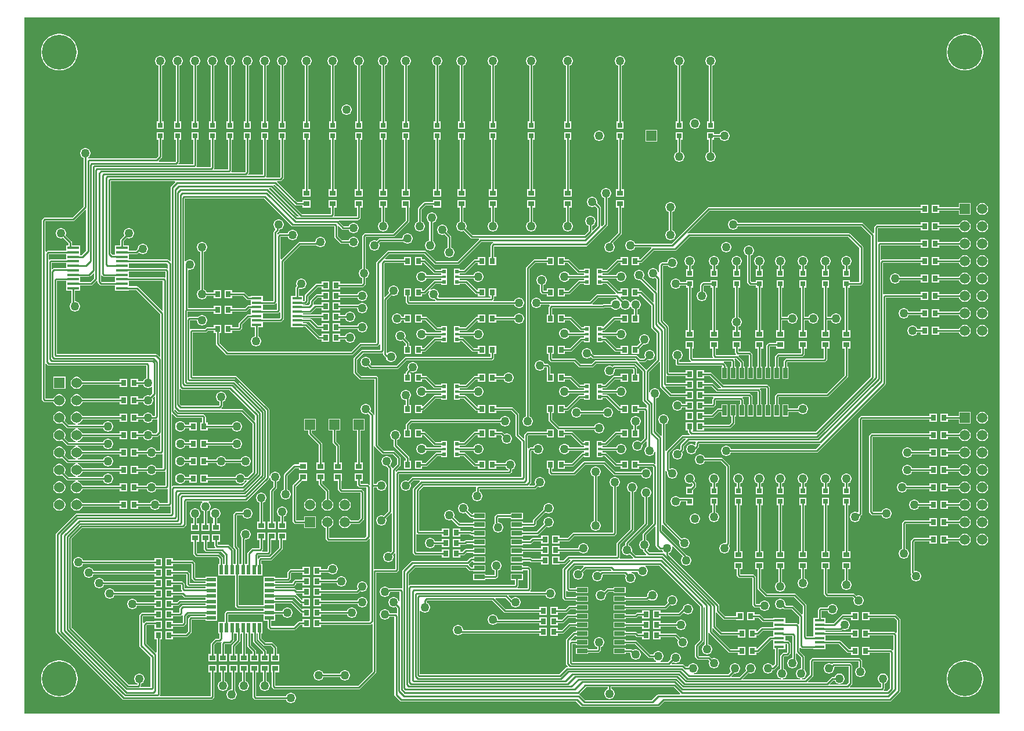
<source format=gtl>
G04*
G04 #@! TF.GenerationSoftware,Altium Limited,Altium Designer,22.3.1 (43)*
G04*
G04 Layer_Physical_Order=1*
G04 Layer_Color=255*
%FSLAX25Y25*%
%MOIN*%
G70*
G04*
G04 #@! TF.SameCoordinates,435ADCC5-F5F0-4A2A-A0AE-C26054AEAF53*
G04*
G04*
G04 #@! TF.FilePolarity,Positive*
G04*
G01*
G75*
%ADD12C,0.01000*%
%ADD16R,0.03150X0.03740*%
%ADD17R,0.03740X0.03150*%
%ADD18R,0.02362X0.01575*%
%ADD19R,0.06004X0.02559*%
%ADD20R,0.02362X0.05807*%
%ADD21R,0.05807X0.02362*%
%ADD22R,0.02559X0.06004*%
%ADD23R,0.07087X0.01772*%
%ADD24R,0.05807X0.01772*%
%ADD25R,0.03150X0.03150*%
%ADD26R,0.02362X0.02362*%
%ADD45R,0.05906X0.05906*%
%ADD46C,0.05906*%
%ADD47C,0.06000*%
%ADD48R,0.06000X0.06000*%
%ADD49R,0.05906X0.05906*%
%ADD50C,0.20000*%
%ADD51C,0.05000*%
G36*
X560000D02*
X0D01*
Y400000D01*
X560000D01*
Y0D01*
D02*
G37*
%LPC*%
G36*
X540826Y390500D02*
X539174D01*
X537541Y390242D01*
X535969Y389731D01*
X534497Y388980D01*
X533160Y388009D01*
X531991Y386840D01*
X531020Y385503D01*
X530269Y384031D01*
X529759Y382459D01*
X529500Y380826D01*
Y379174D01*
X529759Y377541D01*
X530269Y375969D01*
X531020Y374497D01*
X531991Y373160D01*
X533160Y371991D01*
X534497Y371020D01*
X535969Y370269D01*
X537541Y369759D01*
X539174Y369500D01*
X540826D01*
X542459Y369759D01*
X544031Y370269D01*
X545503Y371020D01*
X546840Y371991D01*
X548009Y373160D01*
X548980Y374497D01*
X549731Y375969D01*
X550242Y377541D01*
X550500Y379174D01*
Y380826D01*
X550242Y382459D01*
X549731Y384031D01*
X548980Y385503D01*
X548009Y386840D01*
X546840Y388009D01*
X545503Y388980D01*
X544031Y389731D01*
X542459Y390242D01*
X540826Y390500D01*
D02*
G37*
G36*
X20826D02*
X19174D01*
X17541Y390242D01*
X15969Y389731D01*
X14497Y388980D01*
X13160Y388009D01*
X11991Y386840D01*
X11020Y385503D01*
X10269Y384031D01*
X9759Y382459D01*
X9500Y380826D01*
Y379174D01*
X9759Y377541D01*
X10269Y375969D01*
X11020Y374497D01*
X11991Y373160D01*
X13160Y371991D01*
X14497Y371020D01*
X15969Y370269D01*
X17541Y369759D01*
X19174Y369500D01*
X20826D01*
X22459Y369759D01*
X24031Y370269D01*
X25503Y371020D01*
X26840Y371991D01*
X28009Y373160D01*
X28980Y374497D01*
X29731Y375969D01*
X30242Y377541D01*
X30500Y379174D01*
Y380826D01*
X30242Y382459D01*
X29731Y384031D01*
X28980Y385503D01*
X28009Y386840D01*
X26840Y388009D01*
X25503Y388980D01*
X24031Y389731D01*
X22459Y390242D01*
X20826Y390500D01*
D02*
G37*
G36*
X185395Y350000D02*
X184605D01*
X183842Y349796D01*
X183158Y349401D01*
X182599Y348842D01*
X182204Y348158D01*
X182000Y347395D01*
Y346605D01*
X182204Y345842D01*
X182599Y345158D01*
X183158Y344599D01*
X183842Y344204D01*
X184605Y344000D01*
X185395D01*
X186158Y344204D01*
X186842Y344599D01*
X187401Y345158D01*
X187796Y345842D01*
X188000Y346605D01*
Y347395D01*
X187796Y348158D01*
X187401Y348842D01*
X186842Y349401D01*
X186158Y349796D01*
X185395Y350000D01*
D02*
G37*
G36*
X394395Y378000D02*
X393605D01*
X392842Y377796D01*
X392158Y377401D01*
X391599Y376842D01*
X391204Y376158D01*
X391000Y375395D01*
Y374605D01*
X391204Y373842D01*
X391599Y373158D01*
X392158Y372599D01*
X392842Y372204D01*
X392980Y372167D01*
Y340224D01*
X391925D01*
Y336075D01*
X396075D01*
Y340224D01*
X395020D01*
Y372167D01*
X395158Y372204D01*
X395842Y372599D01*
X396401Y373158D01*
X396796Y373842D01*
X397000Y374605D01*
Y375395D01*
X396796Y376158D01*
X396401Y376842D01*
X395842Y377401D01*
X395158Y377796D01*
X394395Y378000D01*
D02*
G37*
G36*
X376395D02*
X375605D01*
X374842Y377796D01*
X374158Y377401D01*
X373599Y376842D01*
X373204Y376158D01*
X373000Y375395D01*
Y374605D01*
X373204Y373842D01*
X373599Y373158D01*
X374158Y372599D01*
X374842Y372204D01*
X374980Y372167D01*
Y340224D01*
X373925D01*
Y336075D01*
X378075D01*
Y340224D01*
X377020D01*
Y372167D01*
X377158Y372204D01*
X377842Y372599D01*
X378401Y373158D01*
X378796Y373842D01*
X379000Y374605D01*
Y375395D01*
X378796Y376158D01*
X378401Y376842D01*
X377842Y377401D01*
X377158Y377796D01*
X376395Y378000D01*
D02*
G37*
G36*
X342395D02*
X341605D01*
X340842Y377796D01*
X340158Y377401D01*
X339599Y376842D01*
X339204Y376158D01*
X339000Y375395D01*
Y374605D01*
X339204Y373842D01*
X339599Y373158D01*
X340158Y372599D01*
X340842Y372204D01*
X340980Y372167D01*
Y340224D01*
X339925D01*
Y336075D01*
X344075D01*
Y340224D01*
X343020D01*
Y372167D01*
X343158Y372204D01*
X343842Y372599D01*
X344401Y373158D01*
X344796Y373842D01*
X345000Y374605D01*
Y375395D01*
X344796Y376158D01*
X344401Y376842D01*
X343842Y377401D01*
X343158Y377796D01*
X342395Y378000D01*
D02*
G37*
G36*
X312395D02*
X311605D01*
X310842Y377796D01*
X310158Y377401D01*
X309599Y376842D01*
X309204Y376158D01*
X309000Y375395D01*
Y374605D01*
X309204Y373842D01*
X309599Y373158D01*
X310158Y372599D01*
X310842Y372204D01*
X310980Y372167D01*
Y340224D01*
X309925D01*
Y336075D01*
X314075D01*
Y340224D01*
X313020D01*
Y372167D01*
X313158Y372204D01*
X313842Y372599D01*
X314401Y373158D01*
X314796Y373842D01*
X315000Y374605D01*
Y375395D01*
X314796Y376158D01*
X314401Y376842D01*
X313842Y377401D01*
X313158Y377796D01*
X312395Y378000D01*
D02*
G37*
G36*
X291395D02*
X290605D01*
X289842Y377796D01*
X289158Y377401D01*
X288599Y376842D01*
X288204Y376158D01*
X288000Y375395D01*
Y374605D01*
X288204Y373842D01*
X288599Y373158D01*
X289158Y372599D01*
X289842Y372204D01*
X289980Y372167D01*
Y340224D01*
X288925D01*
Y336075D01*
X293075D01*
Y340224D01*
X292020D01*
Y372167D01*
X292158Y372204D01*
X292842Y372599D01*
X293401Y373158D01*
X293796Y373842D01*
X294000Y374605D01*
Y375395D01*
X293796Y376158D01*
X293401Y376842D01*
X292842Y377401D01*
X292158Y377796D01*
X291395Y378000D01*
D02*
G37*
G36*
X269395D02*
X268605D01*
X267842Y377796D01*
X267158Y377401D01*
X266599Y376842D01*
X266204Y376158D01*
X266000Y375395D01*
Y374605D01*
X266204Y373842D01*
X266599Y373158D01*
X267158Y372599D01*
X267842Y372204D01*
X267980Y372167D01*
Y340224D01*
X266925D01*
Y336075D01*
X271075D01*
Y340224D01*
X270020D01*
Y372167D01*
X270158Y372204D01*
X270842Y372599D01*
X271401Y373158D01*
X271796Y373842D01*
X272000Y374605D01*
Y375395D01*
X271796Y376158D01*
X271401Y376842D01*
X270842Y377401D01*
X270158Y377796D01*
X269395Y378000D01*
D02*
G37*
G36*
X251395D02*
X250605D01*
X249842Y377796D01*
X249158Y377401D01*
X248599Y376842D01*
X248204Y376158D01*
X248000Y375395D01*
Y374605D01*
X248204Y373842D01*
X248599Y373158D01*
X249158Y372599D01*
X249842Y372204D01*
X249980Y372167D01*
Y340224D01*
X248925D01*
Y336075D01*
X253075D01*
Y340224D01*
X252020D01*
Y372167D01*
X252158Y372204D01*
X252842Y372599D01*
X253401Y373158D01*
X253796Y373842D01*
X254000Y374605D01*
Y375395D01*
X253796Y376158D01*
X253401Y376842D01*
X252842Y377401D01*
X252158Y377796D01*
X251395Y378000D01*
D02*
G37*
G36*
X237395D02*
X236605D01*
X235842Y377796D01*
X235158Y377401D01*
X234599Y376842D01*
X234204Y376158D01*
X234000Y375395D01*
Y374605D01*
X234204Y373842D01*
X234599Y373158D01*
X235158Y372599D01*
X235842Y372204D01*
X235980Y372167D01*
Y340224D01*
X234925D01*
Y336075D01*
X239075D01*
Y340224D01*
X238020D01*
Y372167D01*
X238158Y372204D01*
X238842Y372599D01*
X239401Y373158D01*
X239796Y373842D01*
X240000Y374605D01*
Y375395D01*
X239796Y376158D01*
X239401Y376842D01*
X238842Y377401D01*
X238158Y377796D01*
X237395Y378000D01*
D02*
G37*
G36*
X219395D02*
X218605D01*
X217842Y377796D01*
X217158Y377401D01*
X216599Y376842D01*
X216204Y376158D01*
X216000Y375395D01*
Y374605D01*
X216204Y373842D01*
X216599Y373158D01*
X217158Y372599D01*
X217842Y372204D01*
X217980Y372167D01*
Y340224D01*
X216925D01*
Y336075D01*
X221075D01*
Y340224D01*
X220020D01*
Y372167D01*
X220158Y372204D01*
X220842Y372599D01*
X221401Y373158D01*
X221796Y373842D01*
X222000Y374605D01*
Y375395D01*
X221796Y376158D01*
X221401Y376842D01*
X220842Y377401D01*
X220158Y377796D01*
X219395Y378000D01*
D02*
G37*
G36*
X206395D02*
X205605D01*
X204842Y377796D01*
X204158Y377401D01*
X203599Y376842D01*
X203204Y376158D01*
X203000Y375395D01*
Y374605D01*
X203204Y373842D01*
X203599Y373158D01*
X204158Y372599D01*
X204842Y372204D01*
X204980Y372167D01*
Y340224D01*
X203925D01*
Y336075D01*
X208075D01*
Y340224D01*
X207020D01*
Y372167D01*
X207158Y372204D01*
X207842Y372599D01*
X208401Y373158D01*
X208796Y373842D01*
X209000Y374605D01*
Y375395D01*
X208796Y376158D01*
X208401Y376842D01*
X207842Y377401D01*
X207158Y377796D01*
X206395Y378000D01*
D02*
G37*
G36*
X192395D02*
X191605D01*
X190842Y377796D01*
X190158Y377401D01*
X189599Y376842D01*
X189204Y376158D01*
X189000Y375395D01*
Y374605D01*
X189204Y373842D01*
X189599Y373158D01*
X190158Y372599D01*
X190842Y372204D01*
X190980Y372167D01*
Y340224D01*
X189925D01*
Y336075D01*
X194075D01*
Y340224D01*
X193020D01*
Y372167D01*
X193158Y372204D01*
X193842Y372599D01*
X194401Y373158D01*
X194796Y373842D01*
X195000Y374605D01*
Y375395D01*
X194796Y376158D01*
X194401Y376842D01*
X193842Y377401D01*
X193158Y377796D01*
X192395Y378000D01*
D02*
G37*
G36*
X177395D02*
X176605D01*
X175842Y377796D01*
X175158Y377401D01*
X174599Y376842D01*
X174204Y376158D01*
X174000Y375395D01*
Y374605D01*
X174204Y373842D01*
X174599Y373158D01*
X175158Y372599D01*
X175842Y372204D01*
X175980Y372167D01*
Y340224D01*
X174925D01*
Y336075D01*
X179075D01*
Y340224D01*
X178020D01*
Y372167D01*
X178158Y372204D01*
X178842Y372599D01*
X179401Y373158D01*
X179796Y373842D01*
X180000Y374605D01*
Y375395D01*
X179796Y376158D01*
X179401Y376842D01*
X178842Y377401D01*
X178158Y377796D01*
X177395Y378000D01*
D02*
G37*
G36*
X162395D02*
X161605D01*
X160842Y377796D01*
X160158Y377401D01*
X159599Y376842D01*
X159204Y376158D01*
X159000Y375395D01*
Y374605D01*
X159204Y373842D01*
X159599Y373158D01*
X160158Y372599D01*
X160842Y372204D01*
X160980Y372167D01*
Y340224D01*
X159925D01*
Y336075D01*
X164075D01*
Y340224D01*
X163020D01*
Y372167D01*
X163158Y372204D01*
X163842Y372599D01*
X164401Y373158D01*
X164796Y373842D01*
X165000Y374605D01*
Y375395D01*
X164796Y376158D01*
X164401Y376842D01*
X163842Y377401D01*
X163158Y377796D01*
X162395Y378000D01*
D02*
G37*
G36*
X148395D02*
X147605D01*
X146842Y377796D01*
X146158Y377401D01*
X145599Y376842D01*
X145204Y376158D01*
X145000Y375395D01*
Y374605D01*
X145204Y373842D01*
X145599Y373158D01*
X146158Y372599D01*
X146842Y372204D01*
X146980Y372167D01*
Y340224D01*
X145925D01*
Y336075D01*
X150075D01*
Y340224D01*
X149020D01*
Y372167D01*
X149158Y372204D01*
X149842Y372599D01*
X150401Y373158D01*
X150796Y373842D01*
X151000Y374605D01*
Y375395D01*
X150796Y376158D01*
X150401Y376842D01*
X149842Y377401D01*
X149158Y377796D01*
X148395Y378000D01*
D02*
G37*
G36*
X138395D02*
X137605D01*
X136842Y377796D01*
X136158Y377401D01*
X135599Y376842D01*
X135204Y376158D01*
X135000Y375395D01*
Y374605D01*
X135204Y373842D01*
X135599Y373158D01*
X136158Y372599D01*
X136842Y372204D01*
X136980Y372167D01*
Y340224D01*
X135925D01*
Y336075D01*
X140075D01*
Y340224D01*
X139020D01*
Y372167D01*
X139158Y372204D01*
X139842Y372599D01*
X140401Y373158D01*
X140796Y373842D01*
X141000Y374605D01*
Y375395D01*
X140796Y376158D01*
X140401Y376842D01*
X139842Y377401D01*
X139158Y377796D01*
X138395Y378000D01*
D02*
G37*
G36*
X128395D02*
X127605D01*
X126842Y377796D01*
X126158Y377401D01*
X125599Y376842D01*
X125204Y376158D01*
X125000Y375395D01*
Y374605D01*
X125204Y373842D01*
X125599Y373158D01*
X126158Y372599D01*
X126842Y372204D01*
X126980Y372167D01*
Y340224D01*
X125925D01*
Y336075D01*
X130075D01*
Y340224D01*
X129020D01*
Y372167D01*
X129158Y372204D01*
X129842Y372599D01*
X130401Y373158D01*
X130796Y373842D01*
X131000Y374605D01*
Y375395D01*
X130796Y376158D01*
X130401Y376842D01*
X129842Y377401D01*
X129158Y377796D01*
X128395Y378000D01*
D02*
G37*
G36*
X118395D02*
X117605D01*
X116842Y377796D01*
X116158Y377401D01*
X115599Y376842D01*
X115204Y376158D01*
X115000Y375395D01*
Y374605D01*
X115204Y373842D01*
X115599Y373158D01*
X116158Y372599D01*
X116842Y372204D01*
X116980Y372167D01*
Y340224D01*
X115925D01*
Y336075D01*
X120075D01*
Y340224D01*
X119020D01*
Y372167D01*
X119158Y372204D01*
X119842Y372599D01*
X120401Y373158D01*
X120796Y373842D01*
X121000Y374605D01*
Y375395D01*
X120796Y376158D01*
X120401Y376842D01*
X119842Y377401D01*
X119158Y377796D01*
X118395Y378000D01*
D02*
G37*
G36*
X108395D02*
X107605D01*
X106842Y377796D01*
X106158Y377401D01*
X105599Y376842D01*
X105204Y376158D01*
X105000Y375395D01*
Y374605D01*
X105204Y373842D01*
X105599Y373158D01*
X106158Y372599D01*
X106842Y372204D01*
X106980Y372167D01*
Y340224D01*
X105925D01*
Y336075D01*
X110075D01*
Y340224D01*
X109020D01*
Y372167D01*
X109158Y372204D01*
X109842Y372599D01*
X110401Y373158D01*
X110796Y373842D01*
X111000Y374605D01*
Y375395D01*
X110796Y376158D01*
X110401Y376842D01*
X109842Y377401D01*
X109158Y377796D01*
X108395Y378000D01*
D02*
G37*
G36*
X98395D02*
X97605D01*
X96842Y377796D01*
X96158Y377401D01*
X95599Y376842D01*
X95204Y376158D01*
X95000Y375395D01*
Y374605D01*
X95204Y373842D01*
X95599Y373158D01*
X96158Y372599D01*
X96842Y372204D01*
X96980Y372167D01*
Y340224D01*
X95925D01*
Y336075D01*
X100075D01*
Y340224D01*
X99020D01*
Y372167D01*
X99158Y372204D01*
X99842Y372599D01*
X100401Y373158D01*
X100796Y373842D01*
X101000Y374605D01*
Y375395D01*
X100796Y376158D01*
X100401Y376842D01*
X99842Y377401D01*
X99158Y377796D01*
X98395Y378000D01*
D02*
G37*
G36*
X88395D02*
X87605D01*
X86842Y377796D01*
X86158Y377401D01*
X85599Y376842D01*
X85204Y376158D01*
X85000Y375395D01*
Y374605D01*
X85204Y373842D01*
X85599Y373158D01*
X86158Y372599D01*
X86842Y372204D01*
X86980Y372167D01*
Y340224D01*
X85925D01*
Y336075D01*
X90075D01*
Y340224D01*
X89020D01*
Y372167D01*
X89158Y372204D01*
X89842Y372599D01*
X90401Y373158D01*
X90796Y373842D01*
X91000Y374605D01*
Y375395D01*
X90796Y376158D01*
X90401Y376842D01*
X89842Y377401D01*
X89158Y377796D01*
X88395Y378000D01*
D02*
G37*
G36*
X78395D02*
X77605D01*
X76842Y377796D01*
X76158Y377401D01*
X75599Y376842D01*
X75204Y376158D01*
X75000Y375395D01*
Y374605D01*
X75204Y373842D01*
X75599Y373158D01*
X76158Y372599D01*
X76842Y372204D01*
X76980Y372167D01*
Y340224D01*
X75925D01*
Y336075D01*
X80075D01*
Y340224D01*
X79020D01*
Y372167D01*
X79158Y372204D01*
X79842Y372599D01*
X80401Y373158D01*
X80796Y373842D01*
X81000Y374605D01*
Y375395D01*
X80796Y376158D01*
X80401Y376842D01*
X79842Y377401D01*
X79158Y377796D01*
X78395Y378000D01*
D02*
G37*
G36*
X385395Y342000D02*
X384605D01*
X383842Y341796D01*
X383158Y341401D01*
X382599Y340842D01*
X382204Y340158D01*
X382000Y339395D01*
Y338605D01*
X382204Y337842D01*
X382599Y337158D01*
X383158Y336599D01*
X383842Y336204D01*
X384605Y336000D01*
X385395D01*
X386158Y336204D01*
X386842Y336599D01*
X387401Y337158D01*
X387796Y337842D01*
X388000Y338605D01*
Y339395D01*
X387796Y340158D01*
X387401Y340842D01*
X386842Y341401D01*
X386158Y341796D01*
X385395Y342000D01*
D02*
G37*
G36*
X402395Y335000D02*
X401605D01*
X400842Y334796D01*
X400158Y334401D01*
X399599Y333842D01*
X399204Y333158D01*
X399127Y332870D01*
X396075D01*
Y333925D01*
X391925D01*
Y329776D01*
X392980D01*
Y322833D01*
X392842Y322796D01*
X392158Y322401D01*
X391599Y321842D01*
X391204Y321158D01*
X391000Y320395D01*
Y319605D01*
X391204Y318842D01*
X391599Y318158D01*
X392158Y317599D01*
X392842Y317204D01*
X393605Y317000D01*
X394395D01*
X395158Y317204D01*
X395842Y317599D01*
X396401Y318158D01*
X396796Y318842D01*
X397000Y319605D01*
Y320395D01*
X396796Y321158D01*
X396401Y321842D01*
X395842Y322401D01*
X395158Y322796D01*
X395020Y322833D01*
Y329776D01*
X396075D01*
Y330831D01*
X399211D01*
X399599Y330158D01*
X400158Y329599D01*
X400842Y329204D01*
X401605Y329000D01*
X402395D01*
X403158Y329204D01*
X403842Y329599D01*
X404401Y330158D01*
X404796Y330842D01*
X405000Y331605D01*
Y332395D01*
X404796Y333158D01*
X404401Y333842D01*
X403842Y334401D01*
X403158Y334796D01*
X402395Y335000D01*
D02*
G37*
G36*
X330395D02*
X329605D01*
X328842Y334796D01*
X328158Y334401D01*
X327599Y333842D01*
X327204Y333158D01*
X327000Y332395D01*
Y331605D01*
X327204Y330842D01*
X327599Y330158D01*
X328158Y329599D01*
X328842Y329204D01*
X329605Y329000D01*
X330395D01*
X331158Y329204D01*
X331842Y329599D01*
X332401Y330158D01*
X332796Y330842D01*
X333000Y331605D01*
Y332395D01*
X332796Y333158D01*
X332401Y333842D01*
X331842Y334401D01*
X331158Y334796D01*
X330395Y335000D01*
D02*
G37*
G36*
X363453Y335453D02*
X356547D01*
Y328547D01*
X363453D01*
Y335453D01*
D02*
G37*
G36*
X378075Y333925D02*
X373925D01*
Y329776D01*
X374980D01*
Y322833D01*
X374842Y322796D01*
X374158Y322401D01*
X373599Y321842D01*
X373204Y321158D01*
X373000Y320395D01*
Y319605D01*
X373204Y318842D01*
X373599Y318158D01*
X374158Y317599D01*
X374842Y317204D01*
X375605Y317000D01*
X376395D01*
X377158Y317204D01*
X377842Y317599D01*
X378401Y318158D01*
X378796Y318842D01*
X379000Y319605D01*
Y320395D01*
X378796Y321158D01*
X378401Y321842D01*
X377842Y322401D01*
X377158Y322796D01*
X377020Y322833D01*
Y329776D01*
X378075D01*
Y333925D01*
D02*
G37*
G36*
X150075D02*
X145925D01*
Y329776D01*
X146980D01*
Y308422D01*
X146578Y308020D01*
X139036D01*
X138824Y308520D01*
X138942Y308696D01*
X139020Y309086D01*
Y329776D01*
X140075D01*
Y333925D01*
X135925D01*
Y329776D01*
X136980D01*
Y309520D01*
X128615D01*
X128424Y309981D01*
X128721Y310279D01*
X128942Y310610D01*
X129020Y311000D01*
Y329776D01*
X130075D01*
Y333925D01*
X125925D01*
Y329776D01*
X126980D01*
Y311422D01*
X126578Y311020D01*
X119036D01*
X118824Y311520D01*
X118942Y311696D01*
X119020Y312086D01*
Y329776D01*
X120075D01*
Y333925D01*
X115925D01*
Y329776D01*
X116980D01*
Y312520D01*
X109036D01*
X108824Y313020D01*
X108942Y313196D01*
X109020Y313586D01*
Y329776D01*
X110075D01*
Y333925D01*
X105925D01*
Y329776D01*
X106980D01*
Y314020D01*
X99036D01*
X98824Y314520D01*
X98942Y314696D01*
X99020Y315086D01*
Y329776D01*
X100075D01*
Y333925D01*
X95925D01*
Y329776D01*
X96980D01*
Y315520D01*
X88615D01*
X88424Y315982D01*
X88721Y316279D01*
X88942Y316610D01*
X89020Y317000D01*
Y329776D01*
X90075D01*
Y333925D01*
X85925D01*
Y329776D01*
X86980D01*
Y317422D01*
X86578Y317020D01*
X77169D01*
X76961Y317520D01*
X78721Y319279D01*
X78942Y319610D01*
X79020Y320000D01*
Y329776D01*
X80075D01*
Y333925D01*
X75925D01*
Y329776D01*
X76980D01*
Y320422D01*
X75578Y319020D01*
X37129D01*
X37068Y319041D01*
X36720Y319457D01*
X36740Y319541D01*
X36842Y319599D01*
X37401Y320158D01*
X37796Y320842D01*
X38000Y321605D01*
Y322395D01*
X37796Y323158D01*
X37401Y323842D01*
X36842Y324401D01*
X36158Y324796D01*
X35395Y325000D01*
X34605D01*
X33842Y324796D01*
X33158Y324401D01*
X32599Y323842D01*
X32204Y323158D01*
X32000Y322395D01*
Y321605D01*
X32204Y320842D01*
X32599Y320158D01*
X33158Y319599D01*
X33842Y319204D01*
X33980Y319167D01*
Y291422D01*
X27578Y285020D01*
X11586D01*
X11196Y284942D01*
X10865Y284721D01*
X10279Y284135D01*
X10058Y283804D01*
X9980Y283414D01*
Y180586D01*
X10058Y180196D01*
X10279Y179865D01*
X10865Y179279D01*
X11196Y179058D01*
X11586Y178980D01*
X16650D01*
X16738Y178649D01*
X17199Y177851D01*
X17851Y177199D01*
X18649Y176739D01*
X19539Y176500D01*
X20461D01*
X21351Y176739D01*
X22149Y177199D01*
X22801Y177851D01*
X23261Y178649D01*
X23500Y179539D01*
Y180461D01*
X23261Y181351D01*
X22801Y182149D01*
X22149Y182801D01*
X21351Y183262D01*
X20461Y183500D01*
X19539D01*
X18649Y183262D01*
X17851Y182801D01*
X17199Y182149D01*
X16738Y181351D01*
X16650Y181020D01*
X12020D01*
Y200831D01*
X12520Y201039D01*
X13279Y200279D01*
X13610Y200058D01*
X14000Y199980D01*
X69980D01*
Y192833D01*
X69842Y192796D01*
X69158Y192401D01*
X68599Y191842D01*
X68204Y191158D01*
X68167Y191020D01*
X65224D01*
Y192370D01*
X61075D01*
Y187630D01*
X65224D01*
Y188980D01*
X68167D01*
X68204Y188842D01*
X68599Y188158D01*
X69158Y187599D01*
X69842Y187204D01*
X70605Y187000D01*
X71395D01*
X72158Y187204D01*
X72842Y187599D01*
X72980Y187738D01*
X73480Y187531D01*
Y183922D01*
X72282Y182724D01*
X72158Y182796D01*
X71395Y183000D01*
X70605D01*
X69842Y182796D01*
X69158Y182401D01*
X68599Y181842D01*
X68204Y181158D01*
X68167Y181020D01*
X65224D01*
Y182370D01*
X61075D01*
Y177630D01*
X65224D01*
Y178980D01*
X68167D01*
X68204Y178842D01*
X68599Y178158D01*
X69158Y177599D01*
X69842Y177204D01*
X70605Y177000D01*
X71395D01*
X72158Y177204D01*
X72842Y177599D01*
X73401Y178158D01*
X73796Y178842D01*
X74000Y179605D01*
Y180395D01*
X73796Y181158D01*
X73724Y181282D01*
X74519Y182077D01*
X74980Y181885D01*
Y171020D01*
X73833D01*
X73796Y171158D01*
X73401Y171842D01*
X72842Y172401D01*
X72158Y172796D01*
X71395Y173000D01*
X70605D01*
X69842Y172796D01*
X69158Y172401D01*
X68599Y171842D01*
X68204Y171158D01*
X68167Y171020D01*
X65224D01*
Y172370D01*
X61075D01*
Y167630D01*
X65224D01*
Y168980D01*
X68167D01*
X68204Y168842D01*
X68599Y168158D01*
X69158Y167599D01*
X69842Y167204D01*
X70605Y167000D01*
X71395D01*
X72158Y167204D01*
X72842Y167599D01*
X73401Y168158D01*
X73796Y168842D01*
X73833Y168980D01*
X75414D01*
X75804Y169058D01*
X75980Y169176D01*
X76480Y168964D01*
Y161922D01*
X75578Y161020D01*
X73833D01*
X73796Y161158D01*
X73401Y161842D01*
X72842Y162401D01*
X72158Y162796D01*
X71395Y163000D01*
X70605D01*
X69842Y162796D01*
X69158Y162401D01*
X68599Y161842D01*
X68204Y161158D01*
X68167Y161020D01*
X65224D01*
Y162370D01*
X61075D01*
Y157630D01*
X65224D01*
Y158980D01*
X68167D01*
X68204Y158842D01*
X68599Y158158D01*
X69158Y157599D01*
X69842Y157204D01*
X70605Y157000D01*
X71395D01*
X72158Y157204D01*
X72842Y157599D01*
X73401Y158158D01*
X73796Y158842D01*
X73833Y158980D01*
X76000D01*
X76390Y159058D01*
X76721Y159279D01*
X77518Y160076D01*
X77980Y159885D01*
Y151020D01*
X75833D01*
X75796Y151158D01*
X75401Y151842D01*
X74842Y152401D01*
X74158Y152796D01*
X73395Y153000D01*
X72605D01*
X71842Y152796D01*
X71158Y152401D01*
X70599Y151842D01*
X70204Y151158D01*
X70167Y151020D01*
X65224D01*
Y152370D01*
X61075D01*
Y147630D01*
X65224D01*
Y148980D01*
X70167D01*
X70204Y148842D01*
X70599Y148158D01*
X71158Y147599D01*
X71842Y147204D01*
X72605Y147000D01*
X73395D01*
X74158Y147204D01*
X74842Y147599D01*
X75401Y148158D01*
X75796Y148842D01*
X75833Y148980D01*
X78414D01*
X78804Y149058D01*
X78980Y149176D01*
X79480Y148964D01*
Y141020D01*
X75833D01*
X75796Y141158D01*
X75401Y141842D01*
X74842Y142401D01*
X74158Y142796D01*
X73395Y143000D01*
X72605D01*
X71842Y142796D01*
X71158Y142401D01*
X70599Y141842D01*
X70204Y141158D01*
X70167Y141020D01*
X65224D01*
Y142370D01*
X61075D01*
Y137630D01*
X65224D01*
Y138980D01*
X70167D01*
X70204Y138842D01*
X70599Y138158D01*
X71158Y137599D01*
X71842Y137204D01*
X72605Y137000D01*
X73395D01*
X74158Y137204D01*
X74842Y137599D01*
X75401Y138158D01*
X75796Y138842D01*
X75833Y138980D01*
X79914D01*
X80304Y139058D01*
X80480Y139176D01*
X80980Y138964D01*
Y131020D01*
X75833D01*
X75796Y131158D01*
X75401Y131842D01*
X74842Y132401D01*
X74158Y132796D01*
X73395Y133000D01*
X72605D01*
X71842Y132796D01*
X71158Y132401D01*
X70599Y131842D01*
X70204Y131158D01*
X70167Y131020D01*
X65224D01*
Y132370D01*
X61075D01*
Y127630D01*
X65224D01*
Y128980D01*
X70167D01*
X70204Y128842D01*
X70599Y128158D01*
X71158Y127599D01*
X71842Y127204D01*
X72605Y127000D01*
X73395D01*
X74158Y127204D01*
X74842Y127599D01*
X75401Y128158D01*
X75796Y128842D01*
X75833Y128980D01*
X81414D01*
X81804Y129058D01*
X81980Y129176D01*
X82480Y128964D01*
Y121020D01*
X77833D01*
X77796Y121158D01*
X77401Y121842D01*
X76842Y122401D01*
X76158Y122796D01*
X75395Y123000D01*
X74605D01*
X73842Y122796D01*
X73158Y122401D01*
X72599Y121842D01*
X72204Y121158D01*
X72167Y121020D01*
X65224D01*
Y122370D01*
X61075D01*
Y117630D01*
X65224D01*
Y118980D01*
X72167D01*
X72204Y118842D01*
X72599Y118158D01*
X73158Y117599D01*
X73842Y117204D01*
X74605Y117000D01*
X75395D01*
X76158Y117204D01*
X76842Y117599D01*
X77401Y118158D01*
X77796Y118842D01*
X77833Y118980D01*
X82914D01*
X83304Y119058D01*
X83480Y119176D01*
X83980Y118964D01*
Y115020D01*
X30000D01*
X29610Y114942D01*
X29279Y114721D01*
X18279Y103721D01*
X18058Y103390D01*
X17980Y103000D01*
Y47000D01*
X18058Y46610D01*
X18279Y46279D01*
X20532Y44026D01*
X20824Y43734D01*
X56279Y8279D01*
X56610Y8058D01*
X57000Y7980D01*
X107414D01*
X107804Y8058D01*
X108135Y8279D01*
X108721Y8865D01*
X108942Y9196D01*
X109020Y9586D01*
Y23776D01*
X110370D01*
Y27925D01*
X105630D01*
Y23776D01*
X106980D01*
Y10020D01*
X77886D01*
X77675Y10520D01*
X77792Y10696D01*
X77870Y11086D01*
Y42630D01*
X78925D01*
Y47370D01*
X74776D01*
Y42630D01*
X75831D01*
Y35318D01*
X75331Y35111D01*
X70020Y40422D01*
Y50578D01*
X70422Y50980D01*
X74776D01*
Y48630D01*
X78925D01*
Y53370D01*
X74776D01*
Y53020D01*
X70000D01*
X69610Y52942D01*
X69279Y52721D01*
X68520Y51961D01*
X68020Y52169D01*
Y55980D01*
X74776D01*
Y54630D01*
X78925D01*
Y59370D01*
X74776D01*
Y58020D01*
X67586D01*
X67196Y57942D01*
X66865Y57721D01*
X66279Y57135D01*
X66058Y56804D01*
X65980Y56414D01*
Y39000D01*
X66058Y38610D01*
X66279Y38279D01*
X72480Y32078D01*
Y15227D01*
X66889D01*
X66678Y15727D01*
X66795Y15903D01*
X66873Y16293D01*
Y17128D01*
X67158Y17204D01*
X67842Y17599D01*
X68401Y18158D01*
X68796Y18842D01*
X69000Y19605D01*
Y20395D01*
X68796Y21158D01*
X68401Y21842D01*
X67842Y22401D01*
X67158Y22796D01*
X66395Y23000D01*
X65605D01*
X64842Y22796D01*
X64158Y22401D01*
X63599Y21842D01*
X63204Y21158D01*
X63000Y20395D01*
Y19605D01*
X63204Y18842D01*
X63599Y18158D01*
X64158Y17599D01*
X64834Y17209D01*
Y16727D01*
X59837D01*
X27141Y49422D01*
Y100578D01*
X33129Y106566D01*
X91000D01*
X91390Y106644D01*
X91721Y106865D01*
X92721Y107865D01*
X92942Y108196D01*
X93020Y108586D01*
Y121980D01*
X102162D01*
X102296Y121480D01*
X102158Y121401D01*
X101599Y120842D01*
X101204Y120158D01*
X101000Y119395D01*
Y118605D01*
X101204Y117842D01*
X101599Y117158D01*
X102158Y116599D01*
X102842Y116204D01*
X102980Y116167D01*
Y109224D01*
X101630D01*
Y105075D01*
X106370D01*
Y109224D01*
X105020D01*
Y116167D01*
X105158Y116204D01*
X105842Y116599D01*
X106401Y117158D01*
X106796Y117842D01*
X107000Y118605D01*
Y119395D01*
X106796Y120158D01*
X106401Y120842D01*
X105842Y121401D01*
X105704Y121480D01*
X105838Y121980D01*
X127121D01*
X127512Y122058D01*
X127842Y122279D01*
X140221Y134658D01*
X140442Y134988D01*
X140520Y135379D01*
Y135466D01*
X141020Y135532D01*
X141204Y134842D01*
X141599Y134158D01*
X142158Y133599D01*
X142842Y133204D01*
X142980Y133167D01*
Y130422D01*
X141279Y128721D01*
X141058Y128390D01*
X140980Y128000D01*
Y110224D01*
X139630D01*
Y106075D01*
X144370D01*
Y110224D01*
X143020D01*
Y127578D01*
X144721Y129279D01*
X144942Y129610D01*
X145020Y130000D01*
Y133167D01*
X145158Y133204D01*
X145842Y133599D01*
X146401Y134158D01*
X146796Y134842D01*
X147000Y135605D01*
Y136395D01*
X146796Y137158D01*
X146401Y137842D01*
X145842Y138401D01*
X145158Y138796D01*
X144395Y139000D01*
X143605D01*
X142842Y138796D01*
X142158Y138401D01*
X141599Y137842D01*
X141204Y137158D01*
X141020Y136468D01*
X140520Y136534D01*
Y174621D01*
X140442Y175012D01*
X140221Y175342D01*
X121842Y193721D01*
X121511Y193942D01*
X121121Y194020D01*
X96520D01*
Y218980D01*
X104000D01*
X104390Y219058D01*
X104721Y219279D01*
X105422Y219980D01*
X108776D01*
Y218630D01*
X109831D01*
Y212586D01*
X109908Y212196D01*
X110129Y211865D01*
X115715Y206279D01*
X116046Y206058D01*
X116436Y205980D01*
X188000D01*
X188390Y206058D01*
X188721Y206279D01*
X193422Y210980D01*
X202414D01*
X202804Y211058D01*
X203135Y211279D01*
X203721Y211865D01*
X203942Y212196D01*
X203980Y212389D01*
X204480Y212340D01*
Y209020D01*
X194121D01*
X193731Y208942D01*
X193400Y208721D01*
X189279Y204600D01*
X189058Y204269D01*
X188980Y203879D01*
Y196000D01*
X189058Y195610D01*
X189279Y195279D01*
X192279Y192279D01*
X192610Y192058D01*
X193000Y191980D01*
X200980D01*
Y171746D01*
X200480Y171697D01*
X200442Y171890D01*
X200221Y172221D01*
X198724Y173718D01*
X198796Y173842D01*
X199000Y174605D01*
Y175395D01*
X198796Y176158D01*
X198401Y176842D01*
X197842Y177401D01*
X197158Y177796D01*
X196395Y178000D01*
X195605D01*
X194842Y177796D01*
X194158Y177401D01*
X193599Y176842D01*
X193204Y176158D01*
X193000Y175395D01*
Y174605D01*
X193204Y173842D01*
X193599Y173158D01*
X194158Y172599D01*
X194842Y172204D01*
X195605Y172000D01*
X196395D01*
X197158Y172204D01*
X197282Y172276D01*
X198480Y171078D01*
Y131508D01*
X198466Y131494D01*
X197980Y131301D01*
X197635Y131646D01*
X197304Y131867D01*
X196914Y131945D01*
X193020D01*
Y133776D01*
X194370D01*
Y137925D01*
X189630D01*
Y133776D01*
X190980D01*
Y131511D01*
X191058Y131121D01*
X191279Y130790D01*
X191865Y130204D01*
X192196Y129983D01*
X192586Y129906D01*
X196480D01*
Y101922D01*
X195578Y101020D01*
X175020D01*
Y106699D01*
X175333Y106782D01*
X176120Y107237D01*
X176763Y107880D01*
X177217Y108667D01*
X177453Y109545D01*
Y110455D01*
X177217Y111333D01*
X176763Y112120D01*
X176120Y112763D01*
X175333Y113217D01*
X174455Y113453D01*
X173545D01*
X172667Y113217D01*
X171880Y112763D01*
X171237Y112120D01*
X170782Y111333D01*
X170547Y110455D01*
Y109545D01*
X170782Y108667D01*
X171237Y107880D01*
X171880Y107237D01*
X172667Y106782D01*
X172980Y106699D01*
Y100586D01*
X173058Y100196D01*
X173279Y99865D01*
X173865Y99279D01*
X174196Y99058D01*
X174586Y98980D01*
X196000D01*
X196390Y99058D01*
X196721Y99279D01*
X197980Y100539D01*
X198480Y100331D01*
Y53508D01*
X197992Y53020D01*
X170224D01*
Y54370D01*
X166075D01*
Y49630D01*
X170224D01*
Y50980D01*
X198414D01*
X198804Y51058D01*
X199135Y51279D01*
X199519Y51662D01*
X199980Y51471D01*
Y24422D01*
X191578Y16020D01*
X144020D01*
Y23776D01*
X146370D01*
Y27925D01*
X141630D01*
Y23776D01*
X141980D01*
Y15586D01*
X142058Y15196D01*
X142279Y14865D01*
X142865Y14279D01*
X143196Y14058D01*
X143586Y13980D01*
X192000D01*
X192390Y14058D01*
X192721Y14279D01*
X201721Y23279D01*
X201942Y23610D01*
X202020Y24000D01*
Y80980D01*
X213414D01*
X213804Y81058D01*
X214135Y81279D01*
X214721Y81865D01*
X214942Y82196D01*
X215020Y82586D01*
Y137602D01*
X278414D01*
X278804Y137679D01*
X279135Y137900D01*
X279721Y138486D01*
X279942Y138817D01*
X280020Y139207D01*
Y140167D01*
X280158Y140204D01*
X280842Y140599D01*
X281401Y141158D01*
X281796Y141842D01*
X282000Y142605D01*
Y143395D01*
X281796Y144158D01*
X281401Y144842D01*
X280842Y145401D01*
X280158Y145796D01*
X279395Y146000D01*
X278605D01*
X277842Y145796D01*
X277158Y145401D01*
X276599Y144842D01*
X276204Y144158D01*
X276167Y144020D01*
X270874D01*
Y145370D01*
X266724D01*
Y140630D01*
X270874D01*
Y141980D01*
X276167D01*
X276204Y141842D01*
X276599Y141158D01*
X277158Y140599D01*
X277842Y140204D01*
X277980Y140167D01*
Y139641D01*
X214586D01*
X214196Y139563D01*
X213865Y139342D01*
X213647Y139125D01*
X213151Y139314D01*
X213108Y139666D01*
X215721Y142279D01*
X215942Y142610D01*
X216020Y143000D01*
Y147000D01*
X215942Y147390D01*
X215721Y147721D01*
X212721Y150721D01*
X212390Y150942D01*
X212000Y151020D01*
X206422D01*
X203020Y154422D01*
Y193000D01*
X202942Y193390D01*
X202721Y193721D01*
X202390Y193942D01*
X202000Y194020D01*
X193422D01*
X191020Y196422D01*
Y203456D01*
X194544Y206980D01*
X204914D01*
X205304Y207058D01*
X205480Y207176D01*
X205980Y206964D01*
Y206586D01*
X206058Y206196D01*
X206279Y205865D01*
X207100Y205044D01*
X207430Y204823D01*
X207500Y204809D01*
Y204605D01*
X207704Y203842D01*
X208099Y203158D01*
X208658Y202599D01*
X209342Y202204D01*
X210105Y202000D01*
X210895D01*
X211658Y202204D01*
X212342Y202599D01*
X212901Y203158D01*
X213296Y203842D01*
X213500Y204605D01*
Y205395D01*
X213296Y206158D01*
X212901Y206842D01*
X212342Y207401D01*
X211658Y207796D01*
X210895Y208000D01*
X210105D01*
X209342Y207796D01*
X208658Y207401D01*
X208520Y207262D01*
X208020Y207469D01*
Y237578D01*
X210718Y240276D01*
X210842Y240204D01*
X211605Y240000D01*
X212395D01*
X213158Y240204D01*
X213842Y240599D01*
X214401Y241158D01*
X214796Y241842D01*
X215000Y242605D01*
Y243395D01*
X214796Y244158D01*
X214401Y244842D01*
X213842Y245401D01*
X213158Y245796D01*
X212395Y246000D01*
X211605D01*
X210842Y245796D01*
X210158Y245401D01*
X209599Y244842D01*
X209204Y244158D01*
X209000Y243395D01*
Y242605D01*
X209204Y241842D01*
X209276Y241718D01*
X206981Y239423D01*
X206520Y239615D01*
Y258492D01*
X207008Y258980D01*
X217925D01*
Y257630D01*
X222075D01*
Y262370D01*
X217925D01*
Y261020D01*
X207169D01*
X206961Y261520D01*
X209422Y263980D01*
X229578D01*
X235279Y258279D01*
X235610Y258058D01*
X236000Y257980D01*
X249000D01*
X249390Y258058D01*
X249721Y258279D01*
X262422Y270980D01*
X269139D01*
X269188Y270480D01*
X268995Y270442D01*
X268664Y270221D01*
X268078Y269635D01*
X267857Y269304D01*
X267780Y268914D01*
Y262370D01*
X266724D01*
Y257630D01*
X270874D01*
Y262370D01*
X269819D01*
Y268480D01*
X322500D01*
X322890Y268558D01*
X323221Y268779D01*
X334721Y280279D01*
X334942Y280610D01*
X335020Y281000D01*
Y296167D01*
X335158Y296204D01*
X335842Y296599D01*
X336401Y297158D01*
X336796Y297842D01*
X337000Y298605D01*
Y299395D01*
X336796Y300158D01*
X336401Y300842D01*
X335842Y301401D01*
X335158Y301796D01*
X334395Y302000D01*
X333605D01*
X332842Y301796D01*
X332158Y301401D01*
X331599Y300842D01*
X331204Y300158D01*
X331000Y299395D01*
Y298605D01*
X331204Y297842D01*
X331599Y297158D01*
X332158Y296599D01*
X332842Y296204D01*
X332980Y296167D01*
Y281422D01*
X331520Y279961D01*
X331020Y280169D01*
Y290739D01*
X330942Y291129D01*
X330721Y291460D01*
X328910Y293271D01*
X329000Y293605D01*
Y294395D01*
X328796Y295158D01*
X328401Y295842D01*
X327842Y296401D01*
X327158Y296796D01*
X326395Y297000D01*
X325605D01*
X324842Y296796D01*
X324158Y296401D01*
X323599Y295842D01*
X323204Y295158D01*
X323000Y294395D01*
Y293605D01*
X323204Y292842D01*
X323599Y292158D01*
X324158Y291599D01*
X324842Y291204D01*
X325605Y291000D01*
X326395D01*
X327158Y291204D01*
X327751Y291547D01*
X328980Y290317D01*
Y280301D01*
X326482Y277802D01*
X326020Y277993D01*
Y280167D01*
X326158Y280204D01*
X326842Y280599D01*
X327401Y281158D01*
X327796Y281842D01*
X328000Y282605D01*
Y283395D01*
X327796Y284158D01*
X327401Y284842D01*
X326842Y285401D01*
X326158Y285796D01*
X325395Y286000D01*
X324605D01*
X323842Y285796D01*
X323158Y285401D01*
X322599Y284842D01*
X322204Y284158D01*
X322000Y283395D01*
Y282605D01*
X322204Y281842D01*
X322599Y281158D01*
X323158Y280599D01*
X323842Y280204D01*
X323980Y280167D01*
Y277422D01*
X321578Y275020D01*
X257422D01*
X253724Y278718D01*
X253796Y278842D01*
X254000Y279605D01*
Y280395D01*
X253796Y281158D01*
X253401Y281842D01*
X252842Y282401D01*
X252158Y282796D01*
X252020Y282833D01*
Y290776D01*
X253370D01*
Y294925D01*
X248630D01*
Y290776D01*
X249980D01*
Y282833D01*
X249842Y282796D01*
X249158Y282401D01*
X248599Y281842D01*
X248204Y281158D01*
X248000Y280395D01*
Y279605D01*
X248204Y278842D01*
X248599Y278158D01*
X249158Y277599D01*
X249842Y277204D01*
X250605Y277000D01*
X251395D01*
X252158Y277204D01*
X252282Y277276D01*
X256279Y273279D01*
X256610Y273058D01*
X257000Y272980D01*
X260831D01*
X261038Y272480D01*
X248578Y260020D01*
X236422D01*
X230721Y265721D01*
X230390Y265942D01*
X230000Y266020D01*
X209000D01*
X208610Y265942D01*
X208279Y265721D01*
X202279Y259721D01*
X202058Y259390D01*
X201980Y259000D01*
Y213020D01*
X193000D01*
X192610Y212942D01*
X192279Y212721D01*
X187578Y208020D01*
X116858D01*
X111870Y213008D01*
Y218630D01*
X112925D01*
Y223370D01*
X108776D01*
Y222020D01*
X105000D01*
X104610Y221942D01*
X104279Y221721D01*
X103578Y221020D01*
X96086D01*
X95696Y220942D01*
X95520Y220824D01*
X95020Y221036D01*
Y225980D01*
X99000D01*
Y225605D01*
X99204Y224842D01*
X99599Y224158D01*
X100158Y223599D01*
X100842Y223204D01*
X101605Y223000D01*
X102395D01*
X103158Y223204D01*
X103842Y223599D01*
X104401Y224158D01*
X104796Y224842D01*
X105000Y225605D01*
Y226395D01*
X104796Y227158D01*
X104401Y227842D01*
X103842Y228401D01*
X103158Y228796D01*
X102395Y229000D01*
X101605D01*
X100842Y228796D01*
X100158Y228401D01*
X99777Y228020D01*
X94586D01*
X94196Y227942D01*
X94020Y227824D01*
X93520Y228036D01*
Y230980D01*
X108776D01*
Y229630D01*
X112925D01*
Y234370D01*
X108776D01*
Y233020D01*
X94105D01*
Y254723D01*
X94502Y255028D01*
X94605Y255000D01*
X95395D01*
X96158Y255204D01*
X96842Y255599D01*
X97401Y256158D01*
X97796Y256842D01*
X98000Y257605D01*
Y258395D01*
X97796Y259158D01*
X97401Y259842D01*
X96842Y260401D01*
X96158Y260796D01*
X95395Y261000D01*
X94605D01*
X93842Y260796D01*
X93158Y260401D01*
X92599Y259842D01*
X92520Y259704D01*
X92020Y259838D01*
Y295980D01*
X137578D01*
X153340Y280218D01*
X153671Y279997D01*
X154061Y279920D01*
X177980D01*
Y274000D01*
X178058Y273610D01*
X178279Y273279D01*
X181279Y270279D01*
X181610Y270058D01*
X182000Y269980D01*
X186167D01*
X186204Y269842D01*
X186599Y269158D01*
X187158Y268599D01*
X187842Y268204D01*
X188605Y268000D01*
X189395D01*
X190158Y268204D01*
X190842Y268599D01*
X191401Y269158D01*
X191796Y269842D01*
X192000Y270605D01*
Y271395D01*
X191796Y272158D01*
X191401Y272842D01*
X190842Y273401D01*
X190158Y273796D01*
X189395Y274000D01*
X188605D01*
X187842Y273796D01*
X187158Y273401D01*
X186599Y272842D01*
X186204Y272158D01*
X186167Y272020D01*
X182422D01*
X180020Y274422D01*
Y279831D01*
X180520Y280038D01*
X182279Y278279D01*
X182610Y278058D01*
X183000Y277980D01*
X186167D01*
X186204Y277842D01*
X186599Y277158D01*
X187158Y276599D01*
X187842Y276204D01*
X188605Y276000D01*
X189395D01*
X190158Y276204D01*
X190842Y276599D01*
X191401Y277158D01*
X191796Y277842D01*
X192000Y278605D01*
Y279395D01*
X191796Y280158D01*
X191401Y280842D01*
X190842Y281401D01*
X190158Y281796D01*
X189395Y282000D01*
X188605D01*
X187842Y281796D01*
X187158Y281401D01*
X186599Y280842D01*
X186204Y280158D01*
X186167Y280020D01*
X183422D01*
X180462Y282980D01*
X180669Y283480D01*
X191414D01*
X191804Y283558D01*
X192135Y283779D01*
X192721Y284365D01*
X192942Y284696D01*
X193020Y285086D01*
Y290776D01*
X194370D01*
Y294925D01*
X189630D01*
Y290776D01*
X190980D01*
Y285520D01*
X178036D01*
X177824Y286020D01*
X177942Y286196D01*
X178020Y286586D01*
Y290776D01*
X179370D01*
Y294925D01*
X174630D01*
Y290776D01*
X175980D01*
Y287020D01*
X159422D01*
X142962Y303480D01*
X143169Y303980D01*
X143699D01*
X155550Y292129D01*
X155881Y291908D01*
X156271Y291831D01*
X159630D01*
Y290776D01*
X164370D01*
Y294925D01*
X159630D01*
Y293870D01*
X156693D01*
X145083Y305480D01*
X145290Y305980D01*
X147000D01*
X147390Y306058D01*
X147721Y306279D01*
X148721Y307279D01*
X148942Y307610D01*
X149020Y308000D01*
Y329776D01*
X150075D01*
Y333925D01*
D02*
G37*
G36*
X344075D02*
X339925D01*
Y329776D01*
X340980D01*
Y301224D01*
X339630D01*
Y297075D01*
X344370D01*
Y301224D01*
X343020D01*
Y329776D01*
X344075D01*
Y333925D01*
D02*
G37*
G36*
X314075D02*
X309925D01*
Y329776D01*
X310980D01*
Y301224D01*
X309630D01*
Y297075D01*
X314370D01*
Y301224D01*
X313020D01*
Y329776D01*
X314075D01*
Y333925D01*
D02*
G37*
G36*
X293075D02*
X288925D01*
Y329776D01*
X289980D01*
Y301224D01*
X288630D01*
Y297075D01*
X293370D01*
Y301224D01*
X292020D01*
Y329776D01*
X293075D01*
Y333925D01*
D02*
G37*
G36*
X271075D02*
X266925D01*
Y329776D01*
X267980D01*
Y301224D01*
X266630D01*
Y297075D01*
X271370D01*
Y301224D01*
X270020D01*
Y329776D01*
X271075D01*
Y333925D01*
D02*
G37*
G36*
X253075D02*
X248925D01*
Y329776D01*
X249980D01*
Y301224D01*
X248630D01*
Y297075D01*
X253370D01*
Y301224D01*
X252020D01*
Y329776D01*
X253075D01*
Y333925D01*
D02*
G37*
G36*
X239075D02*
X234925D01*
Y329776D01*
X235980D01*
Y301224D01*
X234630D01*
Y297075D01*
X239370D01*
Y301224D01*
X238020D01*
Y329776D01*
X239075D01*
Y333925D01*
D02*
G37*
G36*
X221075D02*
X216925D01*
Y329776D01*
X217980D01*
Y301224D01*
X216630D01*
Y297075D01*
X221370D01*
Y301224D01*
X220020D01*
Y329776D01*
X221075D01*
Y333925D01*
D02*
G37*
G36*
X208075D02*
X203925D01*
Y329776D01*
X204980D01*
Y301224D01*
X203630D01*
Y297075D01*
X208370D01*
Y301224D01*
X207020D01*
Y329776D01*
X208075D01*
Y333925D01*
D02*
G37*
G36*
X194075D02*
X189925D01*
Y329776D01*
X190980D01*
Y301224D01*
X189630D01*
Y297075D01*
X194370D01*
Y301224D01*
X193020D01*
Y329776D01*
X194075D01*
Y333925D01*
D02*
G37*
G36*
X179075D02*
X174925D01*
Y329776D01*
X175980D01*
Y301224D01*
X174630D01*
Y297075D01*
X179370D01*
Y301224D01*
X178020D01*
Y329776D01*
X179075D01*
Y333925D01*
D02*
G37*
G36*
X164075D02*
X159925D01*
Y329776D01*
X160980D01*
Y301224D01*
X159630D01*
Y297075D01*
X164370D01*
Y301224D01*
X163020D01*
Y329776D01*
X164075D01*
Y333925D01*
D02*
G37*
G36*
X543453Y293453D02*
X536547D01*
Y291020D01*
X525224D01*
Y292370D01*
X521075D01*
Y287630D01*
X525224D01*
Y288980D01*
X536547D01*
Y286547D01*
X543453D01*
Y293453D01*
D02*
G37*
G36*
X239370Y294925D02*
X234630D01*
Y293870D01*
X229850D01*
X229460Y293792D01*
X229129Y293571D01*
X226279Y290721D01*
X226058Y290390D01*
X225980Y290000D01*
Y282833D01*
X225842Y282796D01*
X225158Y282401D01*
X224599Y281842D01*
X224204Y281158D01*
X224000Y280395D01*
Y279605D01*
X224204Y278842D01*
X224599Y278158D01*
X225158Y277599D01*
X225842Y277204D01*
X226605Y277000D01*
X227395D01*
X228158Y277204D01*
X228842Y277599D01*
X229401Y278158D01*
X229796Y278842D01*
X230000Y279605D01*
Y280395D01*
X229796Y281158D01*
X229401Y281842D01*
X228842Y282401D01*
X228158Y282796D01*
X228020Y282833D01*
Y289578D01*
X230273Y291831D01*
X234630D01*
Y290776D01*
X239370D01*
Y294925D01*
D02*
G37*
G36*
X518925Y292370D02*
X514776D01*
Y291020D01*
X393000D01*
X392610Y290942D01*
X392279Y290721D01*
X371578Y270020D01*
X350833D01*
X350796Y270158D01*
X350401Y270842D01*
X349842Y271401D01*
X349158Y271796D01*
X348395Y272000D01*
X347605D01*
X346842Y271796D01*
X346158Y271401D01*
X345599Y270842D01*
X345204Y270158D01*
X345000Y269395D01*
Y268605D01*
X345204Y267842D01*
X345599Y267158D01*
X346158Y266599D01*
X346842Y266204D01*
X347605Y266000D01*
X348395D01*
X349158Y266204D01*
X349842Y266599D01*
X350401Y267158D01*
X350796Y267842D01*
X350833Y267980D01*
X359831D01*
X360038Y267480D01*
X353578Y261020D01*
X352874D01*
Y262370D01*
X348724D01*
Y257630D01*
X352874D01*
Y258980D01*
X354000D01*
X354390Y259058D01*
X354721Y259279D01*
X361422Y265980D01*
X373500D01*
X373890Y266058D01*
X374221Y266279D01*
X381922Y273980D01*
X472992D01*
X479480Y267492D01*
Y248020D01*
X474075D01*
Y248925D01*
X469925D01*
Y244776D01*
X470980D01*
Y220224D01*
X469630D01*
Y216075D01*
X474370D01*
Y220224D01*
X473020D01*
Y244776D01*
X474075D01*
Y245980D01*
X479914D01*
X480304Y246058D01*
X480635Y246279D01*
X481221Y246865D01*
X481442Y247196D01*
X481520Y247586D01*
Y267914D01*
X481442Y268304D01*
X481221Y268635D01*
X474135Y275721D01*
X473804Y275942D01*
X473414Y276020D01*
X381500D01*
X381110Y275942D01*
X381053Y275904D01*
X380734Y276292D01*
X393422Y288980D01*
X514776D01*
Y287630D01*
X518925D01*
Y292370D01*
D02*
G37*
G36*
X550455Y293453D02*
X549545D01*
X548667Y293217D01*
X547880Y292763D01*
X547237Y292120D01*
X546782Y291333D01*
X546547Y290455D01*
Y289545D01*
X546782Y288667D01*
X547237Y287880D01*
X547880Y287237D01*
X548667Y286783D01*
X549545Y286547D01*
X550455D01*
X551333Y286783D01*
X552120Y287237D01*
X552763Y287880D01*
X553218Y288667D01*
X553453Y289545D01*
Y290455D01*
X553218Y291333D01*
X552763Y292120D01*
X552120Y292763D01*
X551333Y293217D01*
X550455Y293453D01*
D02*
G37*
G36*
X540455Y283453D02*
X539545D01*
X538667Y283218D01*
X537880Y282763D01*
X537237Y282120D01*
X536783Y281333D01*
X536699Y281020D01*
X525224D01*
Y282370D01*
X521075D01*
Y277630D01*
X525224D01*
Y278980D01*
X536699D01*
X536783Y278667D01*
X537237Y277880D01*
X537880Y277237D01*
X538667Y276782D01*
X539545Y276547D01*
X540455D01*
X541333Y276782D01*
X542120Y277237D01*
X542763Y277880D01*
X543218Y278667D01*
X543453Y279545D01*
Y280455D01*
X543218Y281333D01*
X542763Y282120D01*
X542120Y282763D01*
X541333Y283218D01*
X540455Y283453D01*
D02*
G37*
G36*
X407395Y284000D02*
X406605D01*
X405842Y283796D01*
X405158Y283401D01*
X404599Y282842D01*
X404204Y282158D01*
X404000Y281395D01*
Y280605D01*
X404204Y279842D01*
X404599Y279158D01*
X405158Y278599D01*
X405842Y278204D01*
X406605Y278000D01*
X407395D01*
X408158Y278204D01*
X408842Y278599D01*
X409401Y279158D01*
X409796Y279842D01*
X409833Y279980D01*
X480578D01*
X485980Y274578D01*
Y193544D01*
X454456Y162020D01*
X383807D01*
X383734Y162130D01*
X383925Y162630D01*
X383925D01*
Y167370D01*
X379776D01*
Y162630D01*
X380831D01*
Y162150D01*
X380908Y161759D01*
X381129Y161429D01*
X382038Y160520D01*
X381831Y160020D01*
X378000D01*
X377610Y159942D01*
X377279Y159721D01*
X368520Y150961D01*
X368494Y150962D01*
X368020Y151116D01*
Y166167D01*
X368158Y166204D01*
X368842Y166599D01*
X369401Y167158D01*
X369796Y167842D01*
X370000Y168605D01*
Y169395D01*
X369796Y170158D01*
X369401Y170842D01*
X368842Y171401D01*
X368158Y171796D01*
X367395Y172000D01*
X366605D01*
X365842Y171796D01*
X365158Y171401D01*
X364599Y170842D01*
X364204Y170158D01*
X364000Y169395D01*
Y168605D01*
X364204Y167842D01*
X364599Y167158D01*
X365158Y166599D01*
X365842Y166204D01*
X365980Y166167D01*
Y159669D01*
X365480Y159461D01*
X362520Y162422D01*
Y181033D01*
X363158Y181204D01*
X363842Y181599D01*
X364401Y182158D01*
X364796Y182842D01*
X365000Y183605D01*
Y184395D01*
X364796Y185158D01*
X364401Y185842D01*
X363842Y186401D01*
X363158Y186796D01*
X362395Y187000D01*
X361605D01*
X360842Y186796D01*
X360158Y186401D01*
X359599Y185842D01*
X359204Y185158D01*
X359020Y184468D01*
X358520Y184534D01*
Y196078D01*
X364480Y202039D01*
X364980Y201831D01*
Y188000D01*
X365058Y187610D01*
X365279Y187279D01*
X370279Y182279D01*
X370610Y182058D01*
X371000Y181980D01*
X379776D01*
Y180630D01*
X383925D01*
Y185370D01*
X379776D01*
Y184020D01*
X371422D01*
X367943Y187499D01*
X368027Y187783D01*
X368169Y187980D01*
X379776D01*
Y186630D01*
X383925D01*
Y191370D01*
X379776D01*
Y190020D01*
X368520D01*
Y193964D01*
X369020Y194176D01*
X369196Y194058D01*
X369586Y193980D01*
X379776D01*
Y192630D01*
X383925D01*
Y197370D01*
X379776D01*
Y196020D01*
X370020D01*
Y222000D01*
X369942Y222390D01*
X369721Y222721D01*
X366520Y225922D01*
Y257078D01*
X366657Y257215D01*
X369566D01*
X369599Y257158D01*
X370158Y256599D01*
X370842Y256204D01*
X371605Y256000D01*
X372395D01*
X373158Y256204D01*
X373842Y256599D01*
X374401Y257158D01*
X374796Y257842D01*
X375000Y258605D01*
Y259395D01*
X374796Y260158D01*
X374401Y260842D01*
X373842Y261401D01*
X373158Y261796D01*
X372395Y262000D01*
X371605D01*
X370842Y261796D01*
X370158Y261401D01*
X369599Y260842D01*
X369204Y260158D01*
X369000Y259395D01*
Y259254D01*
X366235D01*
X365844Y259177D01*
X365514Y258956D01*
X364779Y258221D01*
X364558Y257890D01*
X364480Y257500D01*
Y253534D01*
X363980Y253468D01*
X363796Y254158D01*
X363401Y254842D01*
X362842Y255401D01*
X362158Y255796D01*
X361395Y256000D01*
X360605D01*
X359842Y255796D01*
X359158Y255401D01*
X358599Y254842D01*
X358204Y254158D01*
X358000Y253395D01*
Y252605D01*
X358204Y251842D01*
X358599Y251158D01*
X359158Y250599D01*
X359842Y250204D01*
X360605Y250000D01*
X361395D01*
X362158Y250204D01*
X362282Y250276D01*
X362980Y249578D01*
Y243115D01*
X362519Y242923D01*
X355342Y250100D01*
X355401Y250158D01*
X355796Y250842D01*
X356000Y251605D01*
Y252395D01*
X355796Y253158D01*
X355401Y253842D01*
X354842Y254401D01*
X354158Y254796D01*
X353395Y255000D01*
X352605D01*
X351842Y254796D01*
X351158Y254401D01*
X350599Y253842D01*
X350204Y253158D01*
X350000Y252395D01*
Y251605D01*
X350204Y250842D01*
X350599Y250158D01*
X351158Y249599D01*
X351842Y249204D01*
X352605Y249000D01*
X353395D01*
X353524Y249035D01*
X361480Y241078D01*
Y236489D01*
X361018Y236297D01*
X354595Y242721D01*
X354264Y242942D01*
X353874Y243020D01*
X352874D01*
Y244370D01*
X348724D01*
Y239630D01*
X352874D01*
Y240980D01*
X353452D01*
X359980Y234452D01*
Y222000D01*
X360058Y221610D01*
X360279Y221279D01*
X362980Y218578D01*
Y203422D01*
X357305Y197747D01*
X356721Y197721D01*
X352934Y201508D01*
X353078Y201871D01*
X353169Y201980D01*
X356000D01*
X356390Y202058D01*
X356721Y202279D01*
X357718Y203276D01*
X357842Y203204D01*
X358605Y203000D01*
X359395D01*
X360158Y203204D01*
X360842Y203599D01*
X361401Y204158D01*
X361796Y204842D01*
X362000Y205605D01*
Y206395D01*
X361796Y207158D01*
X361401Y207842D01*
X360842Y208401D01*
X360158Y208796D01*
X359395Y209000D01*
X358605D01*
X357842Y208796D01*
X357158Y208401D01*
X356599Y207842D01*
X356204Y207158D01*
X356000Y206395D01*
Y205605D01*
X356204Y204842D01*
X356276Y204718D01*
X355578Y204020D01*
X353544D01*
X351842Y205721D01*
X351512Y205942D01*
X351121Y206020D01*
X327008D01*
X326072Y206956D01*
X326000Y207004D01*
Y207395D01*
X325796Y208158D01*
X325401Y208842D01*
X324842Y209401D01*
X324158Y209796D01*
X323395Y210000D01*
X322605D01*
X321842Y209796D01*
X321158Y209401D01*
X320599Y208842D01*
X320204Y208158D01*
X320000Y207395D01*
Y206605D01*
X320204Y205842D01*
X320599Y205158D01*
X321158Y204599D01*
X321842Y204204D01*
X322605Y204000D01*
X323395D01*
X324158Y204204D01*
X324842Y204599D01*
X325193Y204951D01*
X325865Y204279D01*
X326196Y204058D01*
X326586Y203980D01*
X350699D01*
X351187Y203492D01*
X351044Y203129D01*
X350953Y203020D01*
X328000D01*
X327610Y202942D01*
X327279Y202721D01*
X325578Y201020D01*
X319422D01*
X316721Y203721D01*
X316390Y203942D01*
X316000Y204020D01*
X303020D01*
Y206630D01*
X304075D01*
Y211370D01*
X299925D01*
Y206630D01*
X300980D01*
Y203586D01*
X301058Y203196D01*
X301279Y202865D01*
X301865Y202279D01*
X302196Y202058D01*
X302586Y201980D01*
X315578D01*
X318279Y199279D01*
X318610Y199058D01*
X319000Y198980D01*
X326000D01*
X326390Y199058D01*
X326721Y199279D01*
X328422Y200980D01*
X350578D01*
X354980Y196578D01*
Y180000D01*
X355058Y179610D01*
X355279Y179279D01*
X357480Y177078D01*
Y176036D01*
X356980Y175824D01*
X356804Y175942D01*
X356414Y176020D01*
X352874D01*
Y177370D01*
X348724D01*
Y172630D01*
X352874D01*
Y173980D01*
X355980D01*
Y158422D01*
X353900Y156342D01*
X353842Y156401D01*
X353158Y156796D01*
X352395Y157000D01*
X351605D01*
X350842Y156796D01*
X350158Y156401D01*
X349599Y155842D01*
X349204Y155158D01*
X349000Y154395D01*
Y153605D01*
X349204Y152842D01*
X349599Y152158D01*
X350158Y151599D01*
X350842Y151204D01*
X351605Y151000D01*
X352395D01*
X353158Y151204D01*
X353842Y151599D01*
X354401Y152158D01*
X354796Y152842D01*
X355000Y153605D01*
Y154395D01*
X354965Y154524D01*
X357018Y156577D01*
X357480Y156385D01*
Y153587D01*
X357158Y153401D01*
X356599Y152842D01*
X356204Y152158D01*
X356000Y151395D01*
Y150605D01*
X356204Y149842D01*
X356599Y149158D01*
X357158Y148599D01*
X357842Y148204D01*
X358605Y148000D01*
X359395D01*
X360158Y148204D01*
X360842Y148599D01*
X361401Y149158D01*
X361796Y149842D01*
X361980Y150532D01*
X362480Y150466D01*
Y143615D01*
X362018Y143423D01*
X361721Y143721D01*
X361390Y143942D01*
X361000Y144020D01*
X352874D01*
Y145370D01*
X348724D01*
Y140630D01*
X352874D01*
Y141980D01*
X360578D01*
X360980Y141578D01*
Y109422D01*
X355279Y103721D01*
X355058Y103390D01*
X354980Y103000D01*
Y99833D01*
X354842Y99796D01*
X354158Y99401D01*
X353599Y98842D01*
X353204Y98158D01*
X353000Y97395D01*
Y96605D01*
X353204Y95842D01*
X353599Y95158D01*
X354158Y94599D01*
X354842Y94204D01*
X355309Y94079D01*
Y93672D01*
X355386Y93281D01*
X355608Y92951D01*
X357077Y91482D01*
X356885Y91020D01*
X351008D01*
X348878Y93150D01*
X349000Y93605D01*
Y94395D01*
X348796Y95158D01*
X348401Y95842D01*
X347842Y96401D01*
X347158Y96796D01*
X347020Y96833D01*
Y97578D01*
X357721Y108279D01*
X357942Y108610D01*
X358020Y109000D01*
Y124167D01*
X358158Y124204D01*
X358842Y124599D01*
X359401Y125158D01*
X359796Y125842D01*
X360000Y126605D01*
Y127395D01*
X359796Y128158D01*
X359401Y128842D01*
X358842Y129401D01*
X358158Y129796D01*
X357395Y130000D01*
X356605D01*
X355842Y129796D01*
X355158Y129401D01*
X354599Y128842D01*
X354204Y128158D01*
X354000Y127395D01*
Y126605D01*
X354204Y125842D01*
X354599Y125158D01*
X355158Y124599D01*
X355842Y124204D01*
X355980Y124167D01*
Y109422D01*
X345279Y98721D01*
X345058Y98390D01*
X344980Y98000D01*
Y96833D01*
X344842Y96796D01*
X344158Y96401D01*
X343599Y95842D01*
X343204Y95158D01*
X343000Y94395D01*
Y93605D01*
X343204Y92842D01*
X343599Y92158D01*
X344158Y91599D01*
X344842Y91204D01*
X345605Y91000D01*
X346395D01*
X347158Y91204D01*
X347653Y91491D01*
X349624Y89520D01*
X349417Y89020D01*
X341993D01*
X341781Y89520D01*
X341899Y89696D01*
X341977Y90086D01*
Y97121D01*
X349721Y104865D01*
X349942Y105196D01*
X350020Y105586D01*
Y127167D01*
X350158Y127204D01*
X350842Y127599D01*
X351401Y128158D01*
X351796Y128842D01*
X352000Y129605D01*
Y130395D01*
X351796Y131158D01*
X351401Y131842D01*
X350842Y132401D01*
X350158Y132796D01*
X349395Y133000D01*
X348605D01*
X347842Y132796D01*
X347158Y132401D01*
X346599Y131842D01*
X346204Y131158D01*
X346000Y130395D01*
Y129605D01*
X346204Y128842D01*
X346599Y128158D01*
X347158Y127599D01*
X347842Y127204D01*
X347980Y127167D01*
Y106008D01*
X340236Y98264D01*
X340015Y97933D01*
X339937Y97543D01*
Y90520D01*
X312500D01*
X312110Y90442D01*
X311779Y90221D01*
X309578Y88020D01*
X307224D01*
Y90370D01*
X303075D01*
Y85630D01*
X307224D01*
Y85980D01*
X310000D01*
X310390Y86058D01*
X310721Y86279D01*
X312922Y88480D01*
X313385D01*
X313577Y88019D01*
X309279Y83721D01*
X309058Y83390D01*
X308980Y83000D01*
Y66586D01*
X309058Y66196D01*
X309279Y65865D01*
X309865Y65279D01*
X310196Y65058D01*
X310586Y64980D01*
X316821D01*
Y64220D01*
X323825D01*
Y67779D01*
X316821D01*
Y67020D01*
X311020D01*
Y70417D01*
X311520Y70624D01*
X311865Y70279D01*
X312196Y70058D01*
X312586Y69980D01*
X316821D01*
Y69221D01*
X323825D01*
Y72780D01*
X316821D01*
Y72020D01*
X313020D01*
Y81931D01*
X316069Y84980D01*
X320831D01*
X321039Y84480D01*
X319282Y82724D01*
X319158Y82796D01*
X318395Y83000D01*
X317605D01*
X316842Y82796D01*
X316158Y82401D01*
X315599Y81842D01*
X315204Y81158D01*
X315000Y80395D01*
Y79605D01*
X315204Y78842D01*
X315599Y78158D01*
X316158Y77599D01*
X316842Y77204D01*
X317605Y77000D01*
X318395D01*
X319158Y77204D01*
X319842Y77599D01*
X320401Y78158D01*
X320796Y78842D01*
X321000Y79605D01*
Y80395D01*
X320796Y81158D01*
X320724Y81282D01*
X322422Y82980D01*
X336537D01*
X337035Y82481D01*
X336844Y82020D01*
X331586D01*
X331196Y81942D01*
X330865Y81721D01*
X330653Y81510D01*
X330158Y81796D01*
X329395Y82000D01*
X328605D01*
X327842Y81796D01*
X327158Y81401D01*
X326599Y80842D01*
X326204Y80158D01*
X326000Y79395D01*
Y78605D01*
X326204Y77842D01*
X326599Y77158D01*
X327158Y76599D01*
X327842Y76204D01*
X328605Y76000D01*
X329395D01*
X330158Y76204D01*
X330842Y76599D01*
X331401Y77158D01*
X331796Y77842D01*
X332000Y78605D01*
Y79395D01*
X331973Y79495D01*
X332360Y79980D01*
X344578D01*
X345276Y79282D01*
X345204Y79158D01*
X345000Y78395D01*
Y77605D01*
X345204Y76842D01*
X345599Y76158D01*
X346158Y75599D01*
X346842Y75204D01*
X347605Y75000D01*
X348395D01*
X349158Y75204D01*
X349842Y75599D01*
X350401Y76158D01*
X350796Y76842D01*
X351000Y77605D01*
Y78395D01*
X350796Y79158D01*
X350401Y79842D01*
X349842Y80401D01*
X349158Y80796D01*
X348468Y80980D01*
X348534Y81480D01*
X352052D01*
X352230Y80817D01*
X352625Y80133D01*
X353183Y79574D01*
X353867Y79179D01*
X354630Y78975D01*
X355420D01*
X356183Y79179D01*
X356867Y79574D01*
X357426Y80133D01*
X357821Y80817D01*
X358025Y81580D01*
Y82370D01*
X357821Y83133D01*
X357426Y83817D01*
X356867Y84376D01*
X356685Y84480D01*
X356819Y84980D01*
X364578D01*
X387980Y61578D01*
Y42422D01*
X385279Y39721D01*
X385058Y39390D01*
X384980Y39000D01*
Y33000D01*
X385058Y32610D01*
X385279Y32279D01*
X386279Y31279D01*
X386610Y31058D01*
X387000Y30980D01*
X392578D01*
X393276Y30282D01*
X393204Y30158D01*
X393000Y29395D01*
Y28605D01*
X393204Y27842D01*
X393599Y27158D01*
X394158Y26599D01*
X394842Y26204D01*
X395605Y26000D01*
X396395D01*
X397158Y26204D01*
X397842Y26599D01*
X398401Y27158D01*
X398796Y27842D01*
X399000Y28605D01*
Y29395D01*
X398796Y30158D01*
X398401Y30842D01*
X397842Y31401D01*
X397158Y31796D01*
X396395Y32000D01*
X395605D01*
X394842Y31796D01*
X394718Y31724D01*
X393721Y32721D01*
X393390Y32942D01*
X393000Y33020D01*
X387422D01*
X387020Y33422D01*
Y38578D01*
X389721Y41279D01*
X389942Y41610D01*
X390020Y42000D01*
Y61038D01*
X390520Y61305D01*
X390566Y61274D01*
Y39636D01*
X390158Y39401D01*
X389599Y38842D01*
X389204Y38158D01*
X389000Y37395D01*
Y36605D01*
X389204Y35842D01*
X389599Y35158D01*
X390158Y34599D01*
X390842Y34204D01*
X391605Y34000D01*
X392395D01*
X393158Y34204D01*
X393842Y34599D01*
X394401Y35158D01*
X394796Y35842D01*
X395000Y36605D01*
Y37395D01*
X394796Y38158D01*
X394401Y38842D01*
X393842Y39401D01*
X393158Y39796D01*
X392605Y39944D01*
Y46456D01*
X392813Y46526D01*
X393105Y46539D01*
X393279Y46279D01*
X404279Y35279D01*
X404610Y35058D01*
X405000Y34980D01*
X409776D01*
Y33630D01*
X413925D01*
Y38370D01*
X409776D01*
Y37020D01*
X405422D01*
X395020Y47422D01*
Y48831D01*
X395520Y49038D01*
X399279Y45279D01*
X399610Y45058D01*
X400000Y44980D01*
X409776D01*
Y43630D01*
X413925D01*
Y48370D01*
X409776D01*
Y47020D01*
X400422D01*
X397020Y50422D01*
Y57831D01*
X397520Y58039D01*
X401279Y54279D01*
X401610Y54058D01*
X402000Y53980D01*
X408776D01*
Y53630D01*
X412925D01*
Y58370D01*
X408776D01*
Y56020D01*
X402422D01*
X399020Y59422D01*
Y62121D01*
X398942Y62511D01*
X398721Y62842D01*
X370020Y91544D01*
Y92167D01*
X370158Y92204D01*
X370842Y92599D01*
X371401Y93158D01*
X371796Y93842D01*
X372000Y94605D01*
Y95395D01*
X371833Y96018D01*
X372281Y96277D01*
X378158Y90400D01*
X377599Y89842D01*
X377204Y89158D01*
X377000Y88395D01*
Y87605D01*
X377204Y86842D01*
X377599Y86158D01*
X378158Y85599D01*
X378842Y85204D01*
X379605Y85000D01*
X380395D01*
X381158Y85204D01*
X381842Y85599D01*
X382401Y86158D01*
X382796Y86842D01*
X383000Y87605D01*
Y88395D01*
X382796Y89158D01*
X382401Y89842D01*
X381842Y90401D01*
X381158Y90796D01*
X380395Y91000D01*
X380208D01*
X380177Y91155D01*
X379956Y91486D01*
X366020Y105422D01*
Y108365D01*
X366520Y108572D01*
X376147Y98945D01*
X376000Y98395D01*
Y97605D01*
X376204Y96842D01*
X376599Y96158D01*
X377158Y95599D01*
X377842Y95204D01*
X378605Y95000D01*
X379395D01*
X380158Y95204D01*
X380842Y95599D01*
X381401Y96158D01*
X381796Y96842D01*
X382000Y97605D01*
Y98395D01*
X381796Y99158D01*
X381401Y99842D01*
X380842Y100401D01*
X380158Y100796D01*
X379395Y101000D01*
X378605D01*
X377842Y100796D01*
X377422Y100553D01*
X368020Y109956D01*
Y139182D01*
X368494Y139336D01*
X368520Y139336D01*
X369097Y138758D01*
X369000Y138395D01*
Y137605D01*
X369204Y136842D01*
X369599Y136158D01*
X370158Y135599D01*
X370842Y135204D01*
X371605Y135000D01*
X372395D01*
X373158Y135204D01*
X373842Y135599D01*
X374401Y136158D01*
X374796Y136842D01*
X375000Y137605D01*
Y138395D01*
X374796Y139158D01*
X374401Y139842D01*
X373842Y140401D01*
X373158Y140796D01*
X372395Y141000D01*
X371605D01*
X370842Y140796D01*
X370754Y140745D01*
X370254Y141033D01*
Y149812D01*
X378422Y157980D01*
X379551D01*
X379743Y157518D01*
X376879Y154655D01*
X376658Y154324D01*
X376580Y153934D01*
Y152094D01*
X376179Y151783D01*
X376158Y151796D01*
X375395Y152000D01*
X374605D01*
X373842Y151796D01*
X373158Y151401D01*
X372599Y150842D01*
X372204Y150158D01*
X372000Y149395D01*
Y148605D01*
X372204Y147842D01*
X372599Y147158D01*
X373158Y146599D01*
X373842Y146204D01*
X374605Y146000D01*
X375395D01*
X376158Y146204D01*
X376842Y146599D01*
X377401Y147158D01*
X377796Y147842D01*
X378000Y148605D01*
Y149395D01*
X377796Y150158D01*
X377724Y150282D01*
X378321Y150879D01*
X378542Y151210D01*
X378620Y151600D01*
Y153512D01*
X381588Y156480D01*
X385330D01*
X385541Y155980D01*
X385423Y155804D01*
X385346Y155414D01*
Y154604D01*
X384846Y154397D01*
X384842Y154401D01*
X384158Y154796D01*
X383395Y155000D01*
X382605D01*
X381842Y154796D01*
X381158Y154401D01*
X380599Y153842D01*
X380204Y153158D01*
X380000Y152395D01*
Y151605D01*
X380204Y150842D01*
X380599Y150158D01*
X381158Y149599D01*
X381842Y149204D01*
X382605Y149000D01*
X383395D01*
X384158Y149204D01*
X384842Y149599D01*
X385401Y150158D01*
X385796Y150842D01*
X386000Y151605D01*
Y151943D01*
X386152Y152044D01*
X387086Y152978D01*
X387307Y153309D01*
X387385Y153699D01*
Y154980D01*
X456831D01*
X457052Y154535D01*
X457056Y154498D01*
X454578Y152020D01*
X405833D01*
X405796Y152158D01*
X405401Y152842D01*
X404842Y153401D01*
X404158Y153796D01*
X403395Y154000D01*
X402605D01*
X401842Y153796D01*
X401158Y153401D01*
X400599Y152842D01*
X400204Y152158D01*
X400000Y151395D01*
Y150605D01*
X400204Y149842D01*
X400599Y149158D01*
X401158Y148599D01*
X401842Y148204D01*
X402605Y148000D01*
X403395D01*
X404158Y148204D01*
X404842Y148599D01*
X405401Y149158D01*
X405796Y149842D01*
X405833Y149980D01*
X455000D01*
X455390Y150058D01*
X455721Y150279D01*
X494221Y188779D01*
X494442Y189110D01*
X494520Y189500D01*
Y238980D01*
X514776D01*
Y237630D01*
X518925D01*
Y242370D01*
X514776D01*
Y241020D01*
X494086D01*
X493696Y240942D01*
X493520Y240824D01*
X493020Y241036D01*
Y258980D01*
X514776D01*
Y257630D01*
X518925D01*
Y262370D01*
X514776D01*
Y261020D01*
X492586D01*
X492196Y260942D01*
X492020Y260824D01*
X491520Y261036D01*
Y268980D01*
X514776D01*
Y267630D01*
X518925D01*
Y272370D01*
X514776D01*
Y271020D01*
X491086D01*
X490696Y270942D01*
X490520Y270824D01*
X490020Y271036D01*
Y278980D01*
X514776D01*
Y277630D01*
X518925D01*
Y282370D01*
X514776D01*
Y281020D01*
X489586D01*
X489196Y280942D01*
X488865Y280721D01*
X488279Y280135D01*
X488058Y279804D01*
X487980Y279414D01*
Y276169D01*
X487480Y275961D01*
X481721Y281721D01*
X481390Y281942D01*
X481000Y282020D01*
X409833D01*
X409796Y282158D01*
X409401Y282842D01*
X408842Y283401D01*
X408158Y283796D01*
X407395Y284000D01*
D02*
G37*
G36*
X314370Y294925D02*
X309630D01*
Y290776D01*
X310980D01*
Y282833D01*
X310842Y282796D01*
X310158Y282401D01*
X309599Y281842D01*
X309204Y281158D01*
X309000Y280395D01*
Y279605D01*
X309204Y278842D01*
X309599Y278158D01*
X310158Y277599D01*
X310842Y277204D01*
X311605Y277000D01*
X312395D01*
X313158Y277204D01*
X313842Y277599D01*
X314401Y278158D01*
X314796Y278842D01*
X315000Y279605D01*
Y280395D01*
X314796Y281158D01*
X314401Y281842D01*
X313842Y282401D01*
X313158Y282796D01*
X313020Y282833D01*
Y290776D01*
X314370D01*
Y294925D01*
D02*
G37*
G36*
X293370D02*
X288630D01*
Y290776D01*
X289980D01*
Y282833D01*
X289842Y282796D01*
X289158Y282401D01*
X288599Y281842D01*
X288204Y281158D01*
X288000Y280395D01*
Y279605D01*
X288204Y278842D01*
X288599Y278158D01*
X289158Y277599D01*
X289842Y277204D01*
X290605Y277000D01*
X291395D01*
X292158Y277204D01*
X292842Y277599D01*
X293401Y278158D01*
X293796Y278842D01*
X294000Y279605D01*
Y280395D01*
X293796Y281158D01*
X293401Y281842D01*
X292842Y282401D01*
X292158Y282796D01*
X292020Y282833D01*
Y290776D01*
X293370D01*
Y294925D01*
D02*
G37*
G36*
X271370D02*
X266630D01*
Y290776D01*
X267980D01*
Y282833D01*
X267842Y282796D01*
X267158Y282401D01*
X266599Y281842D01*
X266204Y281158D01*
X266000Y280395D01*
Y279605D01*
X266204Y278842D01*
X266599Y278158D01*
X267158Y277599D01*
X267842Y277204D01*
X268605Y277000D01*
X269395D01*
X270158Y277204D01*
X270842Y277599D01*
X271401Y278158D01*
X271796Y278842D01*
X272000Y279605D01*
Y280395D01*
X271796Y281158D01*
X271401Y281842D01*
X270842Y282401D01*
X270158Y282796D01*
X270020Y282833D01*
Y290776D01*
X271370D01*
Y294925D01*
D02*
G37*
G36*
X208370D02*
X203630D01*
Y290776D01*
X204980D01*
Y282833D01*
X204842Y282796D01*
X204158Y282401D01*
X203599Y281842D01*
X203204Y281158D01*
X203000Y280395D01*
Y279605D01*
X203204Y278842D01*
X203599Y278158D01*
X204158Y277599D01*
X204842Y277204D01*
X205605Y277000D01*
X206395D01*
X207158Y277204D01*
X207842Y277599D01*
X208401Y278158D01*
X208796Y278842D01*
X209000Y279605D01*
Y280395D01*
X208796Y281158D01*
X208401Y281842D01*
X207842Y282401D01*
X207158Y282796D01*
X207020Y282833D01*
Y290776D01*
X208370D01*
Y294925D01*
D02*
G37*
G36*
X550455Y283453D02*
X549545D01*
X548667Y283218D01*
X547880Y282763D01*
X547237Y282120D01*
X546782Y281333D01*
X546547Y280455D01*
Y279545D01*
X546782Y278667D01*
X547237Y277880D01*
X547880Y277237D01*
X548667Y276782D01*
X549545Y276547D01*
X550455D01*
X551333Y276782D01*
X552120Y277237D01*
X552763Y277880D01*
X553218Y278667D01*
X553453Y279545D01*
Y280455D01*
X553218Y281333D01*
X552763Y282120D01*
X552120Y282763D01*
X551333Y283218D01*
X550455Y283453D01*
D02*
G37*
G36*
X371395Y294000D02*
X370605D01*
X369842Y293796D01*
X369158Y293401D01*
X368599Y292842D01*
X368204Y292158D01*
X368000Y291395D01*
Y290605D01*
X368204Y289842D01*
X368599Y289158D01*
X369158Y288599D01*
X369842Y288204D01*
X369980Y288167D01*
Y277833D01*
X369842Y277796D01*
X369158Y277401D01*
X368599Y276842D01*
X368204Y276158D01*
X368000Y275395D01*
Y274605D01*
X368204Y273842D01*
X368599Y273158D01*
X369158Y272599D01*
X369842Y272204D01*
X370605Y272000D01*
X371395D01*
X372158Y272204D01*
X372842Y272599D01*
X373401Y273158D01*
X373796Y273842D01*
X374000Y274605D01*
Y275395D01*
X373796Y276158D01*
X373401Y276842D01*
X372842Y277401D01*
X372158Y277796D01*
X372020Y277833D01*
Y288167D01*
X372158Y288204D01*
X372842Y288599D01*
X373401Y289158D01*
X373796Y289842D01*
X374000Y290605D01*
Y291395D01*
X373796Y292158D01*
X373401Y292842D01*
X372842Y293401D01*
X372158Y293796D01*
X371395Y294000D01*
D02*
G37*
G36*
X220395Y276000D02*
X219605D01*
X218842Y275796D01*
X218158Y275401D01*
X217599Y274842D01*
X217204Y274158D01*
X217000Y273395D01*
Y273020D01*
X204000D01*
X203610Y272942D01*
X203279Y272721D01*
X202282Y271724D01*
X202158Y271796D01*
X201395Y272000D01*
X200605D01*
X199842Y271796D01*
X199158Y271401D01*
X198599Y270842D01*
X198204Y270158D01*
X198000Y269395D01*
Y268605D01*
X198204Y267842D01*
X198599Y267158D01*
X199158Y266599D01*
X199842Y266204D01*
X200605Y266000D01*
X201395D01*
X202158Y266204D01*
X202842Y266599D01*
X203401Y267158D01*
X203796Y267842D01*
X204000Y268605D01*
Y269395D01*
X203796Y270158D01*
X203724Y270282D01*
X204422Y270980D01*
X217414D01*
X217717Y271041D01*
X218158Y270599D01*
X218842Y270204D01*
X219605Y270000D01*
X220395D01*
X221158Y270204D01*
X221842Y270599D01*
X222401Y271158D01*
X222796Y271842D01*
X223000Y272605D01*
Y273395D01*
X222796Y274158D01*
X222401Y274842D01*
X221842Y275401D01*
X221158Y275796D01*
X220395Y276000D01*
D02*
G37*
G36*
X540455Y273453D02*
X539545D01*
X538667Y273218D01*
X537880Y272763D01*
X537237Y272120D01*
X536783Y271333D01*
X536699Y271020D01*
X525224D01*
Y272370D01*
X521075D01*
Y267630D01*
X525224D01*
Y268980D01*
X536699D01*
X536783Y268667D01*
X537237Y267880D01*
X537880Y267237D01*
X538667Y266782D01*
X539545Y266547D01*
X540455D01*
X541333Y266782D01*
X542120Y267237D01*
X542763Y267880D01*
X543218Y268667D01*
X543453Y269545D01*
Y270455D01*
X543218Y271333D01*
X542763Y272120D01*
X542120Y272763D01*
X541333Y273218D01*
X540455Y273453D01*
D02*
G37*
G36*
X146395Y284000D02*
X145605D01*
X144842Y283796D01*
X144158Y283401D01*
X143599Y282842D01*
X143204Y282158D01*
X143000Y281395D01*
Y280605D01*
X143204Y279842D01*
X143599Y279158D01*
X144158Y278599D01*
X144163Y278019D01*
X143279Y277135D01*
X143058Y276804D01*
X142980Y276414D01*
Y237138D01*
X136837D01*
Y240063D01*
X130029D01*
Y239697D01*
X128745D01*
X126721Y241721D01*
X126390Y241942D01*
X126000Y242020D01*
X119224D01*
Y243370D01*
X115075D01*
Y238630D01*
X119224D01*
Y239980D01*
X125578D01*
X127602Y237956D01*
X127933Y237735D01*
X128323Y237658D01*
X130029D01*
Y234579D01*
X128559D01*
X128169Y234501D01*
X127838Y234280D01*
X126578Y233020D01*
X119224D01*
Y234370D01*
X115075D01*
Y229630D01*
X119224D01*
Y230980D01*
X127000D01*
X127390Y231058D01*
X127721Y231279D01*
X128981Y232540D01*
X130029D01*
Y229461D01*
X128441D01*
X128051Y229383D01*
X127720Y229162D01*
X123279Y224721D01*
X123058Y224390D01*
X122980Y224000D01*
Y222020D01*
X119224D01*
Y223370D01*
X115075D01*
Y218630D01*
X119224D01*
Y219980D01*
X123414D01*
X123804Y220058D01*
X124135Y220279D01*
X124721Y220865D01*
X124942Y221196D01*
X125020Y221586D01*
Y223578D01*
X128863Y227421D01*
X130029D01*
Y224496D01*
Y221937D01*
X132413D01*
Y216949D01*
X131842Y216796D01*
X131158Y216401D01*
X130599Y215842D01*
X130204Y215158D01*
X130000Y214395D01*
Y213605D01*
X130204Y212842D01*
X130599Y212158D01*
X131158Y211599D01*
X131842Y211204D01*
X132605Y211000D01*
X133395D01*
X134158Y211204D01*
X134842Y211599D01*
X135401Y212158D01*
X135796Y212842D01*
X136000Y213605D01*
Y214395D01*
X135796Y215158D01*
X135401Y215842D01*
X134842Y216401D01*
X134453Y216625D01*
Y221937D01*
X136837D01*
Y224862D01*
X146882D01*
X147272Y224940D01*
X147603Y225161D01*
X148721Y226279D01*
X148942Y226610D01*
X149020Y227000D01*
Y259578D01*
X158422Y268980D01*
X167414D01*
X167717Y269041D01*
X168158Y268599D01*
X168842Y268204D01*
X169605Y268000D01*
X170395D01*
X171158Y268204D01*
X171842Y268599D01*
X172401Y269158D01*
X172796Y269842D01*
X173000Y270605D01*
Y271395D01*
X172796Y272158D01*
X172401Y272842D01*
X171842Y273401D01*
X171158Y273796D01*
X170395Y274000D01*
X169605D01*
X168842Y273796D01*
X168158Y273401D01*
X167599Y272842D01*
X167204Y272158D01*
X167000Y271395D01*
Y271020D01*
X158000D01*
X157610Y270942D01*
X157279Y270721D01*
X147520Y260962D01*
X147020Y261169D01*
Y273980D01*
X151167D01*
X151204Y273842D01*
X151599Y273158D01*
X152158Y272599D01*
X152842Y272204D01*
X153605Y272000D01*
X154395D01*
X155158Y272204D01*
X155842Y272599D01*
X156401Y273158D01*
X156796Y273842D01*
X157000Y274605D01*
Y275395D01*
X156796Y276158D01*
X156401Y276842D01*
X155842Y277401D01*
X155158Y277796D01*
X154395Y278000D01*
X153605D01*
X152842Y277796D01*
X152158Y277401D01*
X151599Y276842D01*
X151204Y276158D01*
X151167Y276020D01*
X146586D01*
X146196Y275942D01*
X145865Y275721D01*
X145581Y275437D01*
X145120Y275619D01*
X145072Y276045D01*
X146185Y277158D01*
X146406Y277488D01*
X146484Y277879D01*
Y278024D01*
X147158Y278204D01*
X147842Y278599D01*
X148401Y279158D01*
X148796Y279842D01*
X149000Y280605D01*
Y281395D01*
X148796Y282158D01*
X148401Y282842D01*
X147842Y283401D01*
X147158Y283796D01*
X146395Y284000D01*
D02*
G37*
G36*
X550455Y273453D02*
X549545D01*
X548667Y273218D01*
X547880Y272763D01*
X547237Y272120D01*
X546782Y271333D01*
X546547Y270455D01*
Y269545D01*
X546782Y268667D01*
X547237Y267880D01*
X547880Y267237D01*
X548667Y266782D01*
X549545Y266547D01*
X550455D01*
X551333Y266782D01*
X552120Y267237D01*
X552763Y267880D01*
X553218Y268667D01*
X553453Y269545D01*
Y270455D01*
X553218Y271333D01*
X552763Y272120D01*
X552120Y272763D01*
X551333Y273218D01*
X550455Y273453D01*
D02*
G37*
G36*
X234395Y288000D02*
X233605D01*
X232842Y287796D01*
X232158Y287401D01*
X231599Y286842D01*
X231204Y286158D01*
X231000Y285395D01*
Y284605D01*
X231204Y283842D01*
X231599Y283158D01*
X232158Y282599D01*
X232480Y282413D01*
Y271967D01*
X231842Y271796D01*
X231158Y271401D01*
X230599Y270842D01*
X230204Y270158D01*
X230000Y269395D01*
Y268605D01*
X230204Y267842D01*
X230599Y267158D01*
X231158Y266599D01*
X231842Y266204D01*
X232605Y266000D01*
X233395D01*
X234158Y266204D01*
X234842Y266599D01*
X235401Y267158D01*
X235796Y267842D01*
X236000Y268605D01*
Y269395D01*
X235796Y270158D01*
X235401Y270842D01*
X234842Y271401D01*
X234520Y271587D01*
Y282033D01*
X235158Y282204D01*
X235842Y282599D01*
X236401Y283158D01*
X236796Y283842D01*
X237000Y284605D01*
Y285395D01*
X236796Y286158D01*
X236401Y286842D01*
X235842Y287401D01*
X235158Y287796D01*
X234395Y288000D01*
D02*
G37*
G36*
X403395Y271000D02*
X402605D01*
X401842Y270796D01*
X401158Y270401D01*
X400599Y269842D01*
X400204Y269158D01*
X400000Y268395D01*
Y267605D01*
X400204Y266842D01*
X400599Y266158D01*
X401158Y265599D01*
X401842Y265204D01*
X402605Y265000D01*
X403395D01*
X404158Y265204D01*
X404842Y265599D01*
X405401Y266158D01*
X405796Y266842D01*
X406000Y267605D01*
Y268395D01*
X405796Y269158D01*
X405401Y269842D01*
X404842Y270401D01*
X404158Y270796D01*
X403395Y271000D01*
D02*
G37*
G36*
X344370Y294925D02*
X339630D01*
Y290776D01*
X340980D01*
Y276422D01*
X336044Y271486D01*
X335823Y271156D01*
X335792Y271000D01*
X335605D01*
X334842Y270796D01*
X334158Y270401D01*
X333599Y269842D01*
X333204Y269158D01*
X333000Y268395D01*
Y267605D01*
X333204Y266842D01*
X333599Y266158D01*
X334158Y265599D01*
X334842Y265204D01*
X335605Y265000D01*
X336395D01*
X337158Y265204D01*
X337842Y265599D01*
X338401Y266158D01*
X338796Y266842D01*
X339000Y267605D01*
Y268395D01*
X338796Y269158D01*
X338401Y269842D01*
X337842Y270400D01*
X342721Y275279D01*
X342942Y275610D01*
X343020Y276000D01*
Y290776D01*
X344370D01*
Y294925D01*
D02*
G37*
G36*
X240395Y281000D02*
X239605D01*
X238842Y280796D01*
X238158Y280401D01*
X237599Y279842D01*
X237204Y279158D01*
X237000Y278395D01*
Y277605D01*
X237204Y276842D01*
X237599Y276158D01*
X238158Y275599D01*
X238842Y275204D01*
X239605Y275000D01*
X240395D01*
X241158Y275204D01*
X241282Y275276D01*
X242980Y273578D01*
Y267833D01*
X242842Y267796D01*
X242158Y267401D01*
X241599Y266842D01*
X241204Y266158D01*
X241000Y265395D01*
Y264605D01*
X241204Y263842D01*
X241599Y263158D01*
X242158Y262599D01*
X242842Y262204D01*
X243605Y262000D01*
X244395D01*
X245158Y262204D01*
X245842Y262599D01*
X246401Y263158D01*
X246796Y263842D01*
X247000Y264605D01*
Y265395D01*
X246796Y266158D01*
X246401Y266842D01*
X245842Y267401D01*
X245158Y267796D01*
X245020Y267833D01*
Y274000D01*
X244942Y274390D01*
X244721Y274721D01*
X242724Y276718D01*
X242796Y276842D01*
X243000Y277605D01*
Y278395D01*
X242796Y279158D01*
X242401Y279842D01*
X241842Y280401D01*
X241158Y280796D01*
X240395Y281000D01*
D02*
G37*
G36*
X540455Y263453D02*
X539545D01*
X538667Y263217D01*
X537880Y262763D01*
X537237Y262120D01*
X536783Y261333D01*
X536699Y261020D01*
X525224D01*
Y262370D01*
X521075D01*
Y257630D01*
X525224D01*
Y258980D01*
X536699D01*
X536783Y258667D01*
X537237Y257880D01*
X537880Y257237D01*
X538667Y256783D01*
X539545Y256547D01*
X540455D01*
X541333Y256783D01*
X542120Y257237D01*
X542763Y257880D01*
X543218Y258667D01*
X543453Y259545D01*
Y260455D01*
X543218Y261333D01*
X542763Y262120D01*
X542120Y262763D01*
X541333Y263217D01*
X540455Y263453D01*
D02*
G37*
G36*
X346575Y262370D02*
X342425D01*
Y261020D01*
X340650D01*
X340259Y260942D01*
X339929Y260721D01*
X334180Y254972D01*
X331874D01*
Y255634D01*
X328512D01*
Y252272D01*
Y249713D01*
Y246366D01*
X331874D01*
Y247028D01*
X334180D01*
X339688Y241520D01*
X339481Y241020D01*
X329000D01*
X328610Y240942D01*
X328279Y240721D01*
X324578Y237020D01*
X296833D01*
X296796Y237158D01*
X296401Y237842D01*
X295842Y238401D01*
X295158Y238796D01*
X294395Y239000D01*
X293605D01*
X292842Y238796D01*
X292158Y238401D01*
X291599Y237842D01*
X291204Y237158D01*
X291000Y236395D01*
Y235605D01*
X291204Y234842D01*
X291599Y234158D01*
X292158Y233599D01*
X292842Y233204D01*
X293605Y233000D01*
X294395D01*
X295158Y233204D01*
X295842Y233599D01*
X296401Y234158D01*
X296796Y234842D01*
X296833Y234980D01*
X301417D01*
X301624Y234480D01*
X301279Y234135D01*
X301058Y233804D01*
X300980Y233414D01*
Y229370D01*
X299925D01*
Y224630D01*
X304075D01*
Y229370D01*
X303020D01*
Y232980D01*
X332414D01*
X332804Y233058D01*
X333039Y233215D01*
X337066D01*
X337099Y233158D01*
X337658Y232599D01*
X338342Y232204D01*
X339105Y232000D01*
X339895D01*
X340658Y232204D01*
X341342Y232599D01*
X341901Y233158D01*
X342000Y233330D01*
X342500D01*
X342599Y233158D01*
X343158Y232599D01*
X343842Y232204D01*
X344605Y232000D01*
X345395D01*
X346158Y232204D01*
X346842Y232599D01*
X347401Y233158D01*
X347721Y233713D01*
X347902Y233762D01*
X348098D01*
X348279Y233713D01*
X348599Y233158D01*
X349158Y232599D01*
X349842Y232204D01*
X349980Y232167D01*
Y229370D01*
X348724D01*
Y224630D01*
X352874D01*
Y229370D01*
X352020D01*
Y232167D01*
X352158Y232204D01*
X352842Y232599D01*
X353401Y233158D01*
X353796Y233842D01*
X354000Y234605D01*
Y235395D01*
X353796Y236158D01*
X353401Y236842D01*
X352842Y237401D01*
X352158Y237796D01*
X351395Y238000D01*
X350605D01*
X349842Y237796D01*
X349158Y237401D01*
X348599Y236842D01*
X348279Y236287D01*
X348098Y236238D01*
X347902D01*
X347721Y236287D01*
X347401Y236842D01*
X346842Y237401D01*
X346158Y237796D01*
X345395Y238000D01*
X344605D01*
X343842Y237796D01*
X343718Y237724D01*
X342365Y239077D01*
X342360Y239196D01*
X342747Y239630D01*
X342886Y239630D01*
X346575D01*
Y244370D01*
X342425D01*
Y243020D01*
X341072D01*
X335323Y248768D01*
X334993Y248989D01*
X334602Y249067D01*
X331874D01*
Y249980D01*
X339817D01*
X339854Y249842D01*
X340249Y249158D01*
X340808Y248599D01*
X341492Y248204D01*
X342255Y248000D01*
X343045D01*
X343808Y248204D01*
X344492Y248599D01*
X345050Y249158D01*
X345445Y249842D01*
X345650Y250605D01*
Y251395D01*
X345445Y252158D01*
X345050Y252842D01*
X344492Y253401D01*
X343808Y253796D01*
X343045Y254000D01*
X342255D01*
X341492Y253796D01*
X340808Y253401D01*
X340249Y252842D01*
X339854Y252158D01*
X339817Y252020D01*
X331874D01*
Y252933D01*
X334602D01*
X334993Y253011D01*
X335323Y253232D01*
X341072Y258980D01*
X342425D01*
Y257630D01*
X346575D01*
Y262370D01*
D02*
G37*
G36*
X304075D02*
X299925D01*
Y261020D01*
X293000D01*
X292610Y260942D01*
X292279Y260721D01*
X288279Y256721D01*
X288058Y256390D01*
X287980Y256000D01*
Y170833D01*
X287842Y170796D01*
X287158Y170401D01*
X286599Y169842D01*
X286204Y169158D01*
X286000Y168395D01*
Y167605D01*
X286204Y166842D01*
X286599Y166158D01*
X287158Y165599D01*
X287842Y165204D01*
X288605Y165000D01*
X289395D01*
X290158Y165204D01*
X290842Y165599D01*
X291401Y166158D01*
X291796Y166842D01*
X292000Y167605D01*
Y168395D01*
X291796Y169158D01*
X291401Y169842D01*
X290842Y170401D01*
X290158Y170796D01*
X290020Y170833D01*
Y255578D01*
X293422Y258980D01*
X299925D01*
Y257630D01*
X304075D01*
Y262370D01*
D02*
G37*
G36*
X264575D02*
X260425D01*
Y261020D01*
X258650D01*
X258259Y260942D01*
X257929Y260721D01*
X252180Y254972D01*
X249874D01*
Y255634D01*
X246512D01*
Y252272D01*
Y249713D01*
Y246366D01*
X249874D01*
Y247028D01*
X253180D01*
X258929Y241279D01*
X259259Y241058D01*
X259650Y240980D01*
X260425D01*
Y239630D01*
X264575D01*
Y244370D01*
X260425D01*
Y243373D01*
X259925Y243166D01*
X254323Y248768D01*
X253993Y248989D01*
X253602Y249067D01*
X249874D01*
Y249980D01*
X257817D01*
X257854Y249842D01*
X258249Y249158D01*
X258808Y248599D01*
X259492Y248204D01*
X260255Y248000D01*
X261045D01*
X261808Y248204D01*
X262492Y248599D01*
X263050Y249158D01*
X263445Y249842D01*
X263650Y250605D01*
Y251395D01*
X263445Y252158D01*
X263050Y252842D01*
X262492Y253401D01*
X261808Y253796D01*
X261045Y254000D01*
X260255D01*
X259492Y253796D01*
X258808Y253401D01*
X258249Y252842D01*
X257854Y252158D01*
X257817Y252020D01*
X249874D01*
Y252933D01*
X252602D01*
X252993Y253011D01*
X253323Y253232D01*
X259072Y258980D01*
X260425D01*
Y257630D01*
X264575D01*
Y262370D01*
D02*
G37*
G36*
X550455Y263453D02*
X549545D01*
X548667Y263217D01*
X547880Y262763D01*
X547237Y262120D01*
X546782Y261333D01*
X546547Y260455D01*
Y259545D01*
X546782Y258667D01*
X547237Y257880D01*
X547880Y257237D01*
X548667Y256783D01*
X549545Y256547D01*
X550455D01*
X551333Y256783D01*
X552120Y257237D01*
X552763Y257880D01*
X553218Y258667D01*
X553453Y259545D01*
Y260455D01*
X553218Y261333D01*
X552763Y262120D01*
X552120Y262763D01*
X551333Y263217D01*
X550455Y263453D01*
D02*
G37*
G36*
X310374Y262370D02*
X306224D01*
Y257630D01*
X310374D01*
Y258980D01*
X311813D01*
X317514Y253279D01*
X317845Y253058D01*
X318235Y252980D01*
X321425D01*
Y252020D01*
X312982D01*
X312945Y252158D01*
X312550Y252842D01*
X311992Y253401D01*
X311308Y253796D01*
X310545Y254000D01*
X309755D01*
X308992Y253796D01*
X308308Y253401D01*
X307749Y252842D01*
X307354Y252158D01*
X307150Y251395D01*
Y250605D01*
X307354Y249842D01*
X307749Y249158D01*
X308308Y248599D01*
X308992Y248204D01*
X309755Y248000D01*
X310545D01*
X311308Y248204D01*
X311992Y248599D01*
X312550Y249158D01*
X312945Y249842D01*
X312982Y249980D01*
X321425D01*
Y249067D01*
X318697D01*
X318307Y248989D01*
X317976Y248768D01*
X312227Y243020D01*
X310374D01*
Y244370D01*
X306224D01*
Y239630D01*
X310374D01*
Y240980D01*
X312650D01*
X313040Y241058D01*
X313371Y241279D01*
X319119Y247028D01*
X321425D01*
Y246366D01*
X324787D01*
Y249713D01*
Y252272D01*
Y255634D01*
X321425D01*
Y255020D01*
X318658D01*
X312956Y260721D01*
X312626Y260942D01*
X312235Y261020D01*
X310374D01*
Y262370D01*
D02*
G37*
G36*
X228374D02*
X224224D01*
Y257630D01*
X228374D01*
Y258980D01*
X229227D01*
X234976Y253232D01*
X235307Y253011D01*
X235697Y252933D01*
X239425D01*
Y252020D01*
X230982D01*
X230945Y252158D01*
X230550Y252842D01*
X229992Y253401D01*
X229308Y253796D01*
X228545Y254000D01*
X227755D01*
X226992Y253796D01*
X226308Y253401D01*
X225749Y252842D01*
X225354Y252158D01*
X225150Y251395D01*
Y250605D01*
X225354Y249842D01*
X225749Y249158D01*
X226308Y248599D01*
X226992Y248204D01*
X227755Y248000D01*
X228545D01*
X229308Y248204D01*
X229992Y248599D01*
X230550Y249158D01*
X230945Y249842D01*
X230982Y249980D01*
X239425D01*
Y249067D01*
X235697D01*
X235307Y248989D01*
X234976Y248768D01*
X229227Y243020D01*
X228374D01*
Y244370D01*
X224224D01*
Y239630D01*
X228374D01*
Y240980D01*
X229650D01*
X230040Y241058D01*
X230371Y241279D01*
X232143Y243051D01*
X232543Y242744D01*
X232204Y242158D01*
X232000Y241395D01*
Y240605D01*
X232204Y239842D01*
X232599Y239158D01*
X233158Y238599D01*
X233842Y238204D01*
X234605Y238000D01*
X235395D01*
X235524Y238035D01*
X236038Y237520D01*
X235831Y237020D01*
X221020D01*
Y239630D01*
X222075D01*
Y244370D01*
X217925D01*
Y239630D01*
X218980D01*
Y236586D01*
X219058Y236196D01*
X219279Y235865D01*
X219865Y235279D01*
X220196Y235058D01*
X220586Y234980D01*
X281192D01*
X281230Y234842D01*
X281625Y234158D01*
X282183Y233599D01*
X282867Y233204D01*
X283630Y233000D01*
X284420D01*
X285183Y233204D01*
X285867Y233599D01*
X286426Y234158D01*
X286821Y234842D01*
X287025Y235605D01*
Y236395D01*
X286821Y237158D01*
X286426Y237842D01*
X285867Y238401D01*
X285183Y238796D01*
X284420Y239000D01*
X283630D01*
X282867Y238796D01*
X282183Y238401D01*
X281625Y237842D01*
X281230Y237158D01*
X281192Y237020D01*
X269382D01*
X269175Y237520D01*
X269520Y237865D01*
X269741Y238196D01*
X269819Y238586D01*
Y239630D01*
X270874D01*
Y244370D01*
X266724D01*
Y239630D01*
X267780D01*
Y239020D01*
X237898D01*
X237609Y239520D01*
X237796Y239842D01*
X238000Y240605D01*
Y241395D01*
X237796Y242158D01*
X237401Y242842D01*
X236842Y243401D01*
X236158Y243796D01*
X235395Y244000D01*
X234605D01*
X233842Y243796D01*
X233256Y243457D01*
X232949Y243857D01*
X236119Y247028D01*
X239425D01*
Y246366D01*
X242787D01*
Y249713D01*
Y252272D01*
Y255634D01*
X239425D01*
Y254972D01*
X236119D01*
X230371Y260721D01*
X230040Y260942D01*
X229650Y261020D01*
X228374D01*
Y262370D01*
D02*
G37*
G36*
X472395Y263000D02*
X471605D01*
X470842Y262796D01*
X470158Y262401D01*
X469599Y261842D01*
X469204Y261158D01*
X469000Y260395D01*
Y259605D01*
X469204Y258842D01*
X469599Y258158D01*
X470158Y257599D01*
X470842Y257204D01*
X470980Y257167D01*
Y255224D01*
X469925D01*
Y251075D01*
X474075D01*
Y255224D01*
X473020D01*
Y257167D01*
X473158Y257204D01*
X473842Y257599D01*
X474401Y258158D01*
X474796Y258842D01*
X475000Y259605D01*
Y260395D01*
X474796Y261158D01*
X474401Y261842D01*
X473842Y262401D01*
X473158Y262796D01*
X472395Y263000D01*
D02*
G37*
G36*
X460395D02*
X459605D01*
X458842Y262796D01*
X458158Y262401D01*
X457599Y261842D01*
X457204Y261158D01*
X457000Y260395D01*
Y259605D01*
X457204Y258842D01*
X457599Y258158D01*
X458158Y257599D01*
X458842Y257204D01*
X458980Y257167D01*
Y255224D01*
X457925D01*
Y251075D01*
X462075D01*
Y255224D01*
X461020D01*
Y257167D01*
X461158Y257204D01*
X461842Y257599D01*
X462401Y258158D01*
X462796Y258842D01*
X463000Y259605D01*
Y260395D01*
X462796Y261158D01*
X462401Y261842D01*
X461842Y262401D01*
X461158Y262796D01*
X460395Y263000D01*
D02*
G37*
G36*
X447395D02*
X446605D01*
X445842Y262796D01*
X445158Y262401D01*
X444599Y261842D01*
X444204Y261158D01*
X444000Y260395D01*
Y259605D01*
X444204Y258842D01*
X444599Y258158D01*
X445158Y257599D01*
X445842Y257204D01*
X445980Y257167D01*
Y255224D01*
X444925D01*
Y251075D01*
X449075D01*
Y255224D01*
X448020D01*
Y257167D01*
X448158Y257204D01*
X448842Y257599D01*
X449401Y258158D01*
X449796Y258842D01*
X450000Y259605D01*
Y260395D01*
X449796Y261158D01*
X449401Y261842D01*
X448842Y262401D01*
X448158Y262796D01*
X447395Y263000D01*
D02*
G37*
G36*
X434395D02*
X433605D01*
X432842Y262796D01*
X432158Y262401D01*
X431599Y261842D01*
X431204Y261158D01*
X431000Y260395D01*
Y259605D01*
X431204Y258842D01*
X431599Y258158D01*
X432158Y257599D01*
X432842Y257204D01*
X432980Y257167D01*
Y255224D01*
X431925D01*
Y251075D01*
X436075D01*
Y255224D01*
X435020D01*
Y257167D01*
X435158Y257204D01*
X435842Y257599D01*
X436401Y258158D01*
X436796Y258842D01*
X437000Y259605D01*
Y260395D01*
X436796Y261158D01*
X436401Y261842D01*
X435842Y262401D01*
X435158Y262796D01*
X434395Y263000D01*
D02*
G37*
G36*
X422395D02*
X421605D01*
X420842Y262796D01*
X420158Y262401D01*
X419599Y261842D01*
X419204Y261158D01*
X419000Y260395D01*
Y259605D01*
X419204Y258842D01*
X419599Y258158D01*
X420158Y257599D01*
X420842Y257204D01*
X420980Y257167D01*
Y255224D01*
X419925D01*
Y251075D01*
X424075D01*
Y255224D01*
X423020D01*
Y257167D01*
X423158Y257204D01*
X423842Y257599D01*
X424401Y258158D01*
X424796Y258842D01*
X425000Y259605D01*
Y260395D01*
X424796Y261158D01*
X424401Y261842D01*
X423842Y262401D01*
X423158Y262796D01*
X422395Y263000D01*
D02*
G37*
G36*
X409395D02*
X408605D01*
X407842Y262796D01*
X407158Y262401D01*
X406599Y261842D01*
X406204Y261158D01*
X406000Y260395D01*
Y259605D01*
X406204Y258842D01*
X406599Y258158D01*
X407158Y257599D01*
X407842Y257204D01*
X407980Y257167D01*
Y255224D01*
X406925D01*
Y251075D01*
X411075D01*
Y255224D01*
X410020D01*
Y257167D01*
X410158Y257204D01*
X410842Y257599D01*
X411401Y258158D01*
X411796Y258842D01*
X412000Y259605D01*
Y260395D01*
X411796Y261158D01*
X411401Y261842D01*
X410842Y262401D01*
X410158Y262796D01*
X409395Y263000D01*
D02*
G37*
G36*
X396395D02*
X395605D01*
X394842Y262796D01*
X394158Y262401D01*
X393599Y261842D01*
X393204Y261158D01*
X393000Y260395D01*
Y259605D01*
X393204Y258842D01*
X393599Y258158D01*
X394158Y257599D01*
X394842Y257204D01*
X394980Y257167D01*
Y255224D01*
X393925D01*
Y251075D01*
X398075D01*
Y255224D01*
X397020D01*
Y257167D01*
X397158Y257204D01*
X397842Y257599D01*
X398401Y258158D01*
X398796Y258842D01*
X399000Y259605D01*
Y260395D01*
X398796Y261158D01*
X398401Y261842D01*
X397842Y262401D01*
X397158Y262796D01*
X396395Y263000D01*
D02*
G37*
G36*
X382395D02*
X381605D01*
X380842Y262796D01*
X380158Y262401D01*
X379599Y261842D01*
X379204Y261158D01*
X379000Y260395D01*
Y259605D01*
X379204Y258842D01*
X379599Y258158D01*
X380158Y257599D01*
X380842Y257204D01*
X380980Y257167D01*
Y255224D01*
X379925D01*
Y251075D01*
X384075D01*
Y255224D01*
X383020D01*
Y257167D01*
X383158Y257204D01*
X383842Y257599D01*
X384401Y258158D01*
X384796Y258842D01*
X385000Y259605D01*
Y260395D01*
X384796Y261158D01*
X384401Y261842D01*
X383842Y262401D01*
X383158Y262796D01*
X382395Y263000D01*
D02*
G37*
G36*
X540455Y253453D02*
X539545D01*
X538667Y253218D01*
X537880Y252763D01*
X537237Y252120D01*
X536783Y251333D01*
X536699Y251020D01*
X525224D01*
Y252370D01*
X521075D01*
Y247630D01*
X525224D01*
Y248980D01*
X536699D01*
X536783Y248667D01*
X537237Y247880D01*
X537880Y247237D01*
X538667Y246782D01*
X539545Y246547D01*
X540455D01*
X541333Y246782D01*
X542120Y247237D01*
X542763Y247880D01*
X543218Y248667D01*
X543453Y249545D01*
Y250455D01*
X543218Y251333D01*
X542763Y252120D01*
X542120Y252763D01*
X541333Y253218D01*
X540455Y253453D01*
D02*
G37*
G36*
X500395Y253000D02*
X499605D01*
X498842Y252796D01*
X498158Y252401D01*
X497599Y251842D01*
X497204Y251158D01*
X497000Y250395D01*
Y249605D01*
X497204Y248842D01*
X497599Y248158D01*
X498158Y247599D01*
X498842Y247204D01*
X499605Y247000D01*
X500395D01*
X501158Y247204D01*
X501842Y247599D01*
X502401Y248158D01*
X502796Y248842D01*
X502833Y248980D01*
X514776D01*
Y247630D01*
X518925D01*
Y252370D01*
X514776D01*
Y251020D01*
X502833D01*
X502796Y251158D01*
X502401Y251842D01*
X501842Y252401D01*
X501158Y252796D01*
X500395Y253000D01*
D02*
G37*
G36*
X221370Y294925D02*
X216630D01*
Y290776D01*
X218980D01*
Y283422D01*
X211578Y276020D01*
X195586D01*
X195196Y275942D01*
X194865Y275721D01*
X194279Y275135D01*
X194058Y274804D01*
X193980Y274414D01*
Y255833D01*
X193842Y255796D01*
X193158Y255401D01*
X192599Y254842D01*
X192204Y254158D01*
X192000Y253395D01*
Y252605D01*
X192204Y251842D01*
X192599Y251158D01*
X193158Y250599D01*
X193842Y250204D01*
X193980Y250167D01*
Y247422D01*
X193578Y247020D01*
X181224D01*
Y248370D01*
X177075D01*
Y243630D01*
X181224D01*
Y244980D01*
X194000D01*
X194390Y245058D01*
X194721Y245279D01*
X195721Y246279D01*
X195942Y246610D01*
X196020Y247000D01*
Y250167D01*
X196158Y250204D01*
X196842Y250599D01*
X197401Y251158D01*
X197796Y251842D01*
X198000Y252605D01*
Y253395D01*
X197796Y254158D01*
X197401Y254842D01*
X196842Y255401D01*
X196158Y255796D01*
X196020Y255833D01*
Y273980D01*
X212000D01*
X212390Y274058D01*
X212721Y274279D01*
X220721Y282279D01*
X220942Y282610D01*
X221020Y283000D01*
Y290776D01*
X221370D01*
Y294925D01*
D02*
G37*
G36*
X550455Y253453D02*
X549545D01*
X548667Y253218D01*
X547880Y252763D01*
X547237Y252120D01*
X546782Y251333D01*
X546547Y250455D01*
Y249545D01*
X546782Y248667D01*
X547237Y247880D01*
X547880Y247237D01*
X548667Y246782D01*
X549545Y246547D01*
X550455D01*
X551333Y246782D01*
X552120Y247237D01*
X552763Y247880D01*
X553218Y248667D01*
X553453Y249545D01*
Y250455D01*
X553218Y251333D01*
X552763Y252120D01*
X552120Y252763D01*
X551333Y253218D01*
X550455Y253453D01*
D02*
G37*
G36*
X159395Y250000D02*
X158605D01*
X157842Y249796D01*
X157158Y249401D01*
X156599Y248842D01*
X156204Y248158D01*
X156000Y247395D01*
Y246605D01*
X156204Y245842D01*
X156276Y245718D01*
X155846Y245288D01*
X155625Y244957D01*
X155547Y244567D01*
Y240063D01*
X153163D01*
Y237291D01*
Y234732D01*
Y232173D01*
Y229614D01*
Y227055D01*
Y224496D01*
Y221937D01*
X159970D01*
Y222303D01*
X161255D01*
X168279Y215279D01*
X168610Y215058D01*
X169000Y214980D01*
X170776D01*
Y213630D01*
X174925D01*
Y218370D01*
X170776D01*
Y217020D01*
X169422D01*
X162398Y224044D01*
X162067Y224265D01*
X161677Y224342D01*
X159970D01*
Y224862D01*
X163696D01*
X167279Y221279D01*
X167610Y221058D01*
X168000Y220980D01*
X170776D01*
Y219630D01*
X174925D01*
Y224370D01*
X170776D01*
Y223020D01*
X168422D01*
X164839Y226603D01*
X164508Y226824D01*
X164118Y226902D01*
X159970D01*
Y227421D01*
X170776D01*
Y225630D01*
X174925D01*
Y230370D01*
X170776D01*
Y229461D01*
X159970D01*
Y229980D01*
X164000D01*
X164390Y230058D01*
X164721Y230279D01*
X167422Y232980D01*
X170776D01*
Y231630D01*
X174925D01*
Y236370D01*
X170776D01*
Y235020D01*
X167000D01*
X166610Y234942D01*
X166504Y234871D01*
X166346Y234913D01*
X166020Y235149D01*
Y236578D01*
X168422Y238980D01*
X170776D01*
Y237630D01*
X174925D01*
Y242370D01*
X170776D01*
Y241020D01*
X168000D01*
X167610Y240942D01*
X167279Y240721D01*
X164279Y237721D01*
X164058Y237390D01*
X163980Y237000D01*
Y235422D01*
X163137Y234579D01*
X159970D01*
Y235099D01*
X161118D01*
X161508Y235176D01*
X161839Y235397D01*
X162721Y236279D01*
X162942Y236610D01*
X163020Y237000D01*
Y239727D01*
X168273Y244980D01*
X170776D01*
Y243630D01*
X174925D01*
Y248370D01*
X170776D01*
Y247020D01*
X167850D01*
X167460Y246942D01*
X167129Y246721D01*
X161279Y240871D01*
X161058Y240540D01*
X160980Y240150D01*
Y237422D01*
X160696Y237138D01*
X159970D01*
Y240063D01*
X157587D01*
Y243775D01*
X157628Y243845D01*
X158087Y244139D01*
X158605Y244000D01*
X159395D01*
X160158Y244204D01*
X160842Y244599D01*
X161401Y245158D01*
X161796Y245842D01*
X162000Y246605D01*
Y247395D01*
X161796Y248158D01*
X161401Y248842D01*
X160842Y249401D01*
X160158Y249796D01*
X159395Y250000D01*
D02*
G37*
G36*
X540455Y243453D02*
X539545D01*
X538667Y243217D01*
X537880Y242763D01*
X537237Y242120D01*
X536783Y241333D01*
X536699Y241020D01*
X525224D01*
Y242370D01*
X521075D01*
Y237630D01*
X525224D01*
Y238980D01*
X536699D01*
X536783Y238667D01*
X537237Y237880D01*
X537880Y237237D01*
X538667Y236783D01*
X539545Y236547D01*
X540455D01*
X541333Y236783D01*
X542120Y237237D01*
X542763Y237880D01*
X543218Y238667D01*
X543453Y239545D01*
Y240455D01*
X543218Y241333D01*
X542763Y242120D01*
X542120Y242763D01*
X541333Y243217D01*
X540455Y243453D01*
D02*
G37*
G36*
X194395Y243000D02*
X193605D01*
X192842Y242796D01*
X192158Y242401D01*
X191599Y241842D01*
X191204Y241158D01*
X191167Y241020D01*
X181224D01*
Y242370D01*
X177075D01*
Y237630D01*
X181224D01*
Y238980D01*
X191167D01*
X191204Y238842D01*
X191599Y238158D01*
X192158Y237599D01*
X192842Y237204D01*
X193605Y237000D01*
X194395D01*
X195158Y237204D01*
X195842Y237599D01*
X196401Y238158D01*
X196796Y238842D01*
X197000Y239605D01*
Y240395D01*
X196796Y241158D01*
X196401Y241842D01*
X195842Y242401D01*
X195158Y242796D01*
X194395Y243000D01*
D02*
G37*
G36*
X297395Y252000D02*
X296605D01*
X295842Y251796D01*
X295158Y251401D01*
X294599Y250842D01*
X294204Y250158D01*
X294000Y249395D01*
Y248605D01*
X294204Y247842D01*
X294599Y247158D01*
X295158Y246599D01*
X295842Y246204D01*
X295980Y246167D01*
Y242586D01*
X296058Y242196D01*
X296279Y241865D01*
X296865Y241279D01*
X297196Y241058D01*
X297586Y240980D01*
X299925D01*
Y239630D01*
X304075D01*
Y244370D01*
X299925D01*
Y243020D01*
X298020D01*
Y246167D01*
X298158Y246204D01*
X298842Y246599D01*
X299401Y247158D01*
X299796Y247842D01*
X300000Y248605D01*
Y249395D01*
X299796Y250158D01*
X299401Y250842D01*
X298842Y251401D01*
X298158Y251796D01*
X297395Y252000D01*
D02*
G37*
G36*
X102395Y271000D02*
X101605D01*
X100842Y270796D01*
X100158Y270401D01*
X99599Y269842D01*
X99204Y269158D01*
X99000Y268395D01*
Y267605D01*
X99204Y266842D01*
X99599Y266158D01*
X100158Y265599D01*
X100842Y265204D01*
X100980Y265167D01*
Y243833D01*
X100842Y243796D01*
X100158Y243401D01*
X99599Y242842D01*
X99204Y242158D01*
X99000Y241395D01*
Y240605D01*
X99204Y239842D01*
X99599Y239158D01*
X100158Y238599D01*
X100842Y238204D01*
X101605Y238000D01*
X102395D01*
X103158Y238204D01*
X103842Y238599D01*
X104401Y239158D01*
X104796Y239842D01*
X104833Y239980D01*
X108776D01*
Y238630D01*
X112925D01*
Y243370D01*
X108776D01*
Y242020D01*
X104833D01*
X104796Y242158D01*
X104401Y242842D01*
X103842Y243401D01*
X103158Y243796D01*
X103020Y243833D01*
Y265167D01*
X103158Y265204D01*
X103842Y265599D01*
X104401Y266158D01*
X104796Y266842D01*
X105000Y267605D01*
Y268395D01*
X104796Y269158D01*
X104401Y269842D01*
X103842Y270401D01*
X103158Y270796D01*
X102395Y271000D01*
D02*
G37*
G36*
X550455Y243453D02*
X549545D01*
X548667Y243217D01*
X547880Y242763D01*
X547237Y242120D01*
X546782Y241333D01*
X546547Y240455D01*
Y239545D01*
X546782Y238667D01*
X547237Y237880D01*
X547880Y237237D01*
X548667Y236783D01*
X549545Y236547D01*
X550455D01*
X551333Y236783D01*
X552120Y237237D01*
X552763Y237880D01*
X553218Y238667D01*
X553453Y239545D01*
Y240455D01*
X553218Y241333D01*
X552763Y242120D01*
X552120Y242763D01*
X551333Y243217D01*
X550455Y243453D01*
D02*
G37*
G36*
X540455Y233453D02*
X539545D01*
X538667Y233218D01*
X537880Y232763D01*
X537237Y232120D01*
X536783Y231333D01*
X536699Y231020D01*
X525224D01*
Y232370D01*
X521075D01*
Y227630D01*
X525224D01*
Y228980D01*
X536699D01*
X536783Y228667D01*
X537237Y227880D01*
X537880Y227237D01*
X538667Y226782D01*
X539545Y226547D01*
X540455D01*
X541333Y226782D01*
X542120Y227237D01*
X542763Y227880D01*
X543218Y228667D01*
X543453Y229545D01*
Y230455D01*
X543218Y231333D01*
X542763Y232120D01*
X542120Y232763D01*
X541333Y233218D01*
X540455Y233453D01*
D02*
G37*
G36*
X181224Y236370D02*
X177075D01*
Y231630D01*
X181224D01*
Y232980D01*
X191000D01*
Y232605D01*
X191204Y231842D01*
X191599Y231158D01*
X192158Y230599D01*
X192842Y230204D01*
X193605Y230000D01*
X194395D01*
X195158Y230204D01*
X195842Y230599D01*
X196401Y231158D01*
X196796Y231842D01*
X197000Y232605D01*
Y233395D01*
X196796Y234158D01*
X196401Y234842D01*
X195842Y235401D01*
X195158Y235796D01*
X194395Y236000D01*
X193605D01*
X192842Y235796D01*
X192158Y235401D01*
X191777Y235020D01*
X181224D01*
Y236370D01*
D02*
G37*
G36*
X187395Y231000D02*
X186605D01*
X185842Y230796D01*
X185158Y230401D01*
X184599Y229842D01*
X184204Y229158D01*
X184167Y229020D01*
X181224D01*
Y230370D01*
X177075D01*
Y225630D01*
X181224D01*
Y226980D01*
X184167D01*
X184204Y226842D01*
X184599Y226158D01*
X185158Y225599D01*
X185842Y225204D01*
X186605Y225000D01*
X187395D01*
X188158Y225204D01*
X188842Y225599D01*
X189401Y226158D01*
X189796Y226842D01*
X190000Y227605D01*
Y228395D01*
X189796Y229158D01*
X189401Y229842D01*
X188842Y230401D01*
X188158Y230796D01*
X187395Y231000D01*
D02*
G37*
G36*
X284395Y230000D02*
X283605D01*
X282842Y229796D01*
X282158Y229401D01*
X281599Y228842D01*
X281204Y228158D01*
X281167Y228020D01*
X270874D01*
Y229370D01*
X266724D01*
Y224630D01*
X270874D01*
Y225980D01*
X281167D01*
X281204Y225842D01*
X281599Y225158D01*
X282158Y224599D01*
X282842Y224204D01*
X283605Y224000D01*
X284395D01*
X285158Y224204D01*
X285842Y224599D01*
X286401Y225158D01*
X286796Y225842D01*
X287000Y226605D01*
Y227395D01*
X286796Y228158D01*
X286401Y228842D01*
X285842Y229401D01*
X285158Y229796D01*
X284395Y230000D01*
D02*
G37*
G36*
X505395Y233000D02*
X504605D01*
X503842Y232796D01*
X503158Y232401D01*
X502599Y231842D01*
X502204Y231158D01*
X502000Y230395D01*
Y229605D01*
X502204Y228842D01*
X502599Y228158D01*
X503158Y227599D01*
X503842Y227204D01*
X504605Y227000D01*
X505395D01*
X506158Y227204D01*
X506842Y227599D01*
X507401Y228158D01*
X507796Y228842D01*
X507833Y228980D01*
X514776D01*
Y227630D01*
X518925D01*
Y232370D01*
X514776D01*
Y231020D01*
X507833D01*
X507796Y231158D01*
X507401Y231842D01*
X506842Y232401D01*
X506158Y232796D01*
X505395Y233000D01*
D02*
G37*
G36*
X550455Y233453D02*
X549545D01*
X548667Y233218D01*
X547880Y232763D01*
X547237Y232120D01*
X546782Y231333D01*
X546547Y230455D01*
Y229545D01*
X546782Y228667D01*
X547237Y227880D01*
X547880Y227237D01*
X548667Y226782D01*
X549545Y226547D01*
X550455D01*
X551333Y226782D01*
X552120Y227237D01*
X552763Y227880D01*
X553218Y228667D01*
X553453Y229545D01*
Y230455D01*
X553218Y231333D01*
X552763Y232120D01*
X552120Y232763D01*
X551333Y233218D01*
X550455Y233453D01*
D02*
G37*
G36*
X346575Y229370D02*
X342425D01*
Y228020D01*
X338650D01*
X338259Y227942D01*
X337929Y227721D01*
X332374Y222166D01*
X331874Y222373D01*
Y222634D01*
X328512D01*
Y219272D01*
Y216713D01*
Y213366D01*
X331874D01*
Y214028D01*
X333180D01*
X338929Y208279D01*
X339259Y208058D01*
X339650Y207980D01*
X342425D01*
Y206630D01*
X346575D01*
Y211370D01*
X342425D01*
Y210020D01*
X340072D01*
X334323Y215768D01*
X333993Y215989D01*
X333602Y216067D01*
X331874D01*
Y216980D01*
X339817D01*
X339854Y216842D01*
X340249Y216158D01*
X340808Y215599D01*
X341492Y215204D01*
X342255Y215000D01*
X343045D01*
X343808Y215204D01*
X344492Y215599D01*
X345050Y216158D01*
X345445Y216842D01*
X345650Y217605D01*
Y218395D01*
X345445Y219158D01*
X345050Y219842D01*
X344492Y220401D01*
X343808Y220796D01*
X343045Y221000D01*
X342255D01*
X341492Y220796D01*
X340808Y220401D01*
X340249Y219842D01*
X339854Y219158D01*
X339817Y219020D01*
X331874D01*
Y219933D01*
X332602D01*
X332993Y220011D01*
X333323Y220232D01*
X339072Y225980D01*
X342425D01*
Y224630D01*
X346575D01*
Y229370D01*
D02*
G37*
G36*
X264575D02*
X260425D01*
Y228020D01*
X259650D01*
X259259Y227942D01*
X258929Y227721D01*
X253180Y221972D01*
X249874D01*
Y222634D01*
X246512D01*
Y219272D01*
Y216713D01*
Y213366D01*
X249874D01*
Y214028D01*
X251180D01*
X256929Y208279D01*
X257259Y208058D01*
X257650Y207980D01*
X260425D01*
Y206630D01*
X264575D01*
Y211370D01*
X260425D01*
Y210020D01*
X258072D01*
X252323Y215768D01*
X251993Y215989D01*
X251602Y216067D01*
X249874D01*
Y216980D01*
X257817D01*
X257854Y216842D01*
X258249Y216158D01*
X258808Y215599D01*
X259492Y215204D01*
X260255Y215000D01*
X261045D01*
X261808Y215204D01*
X262492Y215599D01*
X263050Y216158D01*
X263445Y216842D01*
X263650Y217605D01*
Y218395D01*
X263445Y219158D01*
X263050Y219842D01*
X262492Y220401D01*
X261808Y220796D01*
X261045Y221000D01*
X260255D01*
X259492Y220796D01*
X258808Y220401D01*
X258249Y219842D01*
X257854Y219158D01*
X257817Y219020D01*
X249874D01*
Y219933D01*
X253602D01*
X253993Y220011D01*
X254323Y220232D01*
X259925Y225834D01*
X260425Y225627D01*
Y224630D01*
X264575D01*
Y229370D01*
D02*
G37*
G36*
X214395Y230000D02*
X213605D01*
X212842Y229796D01*
X212158Y229401D01*
X211599Y228842D01*
X211204Y228158D01*
X211000Y227395D01*
Y226605D01*
X211204Y225842D01*
X211599Y225158D01*
X212158Y224599D01*
X212842Y224204D01*
X213605Y224000D01*
X214395D01*
X215158Y224204D01*
X215842Y224599D01*
X216401Y225158D01*
X216796Y225842D01*
X216833Y225980D01*
X217925D01*
Y224630D01*
X222075D01*
Y229370D01*
X217925D01*
Y228020D01*
X216833D01*
X216796Y228158D01*
X216401Y228842D01*
X215842Y229401D01*
X215158Y229796D01*
X214395Y230000D01*
D02*
G37*
G36*
X462075Y248925D02*
X457925D01*
Y244776D01*
X458980D01*
Y220224D01*
X457630D01*
Y216075D01*
X462370D01*
Y220224D01*
X461020D01*
Y225980D01*
X463167D01*
X463204Y225842D01*
X463599Y225158D01*
X464158Y224599D01*
X464842Y224204D01*
X465605Y224000D01*
X466395D01*
X467158Y224204D01*
X467842Y224599D01*
X468401Y225158D01*
X468796Y225842D01*
X469000Y226605D01*
Y227395D01*
X468796Y228158D01*
X468401Y228842D01*
X467842Y229401D01*
X467158Y229796D01*
X466395Y230000D01*
X465605D01*
X464842Y229796D01*
X464158Y229401D01*
X463599Y228842D01*
X463204Y228158D01*
X463167Y228020D01*
X461020D01*
Y244776D01*
X462075D01*
Y248925D01*
D02*
G37*
G36*
X449075D02*
X444925D01*
Y244776D01*
X445980D01*
Y220224D01*
X444630D01*
Y216075D01*
X449370D01*
Y220224D01*
X448020D01*
Y225980D01*
X450167D01*
X450204Y225842D01*
X450599Y225158D01*
X451158Y224599D01*
X451842Y224204D01*
X452605Y224000D01*
X453395D01*
X454158Y224204D01*
X454842Y224599D01*
X455401Y225158D01*
X455796Y225842D01*
X456000Y226605D01*
Y227395D01*
X455796Y228158D01*
X455401Y228842D01*
X454842Y229401D01*
X454158Y229796D01*
X453395Y230000D01*
X452605D01*
X451842Y229796D01*
X451158Y229401D01*
X450599Y228842D01*
X450204Y228158D01*
X450167Y228020D01*
X448020D01*
Y244776D01*
X449075D01*
Y248925D01*
D02*
G37*
G36*
X436075D02*
X431925D01*
Y244776D01*
X432980D01*
Y227000D01*
Y220224D01*
X431630D01*
Y216075D01*
X436370D01*
Y220224D01*
X435020D01*
Y225980D01*
X438167D01*
X438204Y225842D01*
X438599Y225158D01*
X439158Y224599D01*
X439842Y224204D01*
X440605Y224000D01*
X441395D01*
X442158Y224204D01*
X442842Y224599D01*
X443401Y225158D01*
X443796Y225842D01*
X444000Y226605D01*
Y227395D01*
X443796Y228158D01*
X443401Y228842D01*
X442842Y229401D01*
X442158Y229796D01*
X441395Y230000D01*
X440605D01*
X439842Y229796D01*
X439158Y229401D01*
X438599Y228842D01*
X438204Y228158D01*
X438167Y228020D01*
X435020D01*
Y244776D01*
X436075D01*
Y248925D01*
D02*
G37*
G36*
X194395Y225000D02*
X193605D01*
X192842Y224796D01*
X192158Y224401D01*
X191599Y223842D01*
X191204Y223158D01*
X191167Y223020D01*
X181224D01*
Y224370D01*
X177075D01*
Y219630D01*
X181224D01*
Y220980D01*
X191167D01*
X191204Y220842D01*
X191599Y220158D01*
X192158Y219599D01*
X192842Y219204D01*
X193605Y219000D01*
X194395D01*
X195158Y219204D01*
X195842Y219599D01*
X196401Y220158D01*
X196796Y220842D01*
X197000Y221605D01*
Y222395D01*
X196796Y223158D01*
X196401Y223842D01*
X195842Y224401D01*
X195158Y224796D01*
X194395Y225000D01*
D02*
G37*
G36*
X540455Y223453D02*
X539545D01*
X538667Y223218D01*
X537880Y222763D01*
X537237Y222120D01*
X536783Y221333D01*
X536699Y221020D01*
X525224D01*
Y222370D01*
X521075D01*
Y217630D01*
X525224D01*
Y218980D01*
X536699D01*
X536783Y218667D01*
X537237Y217880D01*
X537880Y217237D01*
X538667Y216782D01*
X539545Y216547D01*
X540455D01*
X541333Y216782D01*
X542120Y217237D01*
X542763Y217880D01*
X543218Y218667D01*
X543453Y219545D01*
Y220455D01*
X543218Y221333D01*
X542763Y222120D01*
X542120Y222763D01*
X541333Y223218D01*
X540455Y223453D01*
D02*
G37*
G36*
X310374Y229370D02*
X306224D01*
Y224630D01*
X310374D01*
Y225980D01*
X313227D01*
X318976Y220232D01*
X319307Y220011D01*
X319697Y219933D01*
X321425D01*
Y219020D01*
X313081D01*
X312945Y219528D01*
X312550Y220212D01*
X311992Y220771D01*
X311308Y221166D01*
X310545Y221370D01*
X309755D01*
X308992Y221166D01*
X308308Y220771D01*
X307749Y220212D01*
X307354Y219528D01*
X307150Y218765D01*
Y217975D01*
X307354Y217212D01*
X307749Y216528D01*
X308308Y215969D01*
X308992Y215575D01*
X309755Y215370D01*
X310545D01*
X311308Y215575D01*
X311992Y215969D01*
X312550Y216528D01*
X312811Y216980D01*
X321425D01*
Y216067D01*
X319697D01*
X319307Y215989D01*
X318976Y215768D01*
X313227Y210020D01*
X310374D01*
Y211370D01*
X306224D01*
Y206630D01*
X310374D01*
Y207980D01*
X313650D01*
X314040Y208058D01*
X314371Y208279D01*
X320119Y214028D01*
X321425D01*
Y213366D01*
X324787D01*
Y216713D01*
Y219272D01*
Y222634D01*
X321425D01*
Y221972D01*
X320119D01*
X314371Y227721D01*
X314040Y227942D01*
X313650Y228020D01*
X310374D01*
Y229370D01*
D02*
G37*
G36*
X228374D02*
X224224D01*
Y224630D01*
X228374D01*
Y225980D01*
X230227D01*
X235976Y220232D01*
X236307Y220011D01*
X236697Y219933D01*
X239425D01*
Y219020D01*
X230982D01*
X230945Y219158D01*
X230550Y219842D01*
X229992Y220401D01*
X229308Y220796D01*
X228545Y221000D01*
X227755D01*
X226992Y220796D01*
X226308Y220401D01*
X225749Y219842D01*
X225354Y219158D01*
X225150Y218395D01*
Y217605D01*
X225354Y216842D01*
X225749Y216158D01*
X226308Y215599D01*
X226992Y215204D01*
X227755Y215000D01*
X228545D01*
X229308Y215204D01*
X229992Y215599D01*
X230550Y216158D01*
X230945Y216842D01*
X230982Y216980D01*
X239425D01*
Y216067D01*
X235697D01*
X235307Y215989D01*
X234976Y215768D01*
X229227Y210020D01*
X228374D01*
Y211370D01*
X224224D01*
Y206630D01*
X228374D01*
Y207980D01*
X229650D01*
X230040Y208058D01*
X230371Y208279D01*
X236119Y214028D01*
X239425D01*
Y213366D01*
X242787D01*
Y216713D01*
Y219272D01*
Y222634D01*
X239425D01*
Y221972D01*
X237119D01*
X231371Y227721D01*
X231040Y227942D01*
X230650Y228020D01*
X228374D01*
Y229370D01*
D02*
G37*
G36*
X510395Y223000D02*
X509605D01*
X508842Y222796D01*
X508158Y222401D01*
X507599Y221842D01*
X507204Y221158D01*
X507000Y220395D01*
Y219605D01*
X507204Y218842D01*
X507599Y218158D01*
X508158Y217599D01*
X508842Y217204D01*
X509605Y217000D01*
X510395D01*
X511158Y217204D01*
X511842Y217599D01*
X512401Y218158D01*
X512796Y218842D01*
X512833Y218980D01*
X514776D01*
Y217630D01*
X518925D01*
Y222370D01*
X514776D01*
Y221020D01*
X512833D01*
X512796Y221158D01*
X512401Y221842D01*
X511842Y222401D01*
X511158Y222796D01*
X510395Y223000D01*
D02*
G37*
G36*
X187395Y219000D02*
X186605D01*
X185842Y218796D01*
X185158Y218401D01*
X184599Y217842D01*
X184204Y217158D01*
X184167Y217020D01*
X181224D01*
Y218370D01*
X177075D01*
Y213630D01*
X181224D01*
Y214980D01*
X184167D01*
X184204Y214842D01*
X184599Y214158D01*
X185158Y213599D01*
X185842Y213204D01*
X186605Y213000D01*
X187395D01*
X188158Y213204D01*
X188842Y213599D01*
X189401Y214158D01*
X189796Y214842D01*
X190000Y215605D01*
Y216395D01*
X189796Y217158D01*
X189401Y217842D01*
X188842Y218401D01*
X188158Y218796D01*
X187395Y219000D01*
D02*
G37*
G36*
X550455Y223453D02*
X549545D01*
X548667Y223218D01*
X547880Y222763D01*
X547237Y222120D01*
X546782Y221333D01*
X546547Y220455D01*
Y219545D01*
X546782Y218667D01*
X547237Y217880D01*
X547880Y217237D01*
X548667Y216782D01*
X549545Y216547D01*
X550455D01*
X551333Y216782D01*
X552120Y217237D01*
X552763Y217880D01*
X553218Y218667D01*
X553453Y219545D01*
Y220455D01*
X553218Y221333D01*
X552763Y222120D01*
X552120Y222763D01*
X551333Y223218D01*
X550455Y223453D01*
D02*
G37*
G36*
X416395Y269000D02*
X415605D01*
X414842Y268796D01*
X414158Y268401D01*
X413599Y267842D01*
X413204Y267158D01*
X413000Y266395D01*
Y265605D01*
X413204Y264842D01*
X413599Y264158D01*
X414158Y263599D01*
X414842Y263204D01*
X414980Y263167D01*
Y248000D01*
X415058Y247610D01*
X415279Y247279D01*
X416429Y246129D01*
X416759Y245908D01*
X417150Y245831D01*
X419925D01*
Y244776D01*
X420980D01*
Y220224D01*
X419630D01*
Y216075D01*
X424370D01*
Y220224D01*
X423020D01*
Y244776D01*
X424075D01*
Y248925D01*
X419925D01*
Y247870D01*
X417572D01*
X417020Y248422D01*
Y263167D01*
X417158Y263204D01*
X417842Y263599D01*
X418401Y264158D01*
X418796Y264842D01*
X419000Y265605D01*
Y266395D01*
X418796Y267158D01*
X418401Y267842D01*
X417842Y268401D01*
X417158Y268796D01*
X416395Y269000D01*
D02*
G37*
G36*
X411075Y248925D02*
X406925D01*
Y244776D01*
X407980D01*
Y227833D01*
X407842Y227796D01*
X407158Y227401D01*
X406599Y226842D01*
X406204Y226158D01*
X406000Y225395D01*
Y224605D01*
X406204Y223842D01*
X406599Y223158D01*
X407158Y222599D01*
X407842Y222204D01*
X407980Y222167D01*
Y220224D01*
X406630D01*
Y216075D01*
X411370D01*
Y220224D01*
X410020D01*
Y222167D01*
X410158Y222204D01*
X410842Y222599D01*
X411401Y223158D01*
X411796Y223842D01*
X412000Y224605D01*
Y225395D01*
X411796Y226158D01*
X411401Y226842D01*
X410842Y227401D01*
X410158Y227796D01*
X410020Y227833D01*
Y244776D01*
X411075D01*
Y248925D01*
D02*
G37*
G36*
X398075D02*
X393925D01*
Y247870D01*
X389850D01*
X389460Y247792D01*
X389129Y247571D01*
X388279Y246721D01*
X388058Y246390D01*
X387980Y246000D01*
Y242833D01*
X387842Y242796D01*
X387158Y242401D01*
X386599Y241842D01*
X386204Y241158D01*
X386000Y240395D01*
Y239605D01*
X386204Y238842D01*
X386599Y238158D01*
X387158Y237599D01*
X387842Y237204D01*
X388605Y237000D01*
X389395D01*
X390158Y237204D01*
X390842Y237599D01*
X391401Y238158D01*
X391796Y238842D01*
X392000Y239605D01*
Y240395D01*
X391796Y241158D01*
X391401Y241842D01*
X390842Y242401D01*
X390158Y242796D01*
X390020Y242833D01*
Y245578D01*
X390273Y245831D01*
X393925D01*
Y244776D01*
X394980D01*
Y220224D01*
X393630D01*
Y216075D01*
X398370D01*
Y220224D01*
X397020D01*
Y244776D01*
X398075D01*
Y248925D01*
D02*
G37*
G36*
X374395Y250000D02*
X373605D01*
X372842Y249796D01*
X372158Y249401D01*
X371599Y248842D01*
X371204Y248158D01*
X371000Y247395D01*
Y246605D01*
X371204Y245842D01*
X371599Y245158D01*
X372158Y244599D01*
X372842Y244204D01*
X373605Y244000D01*
X374395D01*
X375158Y244204D01*
X375842Y244599D01*
X376401Y245158D01*
X376789Y245831D01*
X379925D01*
Y244776D01*
X380980D01*
Y220224D01*
X379630D01*
Y216075D01*
X384370D01*
Y220224D01*
X383020D01*
Y244776D01*
X384075D01*
Y248925D01*
X379925D01*
Y247870D01*
X376873D01*
X376796Y248158D01*
X376401Y248842D01*
X375842Y249401D01*
X375158Y249796D01*
X374395Y250000D01*
D02*
G37*
G36*
X356395Y218000D02*
X355605D01*
X354842Y217796D01*
X354158Y217401D01*
X353599Y216842D01*
X353204Y216158D01*
X353000Y215395D01*
Y214605D01*
X353204Y213842D01*
X353569Y213211D01*
X351727Y211370D01*
X348724D01*
Y206630D01*
X352874D01*
Y209638D01*
X352890Y209649D01*
X355318Y212077D01*
X355605Y212000D01*
X356395D01*
X357158Y212204D01*
X357842Y212599D01*
X358401Y213158D01*
X358796Y213842D01*
X359000Y214605D01*
Y215395D01*
X358796Y216158D01*
X358401Y216842D01*
X357842Y217401D01*
X357158Y217796D01*
X356395Y218000D01*
D02*
G37*
G36*
X436370Y213925D02*
X431630D01*
Y212870D01*
X427586D01*
X427196Y212792D01*
X426865Y212571D01*
X426279Y211986D01*
X426058Y211655D01*
X425980Y211265D01*
Y199179D01*
X425220D01*
Y192175D01*
X428780D01*
Y199179D01*
X428020D01*
Y210831D01*
X431630D01*
Y209776D01*
X436370D01*
Y213925D01*
D02*
G37*
G36*
X216395Y220000D02*
X215605D01*
X214842Y219796D01*
X214158Y219401D01*
X213599Y218842D01*
X213204Y218158D01*
X213000Y217395D01*
Y216605D01*
X213204Y215842D01*
X213599Y215158D01*
X214158Y214599D01*
X214842Y214204D01*
X215605Y214000D01*
X216395D01*
X217158Y214204D01*
X217282Y214276D01*
X218980Y212578D01*
Y211370D01*
X217925D01*
Y206630D01*
X222075D01*
Y211370D01*
X221020D01*
Y213000D01*
X220942Y213390D01*
X220721Y213721D01*
X218724Y215718D01*
X218796Y215842D01*
X219000Y216605D01*
Y217395D01*
X218796Y218158D01*
X218401Y218842D01*
X217842Y219401D01*
X217158Y219796D01*
X216395Y220000D01*
D02*
G37*
G36*
X411370Y213925D02*
X406630D01*
Y209776D01*
X407980D01*
Y207586D01*
X408058Y207196D01*
X408279Y206865D01*
X408624Y206520D01*
X408417Y206020D01*
X397020D01*
Y209776D01*
X398370D01*
Y213925D01*
X393630D01*
Y209776D01*
X394980D01*
Y205586D01*
X395058Y205196D01*
X395268Y204881D01*
X395226Y204662D01*
X395110Y204381D01*
X383658D01*
Y209776D01*
X384370D01*
Y213925D01*
X379630D01*
Y209776D01*
X381619D01*
Y203947D01*
X381697Y203557D01*
X381918Y203226D01*
X382504Y202640D01*
X382684Y202520D01*
X382533Y202020D01*
X376020D01*
Y203167D01*
X376158Y203204D01*
X376842Y203599D01*
X377401Y204158D01*
X377796Y204842D01*
X378000Y205605D01*
Y206395D01*
X377796Y207158D01*
X377401Y207842D01*
X376842Y208401D01*
X376158Y208796D01*
X375395Y209000D01*
X374605D01*
X373842Y208796D01*
X373158Y208401D01*
X372599Y207842D01*
X372204Y207158D01*
X372000Y206395D01*
Y205605D01*
X372204Y204842D01*
X372599Y204158D01*
X373158Y203599D01*
X373842Y203204D01*
X373980Y203167D01*
Y201000D01*
X374058Y200610D01*
X374279Y200279D01*
X374610Y200058D01*
X375000Y199980D01*
X400528D01*
X400810Y199648D01*
X400654Y199179D01*
X400220D01*
Y192175D01*
X403780D01*
Y199179D01*
X403020D01*
Y200000D01*
X402942Y200390D01*
X402721Y200721D01*
X401721Y201721D01*
X401540Y201842D01*
X401692Y202342D01*
X405980D01*
Y199179D01*
X405221D01*
Y192175D01*
X408779D01*
Y199179D01*
X408020D01*
Y202776D01*
X407942Y203166D01*
X407732Y203480D01*
X407774Y203700D01*
X407890Y203980D01*
X408578D01*
X410980Y201578D01*
Y199179D01*
X410220D01*
Y192175D01*
X413779D01*
Y199179D01*
X413020D01*
Y202000D01*
X412942Y202390D01*
X412721Y202721D01*
X409962Y205480D01*
X410169Y205980D01*
X415980D01*
Y199179D01*
X415220D01*
Y192175D01*
X418780D01*
Y199179D01*
X418020D01*
Y206414D01*
X417942Y206804D01*
X417721Y207135D01*
X417135Y207721D01*
X416804Y207942D01*
X416414Y208020D01*
X410020D01*
Y209776D01*
X411370D01*
Y213925D01*
D02*
G37*
G36*
X270874Y211370D02*
X266724D01*
Y206630D01*
X267780D01*
Y205020D01*
X219000D01*
X218610Y204942D01*
X218279Y204721D01*
X213578Y200020D01*
X199422D01*
X198724Y200718D01*
X198796Y200842D01*
X199000Y201605D01*
Y202395D01*
X198796Y203158D01*
X198401Y203842D01*
X197842Y204401D01*
X197158Y204796D01*
X196395Y205000D01*
X195605D01*
X194842Y204796D01*
X194158Y204401D01*
X193599Y203842D01*
X193204Y203158D01*
X193000Y202395D01*
Y201605D01*
X193204Y200842D01*
X193599Y200158D01*
X194158Y199599D01*
X194842Y199204D01*
X195605Y199000D01*
X196395D01*
X197158Y199204D01*
X197282Y199276D01*
X198279Y198279D01*
X198610Y198058D01*
X199000Y197980D01*
X214000D01*
X214390Y198058D01*
X214721Y198279D01*
X219422Y202980D01*
X268213D01*
X268604Y203058D01*
X268934Y203279D01*
X269520Y203865D01*
X269741Y204196D01*
X269819Y204586D01*
Y206630D01*
X270874D01*
Y211370D01*
D02*
G37*
G36*
X349879Y200020D02*
X338820D01*
X338430Y199942D01*
X338100Y199721D01*
X337802Y199424D01*
X337158Y199796D01*
X336395Y200000D01*
X335605D01*
X334842Y199796D01*
X334158Y199401D01*
X333599Y198842D01*
X333204Y198158D01*
X333000Y197395D01*
Y196605D01*
X333204Y195842D01*
X333599Y195158D01*
X334158Y194599D01*
X334842Y194204D01*
X335605Y194000D01*
X336395D01*
X337158Y194204D01*
X337842Y194599D01*
X338401Y195158D01*
X338796Y195842D01*
X339000Y196605D01*
Y197395D01*
X338944Y197604D01*
X339268Y197980D01*
X349456D01*
X349780Y197657D01*
Y195370D01*
X348724D01*
Y190630D01*
X352874D01*
Y195370D01*
X351819D01*
Y198080D01*
X351741Y198470D01*
X351520Y198800D01*
X350600Y199721D01*
X350269Y199942D01*
X349879Y200020D01*
D02*
G37*
G36*
X223395Y202000D02*
X222605D01*
X221842Y201796D01*
X221158Y201401D01*
X220599Y200842D01*
X220204Y200158D01*
X220000Y199395D01*
Y198605D01*
X220204Y197842D01*
X220276Y197718D01*
X219279Y196721D01*
X219058Y196390D01*
X218980Y196000D01*
Y195370D01*
X217925D01*
Y190630D01*
X222075D01*
Y195370D01*
X221519D01*
X221312Y195870D01*
X221718Y196276D01*
X221842Y196204D01*
X222605Y196000D01*
X223395D01*
X224158Y196204D01*
X224842Y196599D01*
X225401Y197158D01*
X225796Y197842D01*
X226000Y198605D01*
Y199395D01*
X225796Y200158D01*
X225401Y200842D01*
X224842Y201401D01*
X224158Y201796D01*
X223395Y202000D01*
D02*
G37*
G36*
X278395Y196000D02*
X277605D01*
X276842Y195796D01*
X276158Y195401D01*
X275599Y194842D01*
X275204Y194158D01*
X275167Y194020D01*
X270874D01*
Y195370D01*
X266724D01*
Y190630D01*
X270874D01*
Y191980D01*
X275167D01*
X275204Y191842D01*
X275599Y191158D01*
X276158Y190599D01*
X276842Y190204D01*
X277605Y190000D01*
X278395D01*
X279158Y190204D01*
X279842Y190599D01*
X280401Y191158D01*
X280796Y191842D01*
X281000Y192605D01*
Y193395D01*
X280796Y194158D01*
X280401Y194842D01*
X279842Y195401D01*
X279158Y195796D01*
X278395Y196000D01*
D02*
G37*
G36*
X462370Y213925D02*
X457630D01*
Y209776D01*
X458980D01*
Y204020D01*
X437586D01*
X437196Y203942D01*
X436865Y203721D01*
X436279Y203135D01*
X436058Y202804D01*
X435980Y202414D01*
Y199179D01*
X435220D01*
Y192175D01*
X438779D01*
Y199179D01*
X438020D01*
Y201980D01*
X459414D01*
X459804Y202058D01*
X460135Y202279D01*
X460721Y202865D01*
X460942Y203196D01*
X461020Y203586D01*
Y209776D01*
X462370D01*
Y213925D01*
D02*
G37*
G36*
X449370D02*
X444630D01*
Y209776D01*
X445980D01*
Y207020D01*
X433000D01*
X432610Y206942D01*
X432279Y206721D01*
X431279Y205721D01*
X431058Y205390D01*
X430980Y205000D01*
Y199179D01*
X430221D01*
Y192175D01*
X433779D01*
Y199179D01*
X433020D01*
Y204578D01*
X433422Y204980D01*
X446414D01*
X446804Y205058D01*
X447135Y205279D01*
X447721Y205865D01*
X447942Y206196D01*
X448020Y206586D01*
Y209776D01*
X449370D01*
Y213925D01*
D02*
G37*
G36*
X424370D02*
X419630D01*
Y209776D01*
X420980D01*
Y199179D01*
X420221D01*
Y192175D01*
X423779D01*
Y199179D01*
X423020D01*
Y209776D01*
X424370D01*
Y213925D01*
D02*
G37*
G36*
X346575Y195370D02*
X342425D01*
Y194020D01*
X338650D01*
X338259Y193942D01*
X337929Y193721D01*
X333180Y188972D01*
X331874D01*
Y189634D01*
X328512D01*
Y186272D01*
Y183713D01*
Y180366D01*
X331874D01*
Y181342D01*
X333866D01*
X340929Y174279D01*
X341259Y174058D01*
X341650Y173980D01*
X342425D01*
Y172630D01*
X346575D01*
Y177370D01*
X342425D01*
Y176373D01*
X341925Y176166D01*
X335009Y183082D01*
X334678Y183303D01*
X334288Y183381D01*
X331874D01*
Y183980D01*
X339817D01*
X339854Y183842D01*
X340249Y183158D01*
X340808Y182599D01*
X341492Y182204D01*
X342255Y182000D01*
X343045D01*
X343808Y182204D01*
X344492Y182599D01*
X345050Y183158D01*
X345445Y183842D01*
X345650Y184605D01*
Y185395D01*
X345445Y186158D01*
X345050Y186842D01*
X344492Y187401D01*
X343808Y187796D01*
X343045Y188000D01*
X342255D01*
X341492Y187796D01*
X340808Y187401D01*
X340249Y186842D01*
X339854Y186158D01*
X339817Y186020D01*
X331874D01*
Y186933D01*
X333602D01*
X333993Y187011D01*
X334323Y187232D01*
X339072Y191980D01*
X342425D01*
Y190630D01*
X346575D01*
Y195370D01*
D02*
G37*
G36*
X296395Y203000D02*
X295605D01*
X294842Y202796D01*
X294158Y202401D01*
X293599Y201842D01*
X293204Y201158D01*
X293000Y200395D01*
Y199605D01*
X293204Y198842D01*
X293599Y198158D01*
X294158Y197599D01*
X294842Y197204D01*
X295605Y197000D01*
X296395D01*
X297158Y197204D01*
X297842Y197599D01*
X298401Y198158D01*
X298796Y198842D01*
X298833Y198980D01*
X299906D01*
Y194075D01*
X299925Y193976D01*
Y190630D01*
X304075D01*
Y195370D01*
X301945D01*
Y199414D01*
X301867Y199804D01*
X301646Y200135D01*
X301060Y200721D01*
X300730Y200942D01*
X300339Y201020D01*
X298833D01*
X298796Y201158D01*
X298401Y201842D01*
X297842Y202401D01*
X297158Y202796D01*
X296395Y203000D01*
D02*
G37*
G36*
X264575Y195370D02*
X260425D01*
Y194020D01*
X258650D01*
X258259Y193942D01*
X257929Y193721D01*
X253180Y188972D01*
X249874D01*
Y189634D01*
X246512D01*
Y186272D01*
Y183713D01*
Y180366D01*
X249874D01*
Y181028D01*
X252180D01*
X258929Y174279D01*
X259259Y174058D01*
X259650Y173980D01*
X260425D01*
Y172630D01*
X264575D01*
Y177370D01*
X260425D01*
Y176373D01*
X259925Y176166D01*
X253323Y182768D01*
X252993Y182989D01*
X252602Y183067D01*
X249874D01*
Y183980D01*
X257817D01*
X257854Y183842D01*
X258249Y183158D01*
X258808Y182599D01*
X259492Y182204D01*
X260255Y182000D01*
X261045D01*
X261808Y182204D01*
X262492Y182599D01*
X263050Y183158D01*
X263445Y183842D01*
X263650Y184605D01*
Y185395D01*
X263445Y186158D01*
X263050Y186842D01*
X262492Y187401D01*
X261808Y187796D01*
X261045Y188000D01*
X260255D01*
X259492Y187796D01*
X258808Y187401D01*
X258249Y186842D01*
X257854Y186158D01*
X257817Y186020D01*
X249874D01*
Y186933D01*
X253602D01*
X253993Y187011D01*
X254323Y187232D01*
X259072Y191980D01*
X260425D01*
Y190630D01*
X264575D01*
Y195370D01*
D02*
G37*
G36*
X30461Y193500D02*
X29539D01*
X28649Y193262D01*
X27851Y192801D01*
X27199Y192149D01*
X26739Y191351D01*
X26500Y190461D01*
Y189539D01*
X26739Y188649D01*
X27199Y187851D01*
X27851Y187199D01*
X28649Y186739D01*
X29539Y186500D01*
X30461D01*
X31351Y186739D01*
X32149Y187199D01*
X32801Y187851D01*
X33261Y188649D01*
X33350Y188980D01*
X54776D01*
Y187630D01*
X58925D01*
Y192370D01*
X54776D01*
Y191020D01*
X33350D01*
X33261Y191351D01*
X32801Y192149D01*
X32149Y192801D01*
X31351Y193262D01*
X30461Y193500D01*
D02*
G37*
G36*
X390224Y197370D02*
X386075D01*
Y192630D01*
X390224D01*
Y193980D01*
X393578D01*
X400038Y187520D01*
X399831Y187020D01*
X398422D01*
X395721Y189721D01*
X395390Y189942D01*
X395000Y190020D01*
X390224D01*
Y191370D01*
X386075D01*
Y186630D01*
X390224D01*
Y187980D01*
X394578D01*
X397279Y185279D01*
X397610Y185058D01*
X398000Y184980D01*
X420980D01*
Y177825D01*
X420221D01*
Y170821D01*
X423779D01*
Y177825D01*
X423020D01*
Y185414D01*
X422942Y185804D01*
X422721Y186135D01*
X422376Y186480D01*
X422583Y186980D01*
X425980D01*
Y177825D01*
X425220D01*
Y170821D01*
X428780D01*
Y177825D01*
X428020D01*
Y187414D01*
X427942Y187804D01*
X427721Y188135D01*
X427135Y188721D01*
X426804Y188942D01*
X426414Y189020D01*
X401422D01*
X394721Y195721D01*
X394390Y195942D01*
X394000Y196020D01*
X390224D01*
Y197370D01*
D02*
G37*
G36*
X23500Y193500D02*
X16500D01*
Y186500D01*
X23500D01*
Y193500D01*
D02*
G37*
G36*
X310374Y195370D02*
X306224D01*
Y190630D01*
X310374D01*
Y191980D01*
X313227D01*
X317976Y187232D01*
X318307Y187011D01*
X318697Y186933D01*
X321425D01*
Y186020D01*
X312982D01*
X312945Y186158D01*
X312550Y186842D01*
X311992Y187401D01*
X311308Y187796D01*
X310545Y188000D01*
X309755D01*
X308992Y187796D01*
X308308Y187401D01*
X307749Y186842D01*
X307354Y186158D01*
X307150Y185395D01*
Y184605D01*
X307354Y183842D01*
X307749Y183158D01*
X308308Y182599D01*
X308992Y182204D01*
X309755Y182000D01*
X310545D01*
X311308Y182204D01*
X311992Y182599D01*
X312550Y183158D01*
X312945Y183842D01*
X312982Y183980D01*
X321425D01*
Y183067D01*
X318697D01*
X318307Y182989D01*
X317976Y182768D01*
X311227Y176020D01*
X310374D01*
Y177370D01*
X306224D01*
Y172630D01*
X310374D01*
Y173980D01*
X311650D01*
X312040Y174058D01*
X312371Y174279D01*
X319119Y181028D01*
X321425D01*
Y180366D01*
X324787D01*
Y183713D01*
Y186272D01*
Y189634D01*
X321425D01*
Y188972D01*
X319119D01*
X314371Y193721D01*
X314040Y193942D01*
X313650Y194020D01*
X310374D01*
Y195370D01*
D02*
G37*
G36*
X228374D02*
X224224D01*
Y190630D01*
X228374D01*
Y191980D01*
X230227D01*
X234976Y187232D01*
X235307Y187011D01*
X235697Y186933D01*
X239425D01*
Y186020D01*
X230982D01*
X230945Y186158D01*
X230550Y186842D01*
X229992Y187401D01*
X229308Y187796D01*
X228545Y188000D01*
X227755D01*
X226992Y187796D01*
X226308Y187401D01*
X225749Y186842D01*
X225354Y186158D01*
X225150Y185395D01*
Y184605D01*
X225354Y183842D01*
X225749Y183158D01*
X226308Y182599D01*
X226992Y182204D01*
X227755Y182000D01*
X228545D01*
X229308Y182204D01*
X229992Y182599D01*
X230550Y183158D01*
X230945Y183842D01*
X230982Y183980D01*
X239425D01*
Y183067D01*
X235697D01*
X235307Y182989D01*
X234976Y182768D01*
X228836Y176628D01*
X228374Y176820D01*
Y177370D01*
X224224D01*
Y172630D01*
X228374D01*
Y174119D01*
X228788D01*
X229178Y174197D01*
X229509Y174418D01*
X236119Y181028D01*
X239425D01*
Y180366D01*
X242787D01*
Y183713D01*
Y186272D01*
Y189634D01*
X239425D01*
Y188972D01*
X236119D01*
X231371Y193721D01*
X231040Y193942D01*
X230650Y194020D01*
X228374D01*
Y195370D01*
D02*
G37*
G36*
X30461Y183500D02*
X29539D01*
X28649Y183262D01*
X27851Y182801D01*
X27199Y182149D01*
X26739Y181351D01*
X26500Y180461D01*
Y179539D01*
X26739Y178649D01*
X27199Y177851D01*
X27851Y177199D01*
X28649Y176739D01*
X29539Y176500D01*
X30461D01*
X31351Y176739D01*
X32149Y177199D01*
X32801Y177851D01*
X33261Y178649D01*
X33350Y178980D01*
X54776D01*
Y177630D01*
X58925D01*
Y182370D01*
X54776D01*
Y181020D01*
X33350D01*
X33261Y181351D01*
X32801Y182149D01*
X32149Y182801D01*
X31351Y183262D01*
X30461Y183500D01*
D02*
G37*
G36*
X447395Y178000D02*
X446605D01*
X445842Y177796D01*
X445158Y177401D01*
X444599Y176842D01*
X444204Y176158D01*
X444000Y175395D01*
Y175342D01*
X438779D01*
Y177825D01*
X435220D01*
Y170821D01*
X438779D01*
Y173303D01*
X444516D01*
X444599Y173158D01*
X445158Y172599D01*
X445842Y172204D01*
X446605Y172000D01*
X447395D01*
X448158Y172204D01*
X448842Y172599D01*
X449401Y173158D01*
X449796Y173842D01*
X450000Y174605D01*
Y175395D01*
X449796Y176158D01*
X449401Y176842D01*
X448842Y177401D01*
X448158Y177796D01*
X447395Y178000D01*
D02*
G37*
G36*
X375395Y180000D02*
X374605D01*
X373842Y179796D01*
X373158Y179401D01*
X372599Y178842D01*
X372204Y178158D01*
X372000Y177395D01*
Y176605D01*
X372204Y175842D01*
X372599Y175158D01*
X373158Y174599D01*
X373842Y174204D01*
X374605Y174000D01*
X375395D01*
X376158Y174204D01*
X376842Y174599D01*
X377401Y175158D01*
X377796Y175842D01*
X377833Y175980D01*
X379776D01*
Y174630D01*
X383925D01*
Y179370D01*
X379776D01*
Y178020D01*
X377833D01*
X377796Y178158D01*
X377401Y178842D01*
X376842Y179401D01*
X376158Y179796D01*
X375395Y180000D01*
D02*
G37*
G36*
X335395Y176000D02*
X334605D01*
X333842Y175796D01*
X333158Y175401D01*
X332599Y174842D01*
X332204Y174158D01*
X332167Y174020D01*
X319833D01*
X319796Y174158D01*
X319401Y174842D01*
X318842Y175401D01*
X318158Y175796D01*
X317395Y176000D01*
X316605D01*
X315842Y175796D01*
X315158Y175401D01*
X314599Y174842D01*
X314204Y174158D01*
X314000Y173395D01*
Y172605D01*
X314204Y171842D01*
X314599Y171158D01*
X315158Y170599D01*
X315842Y170204D01*
X316605Y170000D01*
X317395D01*
X318158Y170204D01*
X318842Y170599D01*
X319401Y171158D01*
X319796Y171842D01*
X319833Y171980D01*
X332167D01*
X332204Y171842D01*
X332599Y171158D01*
X333158Y170599D01*
X333842Y170204D01*
X334605Y170000D01*
X335395D01*
X336158Y170204D01*
X336842Y170599D01*
X337401Y171158D01*
X337796Y171842D01*
X338000Y172605D01*
Y173395D01*
X337796Y174158D01*
X337401Y174842D01*
X336842Y175401D01*
X336158Y175796D01*
X335395Y176000D01*
D02*
G37*
G36*
X219395Y186000D02*
X218605D01*
X217842Y185796D01*
X217158Y185401D01*
X216599Y184842D01*
X216204Y184158D01*
X216000Y183395D01*
Y182605D01*
X216204Y181842D01*
X216599Y181158D01*
X217158Y180599D01*
X217842Y180204D01*
X218605Y180000D01*
X218980D01*
Y177370D01*
X217925D01*
Y172630D01*
X222075D01*
Y177370D01*
X221020D01*
Y180777D01*
X221401Y181158D01*
X221796Y181842D01*
X222000Y182605D01*
Y183395D01*
X221796Y184158D01*
X221401Y184842D01*
X220842Y185401D01*
X220158Y185796D01*
X219395Y186000D01*
D02*
G37*
G36*
X403780Y177825D02*
X400220D01*
Y175342D01*
X398323D01*
X397933Y175265D01*
X397602Y175044D01*
X394578Y172020D01*
X390224D01*
Y173370D01*
X386075D01*
Y168630D01*
X390224D01*
Y169980D01*
X395000D01*
X395390Y170058D01*
X395721Y170279D01*
X398745Y173303D01*
X400220D01*
Y170821D01*
X403780D01*
Y177825D01*
D02*
G37*
G36*
X543453Y173453D02*
X536547D01*
Y171020D01*
X530224D01*
Y172370D01*
X526075D01*
Y167630D01*
X530224D01*
Y168980D01*
X536547D01*
Y166547D01*
X543453D01*
Y173453D01*
D02*
G37*
G36*
X474370Y213925D02*
X469630D01*
Y209776D01*
X470980D01*
Y194422D01*
X460578Y184020D01*
X432586D01*
X432196Y183942D01*
X431865Y183721D01*
X431279Y183135D01*
X431058Y182804D01*
X430980Y182414D01*
Y177825D01*
X430221D01*
Y170821D01*
X433779D01*
Y177825D01*
X433020D01*
Y181980D01*
X461000D01*
X461390Y182058D01*
X461721Y182279D01*
X472721Y193279D01*
X472942Y193610D01*
X473020Y194000D01*
Y209776D01*
X474370D01*
Y213925D01*
D02*
G37*
G36*
X390224Y185370D02*
X386075D01*
Y180630D01*
X390224D01*
Y181980D01*
X395417D01*
X395624Y181480D01*
X395279Y181135D01*
X395058Y180804D01*
X394980Y180414D01*
Y178020D01*
X390224D01*
Y179370D01*
X386075D01*
Y174630D01*
X390224D01*
Y175980D01*
X395414D01*
X395804Y176058D01*
X396135Y176279D01*
X396721Y176865D01*
X396942Y177196D01*
X397020Y177586D01*
Y179980D01*
X410980D01*
Y177825D01*
X410220D01*
Y170821D01*
X413779D01*
Y177825D01*
X413020D01*
Y180414D01*
X412942Y180804D01*
X412721Y181135D01*
X412376Y181480D01*
X412583Y181980D01*
X415980D01*
Y177825D01*
X415220D01*
Y170821D01*
X418780D01*
Y177825D01*
X418020D01*
Y182414D01*
X417942Y182804D01*
X417721Y183135D01*
X417135Y183721D01*
X416804Y183942D01*
X416414Y184020D01*
X390224D01*
Y185370D01*
D02*
G37*
G36*
X383925Y173370D02*
X379776D01*
Y168630D01*
X383925D01*
Y173370D01*
D02*
G37*
G36*
X523925Y172370D02*
X519776D01*
Y171020D01*
X480586D01*
X480196Y170942D01*
X479865Y170721D01*
X479279Y170135D01*
X479058Y169804D01*
X478980Y169414D01*
Y115898D01*
X478480Y115609D01*
X478158Y115796D01*
X477395Y116000D01*
X476605D01*
X475842Y115796D01*
X475158Y115401D01*
X474599Y114842D01*
X474204Y114158D01*
X474000Y113395D01*
Y112605D01*
X474204Y111842D01*
X474599Y111158D01*
X475158Y110599D01*
X475842Y110204D01*
X476605Y110000D01*
X477395D01*
X478158Y110204D01*
X478842Y110599D01*
X479401Y111158D01*
X479796Y111842D01*
X480000Y112605D01*
Y113395D01*
X479992Y113426D01*
X480135Y113522D01*
X480721Y114108D01*
X480942Y114438D01*
X481020Y114828D01*
Y168980D01*
X519776D01*
Y167630D01*
X523925D01*
Y172370D01*
D02*
G37*
G36*
X550455Y173453D02*
X549545D01*
X548667Y173217D01*
X547880Y172763D01*
X547237Y172120D01*
X546782Y171333D01*
X546547Y170455D01*
Y169545D01*
X546782Y168667D01*
X547237Y167880D01*
X547880Y167237D01*
X548667Y166782D01*
X549545Y166547D01*
X550455D01*
X551333Y166782D01*
X552120Y167237D01*
X552763Y167880D01*
X553218Y168667D01*
X553453Y169545D01*
Y170455D01*
X553218Y171333D01*
X552763Y172120D01*
X552120Y172763D01*
X551333Y173217D01*
X550455Y173453D01*
D02*
G37*
G36*
X408779Y177825D02*
X405221D01*
Y170821D01*
X405980D01*
Y167422D01*
X404578Y166020D01*
X390224D01*
Y167370D01*
X386075D01*
Y162630D01*
X390224D01*
Y163980D01*
X405000D01*
X405390Y164058D01*
X405721Y164279D01*
X407721Y166279D01*
X407942Y166610D01*
X408020Y167000D01*
Y170821D01*
X408779D01*
Y177825D01*
D02*
G37*
G36*
X30461Y173500D02*
X29539D01*
X28649Y173261D01*
X27851Y172801D01*
X27199Y172149D01*
X26739Y171351D01*
X26500Y170461D01*
Y169539D01*
X26739Y168649D01*
X27199Y167851D01*
X27851Y167199D01*
X28649Y166738D01*
X29466Y166520D01*
X29400Y166020D01*
X25422D01*
X23090Y168352D01*
X23261Y168649D01*
X23500Y169539D01*
Y170461D01*
X23261Y171351D01*
X22801Y172149D01*
X22149Y172801D01*
X21351Y173261D01*
X20461Y173500D01*
X19539D01*
X18649Y173261D01*
X17851Y172801D01*
X17199Y172149D01*
X16738Y171351D01*
X16500Y170461D01*
Y169539D01*
X16738Y168649D01*
X17199Y167851D01*
X17851Y167199D01*
X18649Y166738D01*
X19539Y166500D01*
X20461D01*
X21351Y166738D01*
X21648Y166910D01*
X24279Y164279D01*
X24610Y164058D01*
X25000Y163980D01*
X29400D01*
X29466Y163480D01*
X28649Y163261D01*
X27851Y162801D01*
X27199Y162149D01*
X26739Y161351D01*
X26500Y160461D01*
Y159539D01*
X26739Y158649D01*
X27199Y157851D01*
X27851Y157199D01*
X28649Y156738D01*
X29466Y156520D01*
X29400Y156020D01*
X25422D01*
X23090Y158352D01*
X23261Y158649D01*
X23500Y159539D01*
Y160461D01*
X23261Y161351D01*
X22801Y162149D01*
X22149Y162801D01*
X21351Y163261D01*
X20461Y163500D01*
X19539D01*
X18649Y163261D01*
X17851Y162801D01*
X17199Y162149D01*
X16738Y161351D01*
X16500Y160461D01*
Y159539D01*
X16738Y158649D01*
X17199Y157851D01*
X17851Y157199D01*
X18649Y156738D01*
X19539Y156500D01*
X20461D01*
X21351Y156738D01*
X21648Y156910D01*
X24279Y154279D01*
X24610Y154058D01*
X25000Y153980D01*
X29400D01*
X29466Y153480D01*
X28649Y153261D01*
X27851Y152801D01*
X27199Y152149D01*
X26739Y151351D01*
X26500Y150461D01*
Y149539D01*
X26739Y148649D01*
X27199Y147851D01*
X27851Y147199D01*
X28649Y146739D01*
X29466Y146520D01*
X29400Y146020D01*
X25422D01*
X23090Y148352D01*
X23261Y148649D01*
X23500Y149539D01*
Y150461D01*
X23261Y151351D01*
X22801Y152149D01*
X22149Y152801D01*
X21351Y153261D01*
X20461Y153500D01*
X19539D01*
X18649Y153261D01*
X17851Y152801D01*
X17199Y152149D01*
X16738Y151351D01*
X16500Y150461D01*
Y149539D01*
X16738Y148649D01*
X17199Y147851D01*
X17851Y147199D01*
X18649Y146739D01*
X19539Y146500D01*
X20461D01*
X21351Y146739D01*
X21648Y146910D01*
X24279Y144279D01*
X24610Y144058D01*
X25000Y143980D01*
X29400D01*
X29466Y143480D01*
X28649Y143262D01*
X27851Y142801D01*
X27199Y142149D01*
X26739Y141351D01*
X26500Y140461D01*
Y139539D01*
X26739Y138649D01*
X27199Y137851D01*
X27851Y137199D01*
X28649Y136739D01*
X29466Y136520D01*
X29400Y136020D01*
X25422D01*
X23090Y138352D01*
X23261Y138649D01*
X23500Y139539D01*
Y140461D01*
X23261Y141351D01*
X22801Y142149D01*
X22149Y142801D01*
X21351Y143262D01*
X20461Y143500D01*
X19539D01*
X18649Y143262D01*
X17851Y142801D01*
X17199Y142149D01*
X16738Y141351D01*
X16500Y140461D01*
Y139539D01*
X16738Y138649D01*
X17199Y137851D01*
X17851Y137199D01*
X18649Y136739D01*
X19539Y136500D01*
X20461D01*
X21351Y136739D01*
X21648Y136910D01*
X24279Y134279D01*
X24610Y134058D01*
X25000Y133980D01*
X29400D01*
X29466Y133480D01*
X28649Y133262D01*
X27851Y132801D01*
X27199Y132149D01*
X26739Y131351D01*
X26500Y130461D01*
Y129539D01*
X26739Y128649D01*
X27199Y127851D01*
X27851Y127199D01*
X28649Y126739D01*
X29539Y126500D01*
X30461D01*
X31351Y126739D01*
X32149Y127199D01*
X32801Y127851D01*
X33261Y128649D01*
X33350Y128980D01*
X54776D01*
Y127630D01*
X58925D01*
Y132370D01*
X54776D01*
Y131020D01*
X33350D01*
X33261Y131351D01*
X32801Y132149D01*
X32149Y132801D01*
X31351Y133262D01*
X30534Y133480D01*
X30600Y133980D01*
X45167D01*
X45204Y133842D01*
X45599Y133158D01*
X46158Y132599D01*
X46842Y132204D01*
X47605Y132000D01*
X48395D01*
X49158Y132204D01*
X49842Y132599D01*
X50401Y133158D01*
X50796Y133842D01*
X51000Y134605D01*
Y135395D01*
X50796Y136158D01*
X50401Y136842D01*
X49842Y137401D01*
X49158Y137796D01*
X48395Y138000D01*
X47605D01*
X46842Y137796D01*
X46158Y137401D01*
X45599Y136842D01*
X45204Y136158D01*
X45167Y136020D01*
X30600D01*
X30534Y136520D01*
X31351Y136739D01*
X32149Y137199D01*
X32801Y137851D01*
X33261Y138649D01*
X33350Y138980D01*
X54776D01*
Y137630D01*
X58925D01*
Y142370D01*
X54776D01*
Y141020D01*
X33350D01*
X33261Y141351D01*
X32801Y142149D01*
X32149Y142801D01*
X31351Y143262D01*
X30534Y143480D01*
X30600Y143980D01*
X45167D01*
X45204Y143842D01*
X45599Y143158D01*
X46158Y142599D01*
X46842Y142204D01*
X47605Y142000D01*
X48395D01*
X49158Y142204D01*
X49842Y142599D01*
X50401Y143158D01*
X50796Y143842D01*
X51000Y144605D01*
Y145395D01*
X50796Y146158D01*
X50401Y146842D01*
X49842Y147401D01*
X49158Y147796D01*
X48395Y148000D01*
X47605D01*
X46842Y147796D01*
X46158Y147401D01*
X45599Y146842D01*
X45204Y146158D01*
X45167Y146020D01*
X30600D01*
X30534Y146520D01*
X31351Y146739D01*
X32149Y147199D01*
X32801Y147851D01*
X33261Y148649D01*
X33350Y148980D01*
X54776D01*
Y147630D01*
X58925D01*
Y152370D01*
X54776D01*
Y151020D01*
X33350D01*
X33261Y151351D01*
X32801Y152149D01*
X32149Y152801D01*
X31351Y153261D01*
X30534Y153480D01*
X30600Y153980D01*
X45167D01*
X45204Y153842D01*
X45599Y153158D01*
X46158Y152599D01*
X46842Y152204D01*
X47605Y152000D01*
X48395D01*
X49158Y152204D01*
X49842Y152599D01*
X50401Y153158D01*
X50796Y153842D01*
X51000Y154605D01*
Y155395D01*
X50796Y156158D01*
X50401Y156842D01*
X49842Y157401D01*
X49158Y157796D01*
X48395Y158000D01*
X47605D01*
X46842Y157796D01*
X46158Y157401D01*
X45599Y156842D01*
X45204Y156158D01*
X45167Y156020D01*
X30600D01*
X30534Y156520D01*
X31351Y156738D01*
X32149Y157199D01*
X32801Y157851D01*
X33261Y158649D01*
X33350Y158980D01*
X54776D01*
Y157630D01*
X58925D01*
Y162370D01*
X54776D01*
Y161020D01*
X33350D01*
X33261Y161351D01*
X32801Y162149D01*
X32149Y162801D01*
X31351Y163261D01*
X30534Y163480D01*
X30600Y163980D01*
X45167D01*
X45204Y163842D01*
X45599Y163158D01*
X46158Y162599D01*
X46842Y162204D01*
X47605Y162000D01*
X48395D01*
X49158Y162204D01*
X49842Y162599D01*
X50401Y163158D01*
X50796Y163842D01*
X51000Y164605D01*
Y165395D01*
X50796Y166158D01*
X50401Y166842D01*
X49842Y167401D01*
X49158Y167796D01*
X48395Y168000D01*
X47605D01*
X46842Y167796D01*
X46158Y167401D01*
X45599Y166842D01*
X45204Y166158D01*
X45167Y166020D01*
X30600D01*
X30534Y166520D01*
X31351Y166738D01*
X32149Y167199D01*
X32801Y167851D01*
X33261Y168649D01*
X33350Y168980D01*
X54776D01*
Y167630D01*
X58925D01*
Y172370D01*
X54776D01*
Y171020D01*
X33350D01*
X33261Y171351D01*
X32801Y172149D01*
X32149Y172801D01*
X31351Y173261D01*
X30461Y173500D01*
D02*
G37*
G36*
X276395Y171000D02*
X275605D01*
X274842Y170796D01*
X274158Y170401D01*
X273599Y169842D01*
X273204Y169158D01*
X273167Y169020D01*
X222000D01*
X221610Y168942D01*
X221279Y168721D01*
X219279Y166721D01*
X219058Y166390D01*
X218980Y166000D01*
Y163370D01*
X217925D01*
Y158630D01*
X222075D01*
Y163370D01*
X221020D01*
Y165578D01*
X222422Y166980D01*
X273167D01*
X273204Y166842D01*
X273599Y166158D01*
X274158Y165599D01*
X274842Y165204D01*
X275605Y165000D01*
X276395D01*
X277158Y165204D01*
X277842Y165599D01*
X278401Y166158D01*
X278796Y166842D01*
X279000Y167605D01*
Y168395D01*
X278796Y169158D01*
X278401Y169842D01*
X277842Y170401D01*
X277158Y170796D01*
X276395Y171000D01*
D02*
G37*
G36*
X540455Y163453D02*
X539545D01*
X538667Y163217D01*
X537880Y162763D01*
X537237Y162120D01*
X536783Y161333D01*
X536699Y161020D01*
X530224D01*
Y162370D01*
X526075D01*
Y157630D01*
X530224D01*
Y158980D01*
X536699D01*
X536783Y158667D01*
X537237Y157880D01*
X537880Y157237D01*
X538667Y156782D01*
X539545Y156547D01*
X540455D01*
X541333Y156782D01*
X542120Y157237D01*
X542763Y157880D01*
X543218Y158667D01*
X543453Y159545D01*
Y160455D01*
X543218Y161333D01*
X542763Y162120D01*
X542120Y162763D01*
X541333Y163217D01*
X540455Y163453D01*
D02*
G37*
G36*
X304075Y177370D02*
X299925D01*
Y172630D01*
X300980D01*
Y168586D01*
X301058Y168196D01*
X301279Y167865D01*
X305865Y163279D01*
X306196Y163058D01*
X306224Y163052D01*
Y158630D01*
X310374D01*
Y159980D01*
X313813Y159980D01*
X319562Y154232D01*
X319892Y154011D01*
X320283Y153933D01*
X321425D01*
Y153020D01*
X312982D01*
X312945Y153158D01*
X312550Y153842D01*
X311992Y154401D01*
X311308Y154796D01*
X310545Y155000D01*
X309755D01*
X308992Y154796D01*
X308308Y154401D01*
X307749Y153842D01*
X307354Y153158D01*
X307150Y152395D01*
Y151605D01*
X307354Y150842D01*
X307749Y150158D01*
X308308Y149599D01*
X308992Y149204D01*
X309755Y149000D01*
X310545D01*
X311308Y149204D01*
X311992Y149599D01*
X312550Y150158D01*
X312945Y150842D01*
X312982Y150980D01*
X321425D01*
Y150067D01*
X320697D01*
X320307Y149989D01*
X319976Y149768D01*
X314227Y144020D01*
X310374D01*
Y145370D01*
X306224D01*
Y140630D01*
X310374D01*
Y141980D01*
X314650D01*
X315040Y142058D01*
X315371Y142279D01*
X320925Y147834D01*
X321425Y147627D01*
Y147366D01*
X324787D01*
Y150713D01*
Y153272D01*
Y156634D01*
X321425D01*
Y155972D01*
X320705D01*
X314956Y161721D01*
X314956Y161721D01*
X314626Y161942D01*
X314235Y162020D01*
X310374Y162020D01*
Y162980D01*
X327167D01*
X327204Y162842D01*
X327599Y162158D01*
X328158Y161599D01*
X328842Y161204D01*
X329605Y161000D01*
X330395D01*
X331158Y161204D01*
X331842Y161599D01*
X332401Y162158D01*
X332796Y162842D01*
X333000Y163605D01*
Y164395D01*
X332796Y165158D01*
X332401Y165842D01*
X331842Y166401D01*
X331158Y166796D01*
X330395Y167000D01*
X329605D01*
X328842Y166796D01*
X328158Y166401D01*
X327599Y165842D01*
X327204Y165158D01*
X327167Y165020D01*
X307008D01*
X303020Y169008D01*
Y172630D01*
X304075D01*
Y177370D01*
D02*
G37*
G36*
X351395Y171000D02*
X350605D01*
X349842Y170796D01*
X349158Y170401D01*
X348599Y169842D01*
X348204Y169158D01*
X348000Y168395D01*
Y167605D01*
X348204Y166842D01*
X348599Y166158D01*
X349158Y165599D01*
X349780Y165241D01*
Y163370D01*
X348724D01*
Y158630D01*
X352874D01*
Y163370D01*
X351819D01*
Y165114D01*
X352158Y165204D01*
X352842Y165599D01*
X353401Y166158D01*
X353796Y166842D01*
X354000Y167605D01*
Y168395D01*
X353796Y169158D01*
X353401Y169842D01*
X352842Y170401D01*
X352158Y170796D01*
X351395Y171000D01*
D02*
G37*
G36*
X346575Y163370D02*
X342425D01*
Y162020D01*
X339650D01*
X339259Y161942D01*
X338929Y161721D01*
X333180Y155972D01*
X331874D01*
Y156634D01*
X328512D01*
Y153272D01*
Y150713D01*
Y147366D01*
X331874D01*
Y148028D01*
X333180D01*
X338929Y142279D01*
X339259Y142058D01*
X339650Y141980D01*
X342425D01*
Y140630D01*
X346575D01*
Y145370D01*
X342425D01*
Y144020D01*
X340072D01*
X334323Y149768D01*
X333993Y149989D01*
X333602Y150067D01*
X331874D01*
Y150980D01*
X339817D01*
X339854Y150842D01*
X340249Y150158D01*
X340808Y149599D01*
X341492Y149204D01*
X342255Y149000D01*
X343045D01*
X343808Y149204D01*
X344492Y149599D01*
X345050Y150158D01*
X345445Y150842D01*
X345650Y151605D01*
Y152395D01*
X345445Y153158D01*
X345050Y153842D01*
X344492Y154401D01*
X343808Y154796D01*
X343045Y155000D01*
X342255D01*
X341492Y154796D01*
X340808Y154401D01*
X340249Y153842D01*
X339854Y153158D01*
X339817Y153020D01*
X331874D01*
Y153933D01*
X333602D01*
X333993Y154011D01*
X334323Y154232D01*
X340072Y159980D01*
X342425D01*
Y158630D01*
X346575D01*
Y163370D01*
D02*
G37*
G36*
X270874Y177370D02*
X266724D01*
Y172630D01*
X270874D01*
Y173980D01*
X279578D01*
X281980Y171578D01*
Y160000D01*
X282058Y159610D01*
X282279Y159279D01*
X285480Y156078D01*
Y136020D01*
X223000D01*
X222610Y135942D01*
X222279Y135721D01*
X220282Y133724D01*
X220158Y133796D01*
X219395Y134000D01*
X218605D01*
X217842Y133796D01*
X217158Y133401D01*
X216599Y132842D01*
X216204Y132158D01*
X216000Y131395D01*
Y130605D01*
X216204Y129842D01*
X216599Y129158D01*
X217158Y128599D01*
X217842Y128204D01*
X218605Y128000D01*
X219395D01*
X220158Y128204D01*
X220842Y128599D01*
X221401Y129158D01*
X221796Y129842D01*
X222000Y130605D01*
Y131395D01*
X221796Y132158D01*
X221724Y132282D01*
X223422Y133980D01*
X226831D01*
X227039Y133480D01*
X223279Y129721D01*
X223058Y129390D01*
X222980Y129000D01*
Y92586D01*
X223058Y92196D01*
X223279Y91865D01*
X223865Y91279D01*
X224196Y91058D01*
X224586Y90980D01*
X239776D01*
Y89630D01*
X243925D01*
Y94370D01*
X239776D01*
Y93020D01*
X225020D01*
Y102964D01*
X225520Y103176D01*
X225696Y103058D01*
X226086Y102980D01*
X239776D01*
Y101630D01*
X243925D01*
Y106370D01*
X239776D01*
Y105020D01*
X226520D01*
Y127956D01*
X229044Y130480D01*
X259207D01*
X259418Y129980D01*
X259301Y129804D01*
X259223Y129414D01*
Y127898D01*
X258842Y127796D01*
X258158Y127401D01*
X257599Y126842D01*
X257204Y126158D01*
X257000Y125395D01*
Y124605D01*
X257204Y123842D01*
X257599Y123158D01*
X258158Y122599D01*
X258842Y122204D01*
X259605Y122000D01*
X260395D01*
X261158Y122204D01*
X261842Y122599D01*
X262401Y123158D01*
X262796Y123842D01*
X263000Y124605D01*
Y125395D01*
X262796Y126158D01*
X262401Y126842D01*
X261842Y127401D01*
X261262Y127735D01*
Y128980D01*
X293000D01*
X293390Y129058D01*
X293721Y129279D01*
X294718Y130276D01*
X294842Y130204D01*
X295605Y130000D01*
X296395D01*
X297158Y130204D01*
X297842Y130599D01*
X298401Y131158D01*
X298796Y131842D01*
X299000Y132605D01*
Y133395D01*
X298796Y134158D01*
X298401Y134842D01*
X297842Y135401D01*
X297158Y135796D01*
X296395Y136000D01*
X295605D01*
X294842Y135796D01*
X294158Y135401D01*
X293599Y134842D01*
X293204Y134158D01*
X293000Y133395D01*
Y132605D01*
X293204Y131842D01*
X293276Y131718D01*
X292578Y131020D01*
X290115D01*
X289924Y131482D01*
X290721Y132279D01*
X290942Y132610D01*
X291020Y133000D01*
Y150980D01*
X292167D01*
X292204Y150842D01*
X292599Y150158D01*
X293158Y149599D01*
X293842Y149204D01*
X294605Y149000D01*
X295395D01*
X296158Y149204D01*
X296842Y149599D01*
X297401Y150158D01*
X297796Y150842D01*
X298000Y151605D01*
Y152395D01*
X297796Y153158D01*
X297401Y153842D01*
X296842Y154401D01*
X296158Y154796D01*
X295395Y155000D01*
X294605D01*
X293842Y154796D01*
X293158Y154401D01*
X292599Y153842D01*
X292204Y153158D01*
X292167Y153020D01*
X290586D01*
X290196Y152942D01*
X289865Y152721D01*
X289520Y152376D01*
X289020Y152583D01*
Y159578D01*
X289422Y159980D01*
X299925D01*
Y158630D01*
X304075D01*
Y163370D01*
X299925D01*
Y162020D01*
X289000D01*
X288610Y161942D01*
X288279Y161721D01*
X287279Y160721D01*
X287058Y160390D01*
X286980Y160000D01*
Y158115D01*
X286519Y157923D01*
X284020Y160422D01*
Y172000D01*
X283942Y172390D01*
X283721Y172721D01*
X280721Y175721D01*
X280390Y175942D01*
X280000Y176020D01*
X270874D01*
Y177370D01*
D02*
G37*
G36*
X264575Y163370D02*
X260425D01*
Y162020D01*
X258650D01*
X258259Y161942D01*
X257929Y161721D01*
X252180Y155972D01*
X249874D01*
Y156634D01*
X246512D01*
Y153272D01*
Y150713D01*
Y147366D01*
X249874D01*
Y148028D01*
X252180D01*
X257929Y142279D01*
X258259Y142058D01*
X258650Y141980D01*
X260425D01*
Y140630D01*
X264575D01*
Y145370D01*
X260425D01*
Y144020D01*
X259072D01*
X253323Y149768D01*
X252993Y149989D01*
X252602Y150067D01*
X249874D01*
Y150980D01*
X257817D01*
X257854Y150842D01*
X258249Y150158D01*
X258808Y149599D01*
X259492Y149204D01*
X260255Y149000D01*
X261045D01*
X261808Y149204D01*
X262492Y149599D01*
X263050Y150158D01*
X263445Y150842D01*
X263650Y151605D01*
Y152395D01*
X263445Y153158D01*
X263050Y153842D01*
X262492Y154401D01*
X261808Y154796D01*
X261045Y155000D01*
X260255D01*
X259492Y154796D01*
X258808Y154401D01*
X258249Y153842D01*
X257854Y153158D01*
X257817Y153020D01*
X249874D01*
Y153933D01*
X252602D01*
X252993Y154011D01*
X253323Y154232D01*
X259072Y159980D01*
X260425D01*
Y158630D01*
X264575D01*
Y163370D01*
D02*
G37*
G36*
X523925Y162370D02*
X519776D01*
Y161020D01*
X486586D01*
X486196Y160942D01*
X485865Y160721D01*
X485279Y160135D01*
X485058Y159804D01*
X484980Y159414D01*
Y116000D01*
X485058Y115610D01*
X485279Y115279D01*
X486279Y114279D01*
X486610Y114058D01*
X487000Y113980D01*
X492167D01*
X492204Y113842D01*
X492599Y113158D01*
X493158Y112599D01*
X493842Y112204D01*
X494605Y112000D01*
X495395D01*
X496158Y112204D01*
X496842Y112599D01*
X497401Y113158D01*
X497796Y113842D01*
X498000Y114605D01*
Y115395D01*
X497796Y116158D01*
X497401Y116842D01*
X496842Y117401D01*
X496158Y117796D01*
X495395Y118000D01*
X494605D01*
X493842Y117796D01*
X493158Y117401D01*
X492599Y116842D01*
X492204Y116158D01*
X492167Y116020D01*
X487422D01*
X487020Y116422D01*
Y158980D01*
X519776D01*
Y157630D01*
X523925D01*
Y162370D01*
D02*
G37*
G36*
X550455Y163453D02*
X549545D01*
X548667Y163217D01*
X547880Y162763D01*
X547237Y162120D01*
X546782Y161333D01*
X546547Y160455D01*
Y159545D01*
X546782Y158667D01*
X547237Y157880D01*
X547880Y157237D01*
X548667Y156782D01*
X549545Y156547D01*
X550455D01*
X551333Y156782D01*
X552120Y157237D01*
X552763Y157880D01*
X553218Y158667D01*
X553453Y159545D01*
Y160455D01*
X553218Y161333D01*
X552763Y162120D01*
X552120Y162763D01*
X551333Y163217D01*
X550455Y163453D01*
D02*
G37*
G36*
X270874Y163370D02*
X266724D01*
Y158630D01*
X270874D01*
Y159980D01*
X273578D01*
X274276Y159282D01*
X274204Y159158D01*
X274000Y158395D01*
Y157605D01*
X274204Y156842D01*
X274599Y156158D01*
X275158Y155599D01*
X275842Y155204D01*
X276605Y155000D01*
X277395D01*
X278158Y155204D01*
X278842Y155599D01*
X279401Y156158D01*
X279796Y156842D01*
X280000Y157605D01*
Y158395D01*
X279796Y159158D01*
X279401Y159842D01*
X278842Y160401D01*
X278158Y160796D01*
X277395Y161000D01*
X276605D01*
X275842Y160796D01*
X275718Y160724D01*
X274721Y161721D01*
X274390Y161942D01*
X274000Y162020D01*
X270874D01*
Y163370D01*
D02*
G37*
G36*
X228374D02*
X224224D01*
Y158630D01*
X228374D01*
Y159980D01*
X229227D01*
X234976Y154232D01*
X235307Y154011D01*
X235697Y153933D01*
X239425D01*
Y153020D01*
X230982D01*
X230945Y153158D01*
X230550Y153842D01*
X229992Y154401D01*
X229308Y154796D01*
X228545Y155000D01*
X227755D01*
X226992Y154796D01*
X226308Y154401D01*
X225749Y153842D01*
X225354Y153158D01*
X225150Y152395D01*
Y151605D01*
X225354Y150842D01*
X225749Y150158D01*
X226308Y149599D01*
X226992Y149204D01*
X227755Y149000D01*
X228545D01*
X229308Y149204D01*
X229992Y149599D01*
X230550Y150158D01*
X230945Y150842D01*
X230982Y150980D01*
X239425D01*
Y150067D01*
X236697D01*
X236307Y149989D01*
X235976Y149768D01*
X230227Y144020D01*
X228374D01*
Y145370D01*
X224224D01*
Y140630D01*
X228374D01*
Y141980D01*
X230650D01*
X231040Y142058D01*
X231371Y142279D01*
X237119Y148028D01*
X239425D01*
Y147366D01*
X242787D01*
Y150713D01*
Y153272D01*
Y156634D01*
X239425D01*
Y155972D01*
X236119D01*
X230371Y161721D01*
X230040Y161942D01*
X229650Y162020D01*
X228374D01*
Y163370D01*
D02*
G37*
G36*
X540455Y153453D02*
X539545D01*
X538667Y153217D01*
X537880Y152763D01*
X537237Y152120D01*
X536783Y151333D01*
X536699Y151020D01*
X530224D01*
Y152370D01*
X526075D01*
Y147630D01*
X530224D01*
Y148980D01*
X536699D01*
X536783Y148667D01*
X537237Y147880D01*
X537880Y147237D01*
X538667Y146783D01*
X539545Y146547D01*
X540455D01*
X541333Y146783D01*
X542120Y147237D01*
X542763Y147880D01*
X543218Y148667D01*
X543453Y149545D01*
Y150455D01*
X543218Y151333D01*
X542763Y152120D01*
X542120Y152763D01*
X541333Y153217D01*
X540455Y153453D01*
D02*
G37*
G36*
X507395Y153000D02*
X506605D01*
X505842Y152796D01*
X505158Y152401D01*
X504599Y151842D01*
X504204Y151158D01*
X504000Y150395D01*
Y149605D01*
X504204Y148842D01*
X504599Y148158D01*
X505158Y147599D01*
X505842Y147204D01*
X506605Y147000D01*
X507395D01*
X508158Y147204D01*
X508842Y147599D01*
X509401Y148158D01*
X509796Y148842D01*
X509833Y148980D01*
X519776D01*
Y147630D01*
X523925D01*
Y152370D01*
X519776D01*
Y151020D01*
X509833D01*
X509796Y151158D01*
X509401Y151842D01*
X508842Y152401D01*
X508158Y152796D01*
X507395Y153000D01*
D02*
G37*
G36*
X550455Y153453D02*
X549545D01*
X548667Y153217D01*
X547880Y152763D01*
X547237Y152120D01*
X546782Y151333D01*
X546547Y150455D01*
Y149545D01*
X546782Y148667D01*
X547237Y147880D01*
X547880Y147237D01*
X548667Y146783D01*
X549545Y146547D01*
X550455D01*
X551333Y146783D01*
X552120Y147237D01*
X552763Y147880D01*
X553218Y148667D01*
X553453Y149545D01*
Y150455D01*
X553218Y151333D01*
X552763Y152120D01*
X552120Y152763D01*
X551333Y153217D01*
X550455Y153453D01*
D02*
G37*
G36*
X540455Y143453D02*
X539545D01*
X538667Y143218D01*
X537880Y142763D01*
X537237Y142120D01*
X536783Y141333D01*
X536699Y141020D01*
X530224D01*
Y142370D01*
X526075D01*
Y137630D01*
X530224D01*
Y138980D01*
X536699D01*
X536783Y138667D01*
X537237Y137880D01*
X537880Y137237D01*
X538667Y136783D01*
X539545Y136547D01*
X540455D01*
X541333Y136783D01*
X542120Y137237D01*
X542763Y137880D01*
X543218Y138667D01*
X543453Y139545D01*
Y140455D01*
X543218Y141333D01*
X542763Y142120D01*
X542120Y142763D01*
X541333Y143218D01*
X540455Y143453D01*
D02*
G37*
G36*
X213395Y163000D02*
X212605D01*
X211842Y162796D01*
X211158Y162401D01*
X210599Y161842D01*
X210204Y161158D01*
X210000Y160395D01*
Y159605D01*
X210204Y158842D01*
X210599Y158158D01*
X211158Y157599D01*
X211842Y157204D01*
X211980Y157167D01*
Y154121D01*
X212058Y153731D01*
X212279Y153400D01*
X218980Y146699D01*
Y145370D01*
X217925D01*
Y140630D01*
X222075D01*
Y145370D01*
X221020D01*
Y147121D01*
X220942Y147511D01*
X220721Y147842D01*
X214020Y154544D01*
Y157167D01*
X214158Y157204D01*
X214842Y157599D01*
X215401Y158158D01*
X215796Y158842D01*
X216000Y159605D01*
Y160395D01*
X215796Y161158D01*
X215401Y161842D01*
X214842Y162401D01*
X214158Y162796D01*
X213395Y163000D01*
D02*
G37*
G36*
X195453Y169453D02*
X188547D01*
Y162547D01*
X190980D01*
Y144224D01*
X189630D01*
Y140075D01*
X194370D01*
Y144224D01*
X193020D01*
Y162547D01*
X195453D01*
Y169453D01*
D02*
G37*
G36*
X181453D02*
X174547D01*
Y162547D01*
X176980D01*
Y156000D01*
X177058Y155610D01*
X177279Y155279D01*
X178980Y153578D01*
Y144224D01*
X177630D01*
Y140075D01*
X182370D01*
Y144224D01*
X181020D01*
Y154000D01*
X180942Y154390D01*
X180721Y154721D01*
X179020Y156422D01*
Y162547D01*
X181453D01*
Y169453D01*
D02*
G37*
G36*
X167453D02*
X160547D01*
Y162547D01*
X162980D01*
Y161000D01*
X163058Y160610D01*
X163279Y160279D01*
X168980Y154578D01*
Y144224D01*
X167630D01*
Y140075D01*
X172370D01*
Y144224D01*
X171020D01*
Y155000D01*
X170942Y155390D01*
X170721Y155721D01*
X165020Y161422D01*
Y162547D01*
X167453D01*
Y169453D01*
D02*
G37*
G36*
X162370Y144224D02*
X157630D01*
Y143169D01*
X155150D01*
X154759Y143092D01*
X154429Y142871D01*
X149279Y137721D01*
X149058Y137390D01*
X148980Y137000D01*
Y128833D01*
X148842Y128796D01*
X148158Y128401D01*
X147599Y127842D01*
X147204Y127158D01*
X147000Y126395D01*
Y125605D01*
X147204Y124842D01*
X147599Y124158D01*
X148158Y123599D01*
X148842Y123204D01*
X149605Y123000D01*
X150395D01*
X151158Y123204D01*
X151842Y123599D01*
X152401Y124158D01*
X152796Y124842D01*
X153000Y125605D01*
Y126395D01*
X152796Y127158D01*
X152401Y127842D01*
X151842Y128401D01*
X151158Y128796D01*
X151020Y128833D01*
Y136578D01*
X155572Y141130D01*
X157630D01*
Y140075D01*
X162370D01*
Y144224D01*
D02*
G37*
G36*
X507395Y143000D02*
X506605D01*
X505842Y142796D01*
X505158Y142401D01*
X504599Y141842D01*
X504204Y141158D01*
X504000Y140395D01*
Y139605D01*
X504204Y138842D01*
X504599Y138158D01*
X505158Y137599D01*
X505842Y137204D01*
X506605Y137000D01*
X507395D01*
X508158Y137204D01*
X508842Y137599D01*
X509401Y138158D01*
X509796Y138842D01*
X509833Y138980D01*
X519776D01*
Y137630D01*
X523925D01*
Y142370D01*
X519776D01*
Y141020D01*
X509833D01*
X509796Y141158D01*
X509401Y141842D01*
X508842Y142401D01*
X508158Y142796D01*
X507395Y143000D01*
D02*
G37*
G36*
X550455Y143453D02*
X549545D01*
X548667Y143218D01*
X547880Y142763D01*
X547237Y142120D01*
X546782Y141333D01*
X546547Y140455D01*
Y139545D01*
X546782Y138667D01*
X547237Y137880D01*
X547880Y137237D01*
X548667Y136783D01*
X549545Y136547D01*
X550455D01*
X551333Y136783D01*
X552120Y137237D01*
X552763Y137880D01*
X553218Y138667D01*
X553453Y139545D01*
Y140455D01*
X553218Y141333D01*
X552763Y142120D01*
X552120Y142763D01*
X551333Y143218D01*
X550455Y143453D01*
D02*
G37*
G36*
X304075Y145370D02*
X299925D01*
Y140630D01*
X300980D01*
Y138586D01*
X301058Y138196D01*
X301279Y137865D01*
X301865Y137279D01*
X302196Y137058D01*
X302586Y136980D01*
X315586D01*
X315976Y137058D01*
X316307Y137279D01*
X322008Y142980D01*
X332578D01*
X338279Y137279D01*
X338610Y137058D01*
X339000Y136980D01*
X354167D01*
X354204Y136842D01*
X354599Y136158D01*
X355158Y135599D01*
X355842Y135204D01*
X356605Y135000D01*
X357395D01*
X358158Y135204D01*
X358842Y135599D01*
X359401Y136158D01*
X359796Y136842D01*
X360000Y137605D01*
Y138395D01*
X359796Y139158D01*
X359401Y139842D01*
X358842Y140401D01*
X358158Y140796D01*
X357395Y141000D01*
X356605D01*
X355842Y140796D01*
X355158Y140401D01*
X354599Y139842D01*
X354204Y139158D01*
X354167Y139020D01*
X339422D01*
X333721Y144721D01*
X333390Y144942D01*
X333000Y145020D01*
X321586D01*
X321196Y144942D01*
X320865Y144721D01*
X315163Y139020D01*
X303020D01*
Y140630D01*
X304075D01*
Y145370D01*
D02*
G37*
G36*
X540455Y133453D02*
X539545D01*
X538667Y133218D01*
X537880Y132763D01*
X537237Y132120D01*
X536783Y131333D01*
X536699Y131020D01*
X530224D01*
Y132370D01*
X526075D01*
Y127630D01*
X530224D01*
Y128980D01*
X536699D01*
X536783Y128667D01*
X537237Y127880D01*
X537880Y127237D01*
X538667Y126783D01*
X539545Y126547D01*
X540455D01*
X541333Y126783D01*
X542120Y127237D01*
X542763Y127880D01*
X543218Y128667D01*
X543453Y129545D01*
Y130455D01*
X543218Y131333D01*
X542763Y132120D01*
X542120Y132763D01*
X541333Y133218D01*
X540455Y133453D01*
D02*
G37*
G36*
X504395Y133000D02*
X503605D01*
X502842Y132796D01*
X502158Y132401D01*
X501599Y131842D01*
X501204Y131158D01*
X501000Y130395D01*
Y129605D01*
X501204Y128842D01*
X501599Y128158D01*
X502158Y127599D01*
X502842Y127204D01*
X503605Y127000D01*
X504395D01*
X505158Y127204D01*
X505842Y127599D01*
X506401Y128158D01*
X506796Y128842D01*
X506833Y128980D01*
X519776D01*
Y127630D01*
X523925D01*
Y132370D01*
X519776D01*
Y131020D01*
X506833D01*
X506796Y131158D01*
X506401Y131842D01*
X505842Y132401D01*
X505158Y132796D01*
X504395Y133000D01*
D02*
G37*
G36*
X550455Y133453D02*
X549545D01*
X548667Y133218D01*
X547880Y132763D01*
X547237Y132120D01*
X546782Y131333D01*
X546547Y130455D01*
Y129545D01*
X546782Y128667D01*
X547237Y127880D01*
X547880Y127237D01*
X548667Y126783D01*
X549545Y126547D01*
X550455D01*
X551333Y126783D01*
X552120Y127237D01*
X552763Y127880D01*
X553218Y128667D01*
X553453Y129545D01*
Y130455D01*
X553218Y131333D01*
X552763Y132120D01*
X552120Y132763D01*
X551333Y133218D01*
X550455Y133453D01*
D02*
G37*
G36*
X20461Y133500D02*
X19539D01*
X18649Y133262D01*
X17851Y132801D01*
X17199Y132149D01*
X16738Y131351D01*
X16500Y130461D01*
Y129539D01*
X16738Y128649D01*
X17199Y127851D01*
X17851Y127199D01*
X18649Y126739D01*
X19539Y126500D01*
X20461D01*
X21351Y126739D01*
X22149Y127199D01*
X22801Y127851D01*
X23261Y128649D01*
X23500Y129539D01*
Y130461D01*
X23261Y131351D01*
X22801Y132149D01*
X22149Y132801D01*
X21351Y133262D01*
X20461Y133500D01*
D02*
G37*
G36*
X472395Y138000D02*
X471605D01*
X470842Y137796D01*
X470158Y137401D01*
X469599Y136842D01*
X469204Y136158D01*
X469000Y135395D01*
Y134605D01*
X469204Y133842D01*
X469599Y133158D01*
X470158Y132599D01*
X470842Y132204D01*
X470980Y132167D01*
Y130224D01*
X469925D01*
Y126075D01*
X474075D01*
Y130224D01*
X473020D01*
Y132167D01*
X473158Y132204D01*
X473842Y132599D01*
X474401Y133158D01*
X474796Y133842D01*
X475000Y134605D01*
Y135395D01*
X474796Y136158D01*
X474401Y136842D01*
X473842Y137401D01*
X473158Y137796D01*
X472395Y138000D01*
D02*
G37*
G36*
X460395D02*
X459605D01*
X458842Y137796D01*
X458158Y137401D01*
X457599Y136842D01*
X457204Y136158D01*
X457000Y135395D01*
Y134605D01*
X457204Y133842D01*
X457599Y133158D01*
X458158Y132599D01*
X458842Y132204D01*
X458980Y132167D01*
Y130224D01*
X457925D01*
Y126075D01*
X462075D01*
Y130224D01*
X461020D01*
Y132167D01*
X461158Y132204D01*
X461842Y132599D01*
X462401Y133158D01*
X462796Y133842D01*
X463000Y134605D01*
Y135395D01*
X462796Y136158D01*
X462401Y136842D01*
X461842Y137401D01*
X461158Y137796D01*
X460395Y138000D01*
D02*
G37*
G36*
X447395D02*
X446605D01*
X445842Y137796D01*
X445158Y137401D01*
X444599Y136842D01*
X444204Y136158D01*
X444000Y135395D01*
Y134605D01*
X444204Y133842D01*
X444599Y133158D01*
X445158Y132599D01*
X445842Y132204D01*
X445980Y132167D01*
Y130224D01*
X444925D01*
Y126075D01*
X449075D01*
Y130224D01*
X448020D01*
Y132167D01*
X448158Y132204D01*
X448842Y132599D01*
X449401Y133158D01*
X449796Y133842D01*
X450000Y134605D01*
Y135395D01*
X449796Y136158D01*
X449401Y136842D01*
X448842Y137401D01*
X448158Y137796D01*
X447395Y138000D01*
D02*
G37*
G36*
X434395D02*
X433605D01*
X432842Y137796D01*
X432158Y137401D01*
X431599Y136842D01*
X431204Y136158D01*
X431000Y135395D01*
Y134605D01*
X431204Y133842D01*
X431599Y133158D01*
X432158Y132599D01*
X432842Y132204D01*
X432980Y132167D01*
Y130224D01*
X431925D01*
Y126075D01*
X436075D01*
Y130224D01*
X435020D01*
Y132167D01*
X435158Y132204D01*
X435842Y132599D01*
X436401Y133158D01*
X436796Y133842D01*
X437000Y134605D01*
Y135395D01*
X436796Y136158D01*
X436401Y136842D01*
X435842Y137401D01*
X435158Y137796D01*
X434395Y138000D01*
D02*
G37*
G36*
X422395D02*
X421605D01*
X420842Y137796D01*
X420158Y137401D01*
X419599Y136842D01*
X419204Y136158D01*
X419000Y135395D01*
Y134605D01*
X419204Y133842D01*
X419599Y133158D01*
X420158Y132599D01*
X420842Y132204D01*
X420980Y132167D01*
Y130224D01*
X419925D01*
Y126075D01*
X424075D01*
Y130224D01*
X423020D01*
Y132167D01*
X423158Y132204D01*
X423842Y132599D01*
X424401Y133158D01*
X424796Y133842D01*
X425000Y134605D01*
Y135395D01*
X424796Y136158D01*
X424401Y136842D01*
X423842Y137401D01*
X423158Y137796D01*
X422395Y138000D01*
D02*
G37*
G36*
X410395D02*
X409605D01*
X408842Y137796D01*
X408158Y137401D01*
X407599Y136842D01*
X407204Y136158D01*
X407000Y135395D01*
Y134605D01*
X407204Y133842D01*
X407599Y133158D01*
X408158Y132599D01*
X408842Y132204D01*
X408980Y132167D01*
Y130224D01*
X407925D01*
Y126075D01*
X412075D01*
Y130224D01*
X411020D01*
Y132167D01*
X411158Y132204D01*
X411842Y132599D01*
X412401Y133158D01*
X412796Y133842D01*
X413000Y134605D01*
Y135395D01*
X412796Y136158D01*
X412401Y136842D01*
X411842Y137401D01*
X411158Y137796D01*
X410395Y138000D01*
D02*
G37*
G36*
X396395D02*
X395605D01*
X394842Y137796D01*
X394158Y137401D01*
X393599Y136842D01*
X393204Y136158D01*
X393000Y135395D01*
Y134605D01*
X393204Y133842D01*
X393599Y133158D01*
X394158Y132599D01*
X394842Y132204D01*
X394980Y132167D01*
Y130224D01*
X393925D01*
Y126075D01*
X398075D01*
Y130224D01*
X397020D01*
Y132167D01*
X397158Y132204D01*
X397842Y132599D01*
X398401Y133158D01*
X398796Y133842D01*
X399000Y134605D01*
Y135395D01*
X398796Y136158D01*
X398401Y136842D01*
X397842Y137401D01*
X397158Y137796D01*
X396395Y138000D01*
D02*
G37*
G36*
X382395D02*
X381605D01*
X380842Y137796D01*
X380158Y137401D01*
X379599Y136842D01*
X379204Y136158D01*
X379000Y135395D01*
Y134605D01*
X379204Y133842D01*
X379599Y133158D01*
X380158Y132599D01*
X380842Y132204D01*
X381605Y132000D01*
X382395D01*
X383158Y132204D01*
X383179Y132217D01*
X383580Y131906D01*
Y131172D01*
X382633Y130224D01*
X379925D01*
Y126075D01*
X384075D01*
Y128782D01*
X385321Y130028D01*
X385542Y130359D01*
X385619Y130749D01*
Y132400D01*
X385542Y132790D01*
X385321Y133121D01*
X384724Y133718D01*
X384796Y133842D01*
X385000Y134605D01*
Y135395D01*
X384796Y136158D01*
X384401Y136842D01*
X383842Y137401D01*
X383158Y137796D01*
X382395Y138000D01*
D02*
G37*
G36*
X540455Y123453D02*
X539545D01*
X538667Y123217D01*
X537880Y122763D01*
X537237Y122120D01*
X536783Y121333D01*
X536699Y121020D01*
X530224D01*
Y122370D01*
X526075D01*
Y117630D01*
X530224D01*
Y118980D01*
X536699D01*
X536783Y118667D01*
X537237Y117880D01*
X537880Y117237D01*
X538667Y116782D01*
X539545Y116547D01*
X540455D01*
X541333Y116782D01*
X542120Y117237D01*
X542763Y117880D01*
X543218Y118667D01*
X543453Y119545D01*
Y120455D01*
X543218Y121333D01*
X542763Y122120D01*
X542120Y122763D01*
X541333Y123217D01*
X540455Y123453D01*
D02*
G37*
G36*
X374395Y125000D02*
X373605D01*
X372842Y124796D01*
X372158Y124401D01*
X371599Y123842D01*
X371204Y123158D01*
X371000Y122395D01*
Y121605D01*
X371204Y120842D01*
X371599Y120158D01*
X372158Y119599D01*
X372842Y119204D01*
X373605Y119000D01*
X374395D01*
X375158Y119204D01*
X375842Y119599D01*
X376401Y120158D01*
X376796Y120842D01*
X377000Y121605D01*
Y121914D01*
X379925D01*
Y119776D01*
X384075D01*
Y123925D01*
X381024D01*
X380925Y123945D01*
X380383D01*
X380339Y123953D01*
X376289D01*
X375842Y124401D01*
X375158Y124796D01*
X374395Y125000D01*
D02*
G37*
G36*
X511395Y123000D02*
X510605D01*
X509842Y122796D01*
X509158Y122401D01*
X508599Y121842D01*
X508204Y121158D01*
X508000Y120395D01*
Y119605D01*
X508204Y118842D01*
X508599Y118158D01*
X509158Y117599D01*
X509842Y117204D01*
X510605Y117000D01*
X511395D01*
X512158Y117204D01*
X512842Y117599D01*
X513401Y118158D01*
X513796Y118842D01*
X513833Y118980D01*
X519776D01*
Y117630D01*
X523925D01*
Y122370D01*
X519776D01*
Y121020D01*
X513833D01*
X513796Y121158D01*
X513401Y121842D01*
X512842Y122401D01*
X512158Y122796D01*
X511395Y123000D01*
D02*
G37*
G36*
X30461Y123500D02*
X29539D01*
X28649Y123261D01*
X27851Y122801D01*
X27199Y122149D01*
X26739Y121351D01*
X26500Y120461D01*
Y119539D01*
X26739Y118649D01*
X27199Y117851D01*
X27851Y117199D01*
X28649Y116738D01*
X29539Y116500D01*
X30461D01*
X31351Y116738D01*
X32149Y117199D01*
X32801Y117851D01*
X33261Y118649D01*
X33350Y118980D01*
X54776D01*
Y117630D01*
X58925D01*
Y122370D01*
X54776D01*
Y121020D01*
X33350D01*
X33261Y121351D01*
X32801Y122149D01*
X32149Y122801D01*
X31351Y123261D01*
X30461Y123500D01*
D02*
G37*
G36*
X550455Y123453D02*
X549545D01*
X548667Y123217D01*
X547880Y122763D01*
X547237Y122120D01*
X546782Y121333D01*
X546547Y120455D01*
Y119545D01*
X546782Y118667D01*
X547237Y117880D01*
X547880Y117237D01*
X548667Y116782D01*
X549545Y116547D01*
X550455D01*
X551333Y116782D01*
X552120Y117237D01*
X552763Y117880D01*
X553218Y118667D01*
X553453Y119545D01*
Y120455D01*
X553218Y121333D01*
X552763Y122120D01*
X552120Y122763D01*
X551333Y123217D01*
X550455Y123453D01*
D02*
G37*
G36*
X184455D02*
X183545D01*
X182667Y123217D01*
X181880Y122763D01*
X181237Y122120D01*
X180782Y121333D01*
X180547Y120455D01*
Y119545D01*
X180782Y118667D01*
X181237Y117880D01*
X181880Y117237D01*
X182667Y116782D01*
X183545Y116547D01*
X184455D01*
X185333Y116782D01*
X186120Y117237D01*
X186763Y117880D01*
X187217Y118667D01*
X187453Y119545D01*
Y120455D01*
X187217Y121333D01*
X186763Y122120D01*
X186120Y122763D01*
X185333Y123217D01*
X184455Y123453D01*
D02*
G37*
G36*
X172370Y137925D02*
X167630D01*
Y133776D01*
X168980D01*
Y132000D01*
X169058Y131610D01*
X169279Y131279D01*
X172980Y127578D01*
Y123301D01*
X172667Y123217D01*
X171880Y122763D01*
X171237Y122120D01*
X170782Y121333D01*
X170547Y120455D01*
Y119545D01*
X170782Y118667D01*
X171237Y117880D01*
X171880Y117237D01*
X172667Y116782D01*
X173545Y116547D01*
X174455D01*
X175333Y116782D01*
X176120Y117237D01*
X176763Y117880D01*
X177217Y118667D01*
X177453Y119545D01*
Y120455D01*
X177217Y121333D01*
X176763Y122120D01*
X176120Y122763D01*
X175333Y123217D01*
X175020Y123301D01*
Y128000D01*
X174942Y128390D01*
X174721Y128721D01*
X171020Y132422D01*
Y133776D01*
X172370D01*
Y137925D01*
D02*
G37*
G36*
X164455Y123453D02*
X163545D01*
X162667Y123217D01*
X161880Y122763D01*
X161237Y122120D01*
X160783Y121333D01*
X160547Y120455D01*
Y119545D01*
X160783Y118667D01*
X161237Y117880D01*
X161880Y117237D01*
X162667Y116782D01*
X163545Y116547D01*
X164455D01*
X165333Y116782D01*
X166120Y117237D01*
X166763Y117880D01*
X167218Y118667D01*
X167453Y119545D01*
Y120455D01*
X167218Y121333D01*
X166763Y122120D01*
X166120Y122763D01*
X165333Y123217D01*
X164455Y123453D01*
D02*
G37*
G36*
X20461Y123500D02*
X19539D01*
X18649Y123261D01*
X17851Y122801D01*
X17199Y122149D01*
X16738Y121351D01*
X16500Y120461D01*
Y119539D01*
X16738Y118649D01*
X17199Y117851D01*
X17851Y117199D01*
X18649Y116738D01*
X19539Y116500D01*
X20461D01*
X21351Y116738D01*
X22149Y117199D01*
X22801Y117851D01*
X23261Y118649D01*
X23500Y119539D01*
Y120461D01*
X23261Y121351D01*
X22801Y122149D01*
X22149Y122801D01*
X21351Y123261D01*
X20461Y123500D01*
D02*
G37*
G36*
X301395Y121000D02*
X300605D01*
X299842Y120796D01*
X299158Y120401D01*
X298599Y119842D01*
X298204Y119158D01*
X298000Y118395D01*
Y117605D01*
X298035Y117476D01*
X292279Y111721D01*
X292058Y111390D01*
X291980Y111000D01*
Y109520D01*
X286179D01*
Y110280D01*
X279175D01*
Y106720D01*
X286179D01*
Y107480D01*
X292414D01*
X292804Y107558D01*
X293135Y107779D01*
X293721Y108365D01*
X293942Y108696D01*
X294020Y109086D01*
Y110578D01*
X299100Y115658D01*
X299158Y115599D01*
X299842Y115204D01*
X300605Y115000D01*
X301395D01*
X302158Y115204D01*
X302842Y115599D01*
X303401Y116158D01*
X303796Y116842D01*
X304000Y117605D01*
Y118395D01*
X303796Y119158D01*
X303401Y119842D01*
X302842Y120401D01*
X302158Y120796D01*
X301395Y121000D01*
D02*
G37*
G36*
X128395Y118000D02*
X127605D01*
X126842Y117796D01*
X126158Y117401D01*
X125599Y116842D01*
X125204Y116158D01*
X125167Y116020D01*
X121586D01*
X121196Y115942D01*
X120865Y115721D01*
X120279Y115135D01*
X120058Y114804D01*
X119980Y114414D01*
Y96000D01*
X120058Y95610D01*
X120279Y95279D01*
X121406Y94152D01*
Y86089D01*
X120020D01*
Y94000D01*
X119942Y94390D01*
X119721Y94721D01*
X117721Y96721D01*
X117390Y96942D01*
X117000Y97020D01*
X111020D01*
Y98776D01*
X112370D01*
Y102925D01*
X107630D01*
Y98776D01*
X108980D01*
Y96586D01*
X109058Y96196D01*
X109279Y95865D01*
X109624Y95520D01*
X109417Y95020D01*
X105020D01*
Y98776D01*
X106370D01*
Y102925D01*
X101630D01*
Y98776D01*
X102980D01*
Y94586D01*
X103058Y94196D01*
X103279Y93865D01*
X103865Y93279D01*
X104196Y93058D01*
X104586Y92980D01*
X113118D01*
X115106Y90992D01*
Y86089D01*
X114020D01*
Y89414D01*
X113942Y89804D01*
X113721Y90135D01*
X112135Y91721D01*
X111804Y91942D01*
X111414Y92020D01*
X99422D01*
X99020Y92422D01*
Y98776D01*
X100370D01*
Y102925D01*
X95630D01*
Y98776D01*
X96980D01*
Y92000D01*
X97058Y91610D01*
X97279Y91279D01*
X98279Y90279D01*
X98610Y90058D01*
X99000Y89980D01*
X110992D01*
X111980Y88992D01*
Y86089D01*
X111295D01*
Y79282D01*
X120980D01*
Y61861D01*
X121058Y61471D01*
X121279Y61140D01*
X121865Y60555D01*
X122196Y60334D01*
X122586Y60256D01*
X137282D01*
Y59146D01*
X116712D01*
X116322Y59068D01*
X115991Y58847D01*
X115405Y58261D01*
X115184Y57930D01*
X115106Y57540D01*
Y52719D01*
X111295D01*
Y45911D01*
X111957D01*
Y43399D01*
X111578Y43020D01*
X110000D01*
X109610Y42942D01*
X109279Y42721D01*
X107279Y40721D01*
X107058Y40390D01*
X106980Y40000D01*
Y34224D01*
X105630D01*
Y30075D01*
X110370D01*
Y34224D01*
X109020D01*
Y39578D01*
X110422Y40980D01*
X112000D01*
X112390Y41058D01*
X112721Y41279D01*
X112922Y41480D01*
X113279Y41135D01*
X113058Y40804D01*
X112980Y40414D01*
Y34224D01*
X111630D01*
Y30075D01*
X116370D01*
Y34224D01*
X115020D01*
Y39980D01*
X118000D01*
X118390Y40058D01*
X118721Y40279D01*
X119997Y41555D01*
X120218Y41885D01*
X120295Y42276D01*
Y45911D01*
X121874D01*
Y45790D01*
X121952Y45400D01*
X121980Y45357D01*
Y42422D01*
X119279Y39721D01*
X119058Y39390D01*
X118980Y39000D01*
Y34224D01*
X117630D01*
Y30075D01*
X122370D01*
Y34224D01*
X121020D01*
Y38578D01*
X123721Y41279D01*
X123942Y41610D01*
X124020Y42000D01*
Y45684D01*
X124206Y45911D01*
X124980D01*
Y34224D01*
X123630D01*
Y30075D01*
X128370D01*
Y34224D01*
X127020D01*
Y45911D01*
X127980D01*
Y39000D01*
X128058Y38610D01*
X128279Y38279D01*
X130980Y35578D01*
Y34224D01*
X129630D01*
Y30075D01*
X134370D01*
Y34224D01*
X133020D01*
Y36000D01*
X132942Y36390D01*
X132721Y36721D01*
X130020Y39422D01*
Y45911D01*
X131323D01*
Y41658D01*
X131401Y41267D01*
X131622Y40936D01*
X136980Y35578D01*
Y34224D01*
X135630D01*
Y30075D01*
X140370D01*
Y34224D01*
X139020D01*
Y36000D01*
X138942Y36390D01*
X138721Y36721D01*
X133362Y42080D01*
Y45911D01*
X134004D01*
Y42976D01*
X134082Y42586D01*
X134303Y42255D01*
X137279Y39279D01*
X137610Y39058D01*
X138000Y38980D01*
X141578D01*
X142980Y37578D01*
Y34224D01*
X141630D01*
Y30075D01*
X146370D01*
Y34224D01*
X145020D01*
Y38000D01*
X144942Y38390D01*
X144721Y38721D01*
X142721Y40721D01*
X142390Y40942D01*
X142000Y41020D01*
X138422D01*
X136043Y43399D01*
Y45911D01*
X136705D01*
Y52719D01*
X117146D01*
Y57106D01*
X137282D01*
Y53295D01*
X139665D01*
Y49735D01*
X139743Y49345D01*
X139964Y49014D01*
X140550Y48429D01*
X140881Y48208D01*
X141271Y48130D01*
X155150D01*
X155540Y48208D01*
X155871Y48429D01*
X158422Y50980D01*
X159776D01*
Y49630D01*
X163925D01*
Y54370D01*
X159776D01*
Y53020D01*
X158000D01*
X157610Y52942D01*
X157279Y52721D01*
X154727Y50169D01*
X141705D01*
Y53295D01*
X144089D01*
Y56980D01*
X148167D01*
X148204Y56842D01*
X148599Y56158D01*
X149158Y55599D01*
X149842Y55204D01*
X150605Y55000D01*
X151395D01*
X152158Y55204D01*
X152842Y55599D01*
X153401Y56158D01*
X153796Y56842D01*
X154000Y57605D01*
Y58395D01*
X153796Y59158D01*
X153401Y59842D01*
X152842Y60401D01*
X152158Y60796D01*
X151395Y61000D01*
X150605D01*
X149842Y60796D01*
X149158Y60401D01*
X148599Y59842D01*
X148204Y59158D01*
X148167Y59020D01*
X144089D01*
Y63406D01*
X153153D01*
X158640Y57918D01*
X158971Y57697D01*
X159361Y57619D01*
X159776D01*
Y55630D01*
X163925D01*
Y60370D01*
X159776D01*
Y60320D01*
X159314Y60128D01*
X154296Y65146D01*
X153965Y65367D01*
X153575Y65445D01*
X144089D01*
Y66555D01*
X155003D01*
X158279Y63279D01*
X158610Y63058D01*
X159000Y62980D01*
X159776D01*
Y61630D01*
X163925D01*
Y66370D01*
X159776D01*
Y65373D01*
X159276Y65166D01*
X156146Y68296D01*
X155839Y68501D01*
X155942Y68963D01*
X156000Y68980D01*
X156089Y68980D01*
X159776D01*
Y67630D01*
X163925D01*
Y72370D01*
X159776D01*
Y71020D01*
X156422D01*
X155721Y71721D01*
X155390Y71942D01*
X155000Y72020D01*
X144089D01*
Y72980D01*
X154414D01*
X154804Y73058D01*
X155135Y73279D01*
X155721Y73865D01*
X155942Y74196D01*
X156020Y74586D01*
Y74980D01*
X159776D01*
Y73630D01*
X163925D01*
Y78370D01*
X159776D01*
Y77020D01*
X155586D01*
X155196Y76942D01*
X154865Y76721D01*
X154279Y76135D01*
X154058Y75804D01*
X153980Y75414D01*
Y75020D01*
X144089D01*
Y75980D01*
X151414D01*
X151804Y76058D01*
X152135Y76279D01*
X152721Y76865D01*
X152942Y77196D01*
X153020Y77586D01*
Y80578D01*
X153422Y80980D01*
X159776D01*
Y79630D01*
X163925D01*
Y84370D01*
X159776D01*
Y83020D01*
X153000D01*
X152610Y82942D01*
X152279Y82721D01*
X151279Y81721D01*
X151058Y81390D01*
X150980Y81000D01*
Y78020D01*
X144089D01*
Y78705D01*
X137282D01*
Y75343D01*
Y72193D01*
Y69043D01*
Y65894D01*
Y62295D01*
X123020D01*
Y79282D01*
X136705D01*
Y86089D01*
X136080D01*
Y87980D01*
X141339D01*
X141729Y88058D01*
X142060Y88279D01*
X148082Y94302D01*
X148303Y94633D01*
X148381Y95023D01*
Y99776D01*
X150370D01*
Y103925D01*
X145630D01*
Y99776D01*
X146342D01*
Y95445D01*
X140916Y90020D01*
X135646D01*
X135256Y89942D01*
X134925Y89721D01*
X134362Y89158D01*
X134266Y89164D01*
X133862Y89320D01*
Y90834D01*
X134008Y90980D01*
X140000D01*
X140390Y91058D01*
X140721Y91279D01*
X141351Y91909D01*
X141572Y92240D01*
X141649Y92630D01*
Y99776D01*
X144370D01*
Y103925D01*
X139630D01*
Y100874D01*
X139610Y100776D01*
Y93052D01*
X139578Y93020D01*
X136583D01*
X136376Y93520D01*
X136721Y93865D01*
X136942Y94196D01*
X137020Y94586D01*
Y99776D01*
X138370D01*
Y103925D01*
X133630D01*
Y99776D01*
X134980D01*
Y95020D01*
X131000D01*
X130610Y94942D01*
X130279Y94721D01*
X128279Y92721D01*
X128058Y92390D01*
X127980Y92000D01*
Y86089D01*
X126594D01*
Y99992D01*
X126605Y100000D01*
X127395D01*
X128158Y100204D01*
X128842Y100599D01*
X129401Y101158D01*
X129796Y101842D01*
X130000Y102605D01*
Y103395D01*
X129796Y104158D01*
X129401Y104842D01*
X128842Y105401D01*
X128158Y105796D01*
X127395Y106000D01*
X126605D01*
X125842Y105796D01*
X125158Y105401D01*
X124599Y104842D01*
X124204Y104158D01*
X124000Y103395D01*
Y102605D01*
X124204Y101842D01*
X124599Y101158D01*
X124730Y101028D01*
X124633Y100883D01*
X124555Y100492D01*
Y86089D01*
X123445D01*
Y94575D01*
X123367Y94965D01*
X123146Y95296D01*
X122020Y96422D01*
Y113980D01*
X125167D01*
X125204Y113842D01*
X125599Y113158D01*
X126158Y112599D01*
X126842Y112204D01*
X127605Y112000D01*
X128395D01*
X129158Y112204D01*
X129842Y112599D01*
X130401Y113158D01*
X130796Y113842D01*
X131000Y114605D01*
Y115395D01*
X130796Y116158D01*
X130401Y116842D01*
X129842Y117401D01*
X129158Y117796D01*
X128395Y118000D01*
D02*
G37*
G36*
X286179Y115279D02*
X279175D01*
Y114520D01*
X271586D01*
X271196Y114442D01*
X270865Y114221D01*
X270279Y113635D01*
X270058Y113304D01*
X269980Y112914D01*
Y109586D01*
X270041Y109283D01*
X269599Y108842D01*
X269204Y108158D01*
X269000Y107395D01*
Y106605D01*
X269204Y105842D01*
X269599Y105158D01*
X270158Y104599D01*
X270842Y104204D01*
X271605Y104000D01*
X272395D01*
X273158Y104204D01*
X273842Y104599D01*
X274401Y105158D01*
X274796Y105842D01*
X275000Y106605D01*
Y107395D01*
X274796Y108158D01*
X274401Y108842D01*
X273842Y109401D01*
X273158Y109796D01*
X272395Y110000D01*
X272020D01*
Y112480D01*
X279175D01*
Y111721D01*
X286179D01*
Y115279D01*
D02*
G37*
G36*
X252395Y121000D02*
X251605D01*
X250842Y120796D01*
X250158Y120401D01*
X249599Y119842D01*
X249204Y119158D01*
X249000Y118395D01*
Y117605D01*
X249204Y116842D01*
X249599Y116158D01*
X250158Y115599D01*
X250842Y115204D01*
X251605Y115000D01*
X252395D01*
X253158Y115204D01*
X253282Y115276D01*
X255779Y112779D01*
X256110Y112558D01*
X256500Y112480D01*
X257821D01*
Y111721D01*
X264825D01*
Y115279D01*
X257821D01*
Y114520D01*
X256922D01*
X254724Y116718D01*
X254796Y116842D01*
X255000Y117605D01*
Y118395D01*
X254796Y119158D01*
X254401Y119842D01*
X253842Y120401D01*
X253158Y120796D01*
X252395Y121000D01*
D02*
G37*
G36*
X540455Y113453D02*
X539545D01*
X538667Y113217D01*
X537880Y112763D01*
X537237Y112120D01*
X536783Y111333D01*
X536699Y111020D01*
X530224D01*
Y112370D01*
X526075D01*
Y107630D01*
X530224D01*
Y108980D01*
X536699D01*
X536783Y108667D01*
X537237Y107880D01*
X537880Y107237D01*
X538667Y106782D01*
X539545Y106547D01*
X540455D01*
X541333Y106782D01*
X542120Y107237D01*
X542763Y107880D01*
X543218Y108667D01*
X543453Y109545D01*
Y110455D01*
X543218Y111333D01*
X542763Y112120D01*
X542120Y112763D01*
X541333Y113217D01*
X540455Y113453D01*
D02*
G37*
G36*
X182370Y137925D02*
X177630D01*
Y133776D01*
X179980D01*
Y129000D01*
X180058Y128610D01*
X180279Y128279D01*
X181279Y127279D01*
X181610Y127058D01*
X182000Y126980D01*
X192980D01*
Y112422D01*
X191578Y111020D01*
X187301D01*
X187217Y111333D01*
X186763Y112120D01*
X186120Y112763D01*
X185333Y113217D01*
X184455Y113453D01*
X183545D01*
X182667Y113217D01*
X181880Y112763D01*
X181237Y112120D01*
X180782Y111333D01*
X180547Y110455D01*
Y109545D01*
X180782Y108667D01*
X181237Y107880D01*
X181880Y107237D01*
X182667Y106782D01*
X183545Y106547D01*
X184455D01*
X185333Y106782D01*
X186120Y107237D01*
X186763Y107880D01*
X187217Y108667D01*
X187301Y108980D01*
X192000D01*
X192390Y109058D01*
X192721Y109279D01*
X194721Y111279D01*
X194942Y111610D01*
X195020Y112000D01*
Y127414D01*
X194942Y127804D01*
X194721Y128135D01*
X194135Y128721D01*
X193804Y128942D01*
X193414Y129020D01*
X182422D01*
X182020Y129422D01*
Y133776D01*
X182370D01*
Y137925D01*
D02*
G37*
G36*
X398075Y123925D02*
X393925D01*
Y119776D01*
X394980D01*
Y115833D01*
X394842Y115796D01*
X394158Y115401D01*
X393599Y114842D01*
X393204Y114158D01*
X393000Y113395D01*
Y112605D01*
X393204Y111842D01*
X393599Y111158D01*
X394158Y110599D01*
X394842Y110204D01*
X395605Y110000D01*
X396395D01*
X397158Y110204D01*
X397842Y110599D01*
X398401Y111158D01*
X398796Y111842D01*
X399000Y112605D01*
Y113395D01*
X398796Y114158D01*
X398401Y114842D01*
X397842Y115401D01*
X397158Y115796D01*
X397020Y115833D01*
Y119776D01*
X398075D01*
Y123925D01*
D02*
G37*
G36*
X385395Y115000D02*
X384605D01*
X383842Y114796D01*
X383158Y114401D01*
X382599Y113842D01*
X382204Y113158D01*
X382000Y112395D01*
Y111605D01*
X382204Y110842D01*
X382599Y110158D01*
X383158Y109599D01*
X383842Y109204D01*
X384605Y109000D01*
X385395D01*
X386158Y109204D01*
X386842Y109599D01*
X387401Y110158D01*
X387796Y110842D01*
X388000Y111605D01*
Y112395D01*
X387796Y113158D01*
X387401Y113842D01*
X386842Y114401D01*
X386158Y114796D01*
X385395Y115000D01*
D02*
G37*
G36*
X523925Y112370D02*
X519776D01*
Y111020D01*
X505586D01*
X505196Y110942D01*
X504865Y110721D01*
X504279Y110135D01*
X504058Y109804D01*
X503980Y109414D01*
Y94833D01*
X503842Y94796D01*
X503158Y94401D01*
X502599Y93842D01*
X502204Y93158D01*
X502000Y92395D01*
Y91605D01*
X502204Y90842D01*
X502599Y90158D01*
X503158Y89599D01*
X503842Y89204D01*
X504605Y89000D01*
X505395D01*
X506158Y89204D01*
X506842Y89599D01*
X507401Y90158D01*
X507796Y90842D01*
X508000Y91605D01*
Y92395D01*
X507796Y93158D01*
X507401Y93842D01*
X506842Y94401D01*
X506158Y94796D01*
X506020Y94833D01*
Y108980D01*
X519776D01*
Y107630D01*
X523925D01*
Y112370D01*
D02*
G37*
G36*
X301395Y113000D02*
X300605D01*
X299842Y112796D01*
X299158Y112401D01*
X298599Y111842D01*
X298204Y111158D01*
X298000Y110395D01*
Y109605D01*
X298204Y108842D01*
X298276Y108718D01*
X294078Y104520D01*
X286179D01*
Y105280D01*
X279175D01*
Y101720D01*
X286179D01*
Y102480D01*
X294500D01*
X294890Y102558D01*
X295221Y102779D01*
X299718Y107276D01*
X299842Y107204D01*
X300605Y107000D01*
X301395D01*
X302158Y107204D01*
X302842Y107599D01*
X303401Y108158D01*
X303796Y108842D01*
X304000Y109605D01*
Y110395D01*
X303796Y111158D01*
X303401Y111842D01*
X302842Y112401D01*
X302158Y112796D01*
X301395Y113000D01*
D02*
G37*
G36*
X244395Y117000D02*
X243605D01*
X242842Y116796D01*
X242158Y116401D01*
X241599Y115842D01*
X241204Y115158D01*
X241000Y114395D01*
Y113605D01*
X241204Y112842D01*
X241599Y112158D01*
X242158Y111599D01*
X242842Y111204D01*
X243605Y111000D01*
X244395D01*
X245158Y111204D01*
X245282Y111276D01*
X248779Y107779D01*
X249110Y107558D01*
X249500Y107480D01*
X257821D01*
Y106720D01*
X264825D01*
Y110280D01*
X257821D01*
Y109520D01*
X249922D01*
X246724Y112718D01*
X246796Y112842D01*
X247000Y113605D01*
Y114395D01*
X246796Y115158D01*
X246401Y115842D01*
X245842Y116401D01*
X245158Y116796D01*
X244395Y117000D01*
D02*
G37*
G36*
X550455Y113453D02*
X549545D01*
X548667Y113217D01*
X547880Y112763D01*
X547237Y112120D01*
X546782Y111333D01*
X546547Y110455D01*
Y109545D01*
X546782Y108667D01*
X547237Y107880D01*
X547880Y107237D01*
X548667Y106782D01*
X549545Y106547D01*
X550455D01*
X551333Y106782D01*
X552120Y107237D01*
X552763Y107880D01*
X553218Y108667D01*
X553453Y109545D01*
Y110455D01*
X553218Y111333D01*
X552763Y112120D01*
X552120Y112763D01*
X551333Y113217D01*
X550455Y113453D01*
D02*
G37*
G36*
X162370Y137925D02*
X157630D01*
Y134922D01*
X154279Y131571D01*
X154058Y131241D01*
X153980Y130850D01*
Y110586D01*
X154058Y110196D01*
X154279Y109865D01*
X154865Y109279D01*
X155196Y109058D01*
X155586Y108980D01*
X160547D01*
Y106547D01*
X167453D01*
Y113453D01*
X160547D01*
Y111020D01*
X156020D01*
Y130428D01*
X159351Y133759D01*
X159362Y133776D01*
X162370D01*
Y137925D01*
D02*
G37*
G36*
X148395Y119000D02*
X147605D01*
X146842Y118796D01*
X146158Y118401D01*
X145599Y117842D01*
X145204Y117158D01*
X145000Y116395D01*
Y115605D01*
X145204Y114842D01*
X145599Y114158D01*
X146158Y113599D01*
X146842Y113204D01*
X146980Y113167D01*
Y110224D01*
X145630D01*
Y106075D01*
X150370D01*
Y110224D01*
X149020D01*
Y113167D01*
X149158Y113204D01*
X149842Y113599D01*
X150401Y114158D01*
X150796Y114842D01*
X151000Y115605D01*
Y116395D01*
X150796Y117158D01*
X150401Y117842D01*
X149842Y118401D01*
X149158Y118796D01*
X148395Y119000D01*
D02*
G37*
G36*
X136395Y127000D02*
X135605D01*
X134842Y126796D01*
X134158Y126401D01*
X133599Y125842D01*
X133204Y125158D01*
X133000Y124395D01*
Y123605D01*
X133204Y122842D01*
X133599Y122158D01*
X134158Y121599D01*
X134842Y121204D01*
X134980Y121167D01*
Y110224D01*
X133630D01*
Y106075D01*
X138370D01*
Y110224D01*
X137020D01*
Y121167D01*
X137158Y121204D01*
X137842Y121599D01*
X138401Y122158D01*
X138796Y122842D01*
X139000Y123605D01*
Y124395D01*
X138796Y125158D01*
X138401Y125842D01*
X137842Y126401D01*
X137158Y126796D01*
X136395Y127000D01*
D02*
G37*
G36*
X109895Y118000D02*
X109105D01*
X108342Y117796D01*
X107658Y117401D01*
X107099Y116842D01*
X106704Y116158D01*
X106500Y115395D01*
Y114605D01*
X106704Y113842D01*
X107099Y113158D01*
X107658Y112599D01*
X108342Y112204D01*
X108480Y112167D01*
Y109224D01*
X107630D01*
Y105075D01*
X112370D01*
Y109224D01*
X110520D01*
Y112167D01*
X110658Y112204D01*
X111342Y112599D01*
X111901Y113158D01*
X112296Y113842D01*
X112500Y114605D01*
Y115395D01*
X112296Y116158D01*
X111901Y116842D01*
X111342Y117401D01*
X110658Y117796D01*
X109895Y118000D01*
D02*
G37*
G36*
X98395D02*
X97605D01*
X96842Y117796D01*
X96158Y117401D01*
X95599Y116842D01*
X95204Y116158D01*
X95000Y115395D01*
Y114605D01*
X95204Y113842D01*
X95599Y113158D01*
X96158Y112599D01*
X96842Y112204D01*
X96980Y112167D01*
Y109224D01*
X95630D01*
Y105075D01*
X100370D01*
Y109224D01*
X99020D01*
Y112167D01*
X99158Y112204D01*
X99842Y112599D01*
X100401Y113158D01*
X100796Y113842D01*
X101000Y114605D01*
Y115395D01*
X100796Y116158D01*
X100401Y116842D01*
X99842Y117401D01*
X99158Y117796D01*
X98395Y118000D01*
D02*
G37*
G36*
X328395Y142000D02*
X327605D01*
X326842Y141796D01*
X326158Y141401D01*
X325599Y140842D01*
X325204Y140158D01*
X325000Y139395D01*
Y138605D01*
X325204Y137842D01*
X325599Y137158D01*
X326158Y136599D01*
X326842Y136204D01*
X326980Y136167D01*
Y110833D01*
X326842Y110796D01*
X326158Y110401D01*
X325599Y109842D01*
X325204Y109158D01*
X325000Y108395D01*
Y107605D01*
X325204Y106842D01*
X325599Y106158D01*
X326158Y105599D01*
X326842Y105204D01*
X327605Y105000D01*
X328395D01*
X329158Y105204D01*
X329842Y105599D01*
X330401Y106158D01*
X330796Y106842D01*
X331000Y107605D01*
Y108395D01*
X330796Y109158D01*
X330401Y109842D01*
X329842Y110401D01*
X329158Y110796D01*
X329020Y110833D01*
Y136167D01*
X329158Y136204D01*
X329842Y136599D01*
X330401Y137158D01*
X330796Y137842D01*
X331000Y138605D01*
Y139395D01*
X330796Y140158D01*
X330401Y140842D01*
X329842Y141401D01*
X329158Y141796D01*
X328395Y142000D01*
D02*
G37*
G36*
X250224Y106370D02*
X246075D01*
Y101630D01*
X250224D01*
Y102980D01*
X255578D01*
X255779Y102779D01*
X256110Y102558D01*
X256500Y102480D01*
X257821D01*
Y101720D01*
X264825D01*
Y105280D01*
X257821D01*
Y104520D01*
X256922D01*
X256721Y104721D01*
X256390Y104942D01*
X256000Y105020D01*
X250224D01*
Y106370D01*
D02*
G37*
G36*
X540455Y103453D02*
X539545D01*
X538667Y103217D01*
X537880Y102763D01*
X537237Y102120D01*
X536783Y101333D01*
X536699Y101020D01*
X530224D01*
Y102370D01*
X526075D01*
Y97630D01*
X530224D01*
Y98980D01*
X536699D01*
X536783Y98667D01*
X537237Y97880D01*
X537880Y97237D01*
X538667Y96783D01*
X539545Y96547D01*
X540455D01*
X541333Y96783D01*
X542120Y97237D01*
X542763Y97880D01*
X543218Y98667D01*
X543453Y99545D01*
Y100455D01*
X543218Y101333D01*
X542763Y102120D01*
X542120Y102763D01*
X541333Y103217D01*
X540455Y103453D01*
D02*
G37*
G36*
X339395Y136000D02*
X338605D01*
X337842Y135796D01*
X337158Y135401D01*
X336599Y134842D01*
X336204Y134158D01*
X336000Y133395D01*
Y132605D01*
X336204Y131842D01*
X336599Y131158D01*
X337158Y130599D01*
X337842Y130204D01*
X337980Y130167D01*
Y104020D01*
X315414D01*
X315024Y103942D01*
X314693Y103721D01*
X311992Y101020D01*
X307224D01*
Y102370D01*
X303075D01*
Y97630D01*
X307224D01*
Y98980D01*
X312414D01*
X312804Y99058D01*
X313135Y99279D01*
X315837Y101980D01*
X338414D01*
X338804Y102058D01*
X339135Y102279D01*
X339721Y102865D01*
X339942Y103196D01*
X340020Y103586D01*
Y130167D01*
X340158Y130204D01*
X340842Y130599D01*
X341401Y131158D01*
X341796Y131842D01*
X342000Y132605D01*
Y133395D01*
X341796Y134158D01*
X341401Y134842D01*
X340842Y135401D01*
X340158Y135796D01*
X339395Y136000D01*
D02*
G37*
G36*
X300925Y102370D02*
X296776D01*
Y101020D01*
X292000D01*
X291610Y100942D01*
X291279Y100721D01*
X290078Y99520D01*
X286179D01*
Y100279D01*
X279175D01*
Y96720D01*
X286179D01*
Y97480D01*
X290500D01*
X290890Y97558D01*
X291221Y97779D01*
X292422Y98980D01*
X296776D01*
Y97630D01*
X300925D01*
Y102370D01*
D02*
G37*
G36*
X388395Y149000D02*
X387605D01*
X386842Y148796D01*
X386158Y148401D01*
X385599Y147842D01*
X385204Y147158D01*
X385000Y146395D01*
Y145605D01*
X385204Y144842D01*
X385599Y144158D01*
X386158Y143599D01*
X386842Y143204D01*
X387605Y143000D01*
X388395D01*
X389158Y143204D01*
X389842Y143599D01*
X390401Y144158D01*
X390796Y144842D01*
X390833Y144980D01*
X399992D01*
X402980Y141992D01*
Y98360D01*
X402495Y97973D01*
X402395Y98000D01*
X401605D01*
X400842Y97796D01*
X400158Y97401D01*
X399599Y96842D01*
X399204Y96158D01*
X399000Y95395D01*
Y94605D01*
X399204Y93842D01*
X399599Y93158D01*
X400158Y92599D01*
X400842Y92204D01*
X401605Y92000D01*
X402395D01*
X403158Y92204D01*
X403842Y92599D01*
X404401Y93158D01*
X404796Y93842D01*
X405000Y94605D01*
Y95395D01*
X404796Y96158D01*
X404509Y96653D01*
X404721Y96865D01*
X404942Y97196D01*
X405020Y97586D01*
Y142414D01*
X404942Y142804D01*
X404721Y143135D01*
X401135Y146721D01*
X400804Y146942D01*
X400414Y147020D01*
X390833D01*
X390796Y147158D01*
X390401Y147842D01*
X389842Y148401D01*
X389158Y148796D01*
X388395Y149000D01*
D02*
G37*
G36*
X523925Y102370D02*
X519776D01*
Y101020D01*
X511000D01*
X510610Y100942D01*
X510279Y100721D01*
X509279Y99721D01*
X509058Y99390D01*
X508980Y99000D01*
Y81000D01*
X509058Y80610D01*
X509276Y80283D01*
X509204Y80158D01*
X509000Y79395D01*
Y78605D01*
X509204Y77842D01*
X509599Y77158D01*
X510158Y76599D01*
X510842Y76204D01*
X511605Y76000D01*
X512395D01*
X513158Y76204D01*
X513842Y76599D01*
X514401Y77158D01*
X514796Y77842D01*
X515000Y78605D01*
Y79395D01*
X514796Y80158D01*
X514401Y80842D01*
X513842Y81401D01*
X513158Y81796D01*
X512395Y82000D01*
X511605D01*
X511416Y81949D01*
X511020Y82254D01*
Y98578D01*
X511422Y98980D01*
X519776D01*
Y97630D01*
X523925D01*
Y102370D01*
D02*
G37*
G36*
X250224Y100370D02*
X246075D01*
Y95630D01*
X250224D01*
Y96980D01*
X253000D01*
X253390Y97058D01*
X253721Y97279D01*
X253922Y97480D01*
X257821D01*
Y96720D01*
X264825D01*
Y100279D01*
X257821D01*
Y99520D01*
X253500D01*
X253110Y99442D01*
X252779Y99221D01*
X252578Y99020D01*
X250224D01*
Y100370D01*
D02*
G37*
G36*
X550455Y103453D02*
X549545D01*
X548667Y103217D01*
X547880Y102763D01*
X547237Y102120D01*
X546782Y101333D01*
X546547Y100455D01*
Y99545D01*
X546782Y98667D01*
X547237Y97880D01*
X547880Y97237D01*
X548667Y96783D01*
X549545Y96547D01*
X550455D01*
X551333Y96783D01*
X552120Y97237D01*
X552763Y97880D01*
X553218Y98667D01*
X553453Y99545D01*
Y100455D01*
X553218Y101333D01*
X552763Y102120D01*
X552120Y102763D01*
X551333Y103217D01*
X550455Y103453D01*
D02*
G37*
G36*
X233395Y101000D02*
X232605D01*
X231842Y100796D01*
X231158Y100401D01*
X230599Y99842D01*
X230204Y99158D01*
X230000Y98395D01*
Y97605D01*
X230204Y96842D01*
X230599Y96158D01*
X231158Y95599D01*
X231842Y95204D01*
X232605Y95000D01*
X233395D01*
X234158Y95204D01*
X234842Y95599D01*
X235401Y96158D01*
X235796Y96842D01*
X235833Y96980D01*
X239776D01*
Y95630D01*
X243925D01*
Y100370D01*
X239776D01*
Y99020D01*
X235833D01*
X235796Y99158D01*
X235401Y99842D01*
X234842Y100401D01*
X234158Y100796D01*
X233395Y101000D01*
D02*
G37*
G36*
X321395Y98000D02*
X320605D01*
X319842Y97796D01*
X319158Y97401D01*
X318599Y96842D01*
X318204Y96158D01*
X318000Y95395D01*
Y95020D01*
X307224D01*
Y96370D01*
X303075D01*
Y91630D01*
X307224D01*
Y92980D01*
X318683D01*
X318696Y92972D01*
X318807Y92950D01*
X319158Y92599D01*
X319842Y92204D01*
X320605Y92000D01*
X321395D01*
X322158Y92204D01*
X322842Y92599D01*
X323401Y93158D01*
X323796Y93842D01*
X324000Y94605D01*
Y95395D01*
X323796Y96158D01*
X323401Y96842D01*
X322842Y97401D01*
X322158Y97796D01*
X321395Y98000D01*
D02*
G37*
G36*
X300925Y96370D02*
X296776D01*
Y95020D01*
X286179D01*
Y95280D01*
X279175D01*
Y91720D01*
X286179D01*
Y92980D01*
X296776D01*
Y91630D01*
X300925D01*
Y96370D01*
D02*
G37*
G36*
X264825Y95280D02*
X257821D01*
Y94520D01*
X253500D01*
X253110Y94442D01*
X252779Y94221D01*
X251578Y93020D01*
X250224D01*
Y94370D01*
X246075D01*
Y89630D01*
X250224D01*
Y90980D01*
X252000D01*
X252390Y91058D01*
X252721Y91279D01*
X253922Y92480D01*
X257821D01*
Y91720D01*
X264825D01*
Y95280D01*
D02*
G37*
G36*
X474075Y123925D02*
X469925D01*
Y119776D01*
X470980D01*
Y93424D01*
X469630D01*
Y89275D01*
X474370D01*
Y93424D01*
X473020D01*
Y119776D01*
X474075D01*
Y123925D01*
D02*
G37*
G36*
X462075D02*
X457925D01*
Y119776D01*
X458980D01*
Y93424D01*
X457630D01*
Y89275D01*
X462370D01*
Y93424D01*
X461020D01*
Y119776D01*
X462075D01*
Y123925D01*
D02*
G37*
G36*
X449075D02*
X444925D01*
Y119776D01*
X445980D01*
Y93424D01*
X444630D01*
Y89275D01*
X449370D01*
Y93424D01*
X448020D01*
Y119776D01*
X449075D01*
Y123925D01*
D02*
G37*
G36*
X436075D02*
X431925D01*
Y119776D01*
X432980D01*
Y93424D01*
X431630D01*
Y89275D01*
X436370D01*
Y93424D01*
X435020D01*
Y119776D01*
X436075D01*
Y123925D01*
D02*
G37*
G36*
X424075D02*
X419925D01*
Y119776D01*
X420980D01*
Y93424D01*
X419630D01*
Y89275D01*
X424370D01*
Y93424D01*
X423020D01*
Y119776D01*
X424075D01*
Y123925D01*
D02*
G37*
G36*
X412075D02*
X407925D01*
Y119776D01*
X408980D01*
Y93424D01*
X407630D01*
Y89275D01*
X412370D01*
Y93424D01*
X411020D01*
Y119776D01*
X412075D01*
Y123925D01*
D02*
G37*
G36*
X300925Y90370D02*
X296776D01*
Y89020D01*
X291422D01*
X291221Y89221D01*
X290890Y89442D01*
X290500Y89520D01*
X286179D01*
Y90280D01*
X279175D01*
Y86721D01*
X286179D01*
Y87480D01*
X290078D01*
X290279Y87279D01*
X290610Y87058D01*
X291000Y86980D01*
X296776D01*
Y85630D01*
X300925D01*
Y90370D01*
D02*
G37*
G36*
X264825Y90280D02*
X257821D01*
Y89520D01*
X256500D01*
X256110Y89442D01*
X255779Y89221D01*
X254164Y87605D01*
X222586D01*
X222196Y87528D01*
X221865Y87307D01*
X217279Y82721D01*
X217058Y82390D01*
X216980Y82000D01*
Y72036D01*
X216480Y71824D01*
X216304Y71942D01*
X215914Y72020D01*
X209586D01*
X209283Y71959D01*
X208842Y72401D01*
X208158Y72796D01*
X207395Y73000D01*
X206605D01*
X205842Y72796D01*
X205158Y72401D01*
X204599Y71842D01*
X204204Y71158D01*
X204000Y70395D01*
Y69605D01*
X204204Y68842D01*
X204599Y68158D01*
X205158Y67599D01*
X205842Y67204D01*
X206605Y67000D01*
X207395D01*
X208158Y67204D01*
X208842Y67599D01*
X209401Y68158D01*
X209796Y68842D01*
X210000Y69605D01*
Y69980D01*
X215480D01*
Y64534D01*
X214980Y64468D01*
X214796Y65158D01*
X214401Y65842D01*
X213842Y66401D01*
X213158Y66796D01*
X212395Y67000D01*
X211605D01*
X210842Y66796D01*
X210158Y66401D01*
X209599Y65842D01*
X209204Y65158D01*
X209000Y64395D01*
Y63605D01*
X209204Y62842D01*
X209599Y62158D01*
X210158Y61599D01*
X210842Y61204D01*
X211605Y61000D01*
X212395D01*
X213158Y61204D01*
X213282Y61276D01*
X213980Y60578D01*
Y57707D01*
X213480Y57496D01*
X213304Y57613D01*
X212914Y57691D01*
X209921D01*
X209796Y58158D01*
X209401Y58842D01*
X208842Y59401D01*
X208158Y59796D01*
X207395Y60000D01*
X206605D01*
X205842Y59796D01*
X205158Y59401D01*
X204599Y58842D01*
X204204Y58158D01*
X204000Y57395D01*
Y56605D01*
X204204Y55842D01*
X204599Y55158D01*
X205158Y54599D01*
X205842Y54204D01*
X206605Y54000D01*
X207395D01*
X208158Y54204D01*
X208842Y54599D01*
X209401Y55158D01*
X209686Y55652D01*
X212480D01*
Y10816D01*
X212558Y10426D01*
X212779Y10095D01*
X215595Y7279D01*
X215926Y7058D01*
X216316Y6980D01*
X316778D01*
X319479Y4279D01*
X319810Y4058D01*
X320200Y3980D01*
X364000D01*
X364390Y4058D01*
X364721Y4279D01*
X367422Y6980D01*
X497000D01*
X497390Y7058D01*
X497721Y7279D01*
X502721Y12279D01*
X502942Y12610D01*
X503020Y13000D01*
Y54000D01*
X502942Y54390D01*
X502721Y54721D01*
X500721Y56721D01*
X500390Y56942D01*
X500000Y57020D01*
X485224D01*
Y58370D01*
X481075D01*
Y53630D01*
X485224D01*
Y54980D01*
X499578D01*
X500980Y53578D01*
Y46583D01*
X500480Y46376D01*
X500135Y46721D01*
X499804Y46942D01*
X499414Y47020D01*
X485224D01*
Y48370D01*
X481075D01*
Y43630D01*
X485224D01*
Y44980D01*
X498980D01*
Y36583D01*
X498480Y36376D01*
X498135Y36721D01*
X497804Y36942D01*
X497414Y37020D01*
X485224D01*
Y38370D01*
X481075D01*
Y33630D01*
X485224D01*
Y34980D01*
X496980D01*
Y14544D01*
X495517Y13080D01*
X493644D01*
X493436Y13580D01*
X493721Y13865D01*
X493942Y14196D01*
X494020Y14586D01*
Y17256D01*
X494158Y17293D01*
X494842Y17688D01*
X495401Y18247D01*
X495796Y18931D01*
X496000Y19694D01*
Y20484D01*
X495796Y21247D01*
X495401Y21931D01*
X494842Y22490D01*
X494158Y22885D01*
X493395Y23089D01*
X492605D01*
X491842Y22885D01*
X491158Y22490D01*
X490599Y21931D01*
X490204Y21247D01*
X490000Y20484D01*
Y19694D01*
X490204Y18931D01*
X490599Y18247D01*
X491158Y17688D01*
X491842Y17293D01*
X491980Y17256D01*
Y15020D01*
X474115D01*
X473923Y15482D01*
X475139Y16697D01*
X475360Y17028D01*
X475438Y17418D01*
Y27414D01*
X475360Y27804D01*
X475139Y28135D01*
X474553Y28721D01*
X474223Y28942D01*
X473833Y29020D01*
X464586D01*
X464196Y28942D01*
X463865Y28721D01*
X463653Y28510D01*
X463158Y28796D01*
X462395Y29000D01*
X461605D01*
X460842Y28796D01*
X460158Y28401D01*
X459599Y27842D01*
X459204Y27158D01*
X459000Y26395D01*
Y25605D01*
X459204Y24842D01*
X459599Y24158D01*
X460158Y23599D01*
X460842Y23204D01*
X461605Y23000D01*
X462395D01*
X463158Y23204D01*
X463842Y23599D01*
X464401Y24158D01*
X464796Y24842D01*
X465000Y25605D01*
Y26395D01*
X464973Y26495D01*
X465360Y26980D01*
X473399D01*
Y17841D01*
X472078Y16520D01*
X462615D01*
X462423Y16982D01*
X464422Y18980D01*
X465191D01*
X465204Y18931D01*
X465599Y18247D01*
X466158Y17688D01*
X466842Y17293D01*
X467605Y17089D01*
X468395D01*
X469158Y17293D01*
X469842Y17688D01*
X470401Y18247D01*
X470796Y18931D01*
X471000Y19694D01*
Y20484D01*
X470796Y21247D01*
X470401Y21931D01*
X469842Y22490D01*
X469158Y22885D01*
X468395Y23089D01*
X467605D01*
X466842Y22885D01*
X466158Y22490D01*
X465599Y21931D01*
X465204Y21247D01*
X465143Y21020D01*
X464000D01*
X463610Y20942D01*
X463279Y20721D01*
X460578Y18020D01*
X450115D01*
X449923Y18482D01*
X452721Y21279D01*
X452942Y21610D01*
X453020Y22000D01*
Y29980D01*
X478980D01*
Y26833D01*
X478842Y26796D01*
X478158Y26401D01*
X477599Y25842D01*
X477204Y25158D01*
X477000Y24395D01*
Y23605D01*
X477204Y22842D01*
X477599Y22158D01*
X478158Y21599D01*
X478842Y21204D01*
X479605Y21000D01*
X480395D01*
X481158Y21204D01*
X481842Y21599D01*
X482401Y22158D01*
X482796Y22842D01*
X483000Y23605D01*
Y24395D01*
X482796Y25158D01*
X482401Y25842D01*
X481842Y26401D01*
X481158Y26796D01*
X481020Y26833D01*
Y30414D01*
X480942Y30804D01*
X480721Y31135D01*
X480135Y31721D01*
X479804Y31942D01*
X479414Y32020D01*
X452586D01*
X452196Y31942D01*
X451865Y31721D01*
X451279Y31135D01*
X451058Y30804D01*
X450980Y30414D01*
Y22422D01*
X448078Y19520D01*
X446534D01*
X446468Y20020D01*
X447158Y20204D01*
X447842Y20599D01*
X448401Y21158D01*
X448796Y21842D01*
X449000Y22605D01*
Y23395D01*
X448796Y24158D01*
X448401Y24842D01*
X447959Y25283D01*
X448020Y25586D01*
Y32586D01*
X447942Y32976D01*
X447721Y33307D01*
X445020Y36008D01*
Y37740D01*
X445520Y37947D01*
X445865Y37602D01*
X446196Y37381D01*
X446586Y37303D01*
X453163D01*
Y36937D01*
X459971D01*
Y39862D01*
X467696D01*
X472279Y35279D01*
X472610Y35058D01*
X473000Y34980D01*
X474776D01*
Y33630D01*
X478925D01*
Y38370D01*
X474776D01*
Y37020D01*
X473422D01*
X468839Y41603D01*
X468508Y41824D01*
X468118Y41901D01*
X459971D01*
Y44980D01*
X474776D01*
Y43630D01*
X478925D01*
Y48370D01*
X474776D01*
Y47020D01*
X459971D01*
Y47539D01*
X468559D01*
X468949Y47617D01*
X469280Y47838D01*
X469718Y48276D01*
X469842Y48204D01*
X470605Y48000D01*
X471395D01*
X472158Y48204D01*
X472842Y48599D01*
X473401Y49158D01*
X473796Y49842D01*
X474000Y50605D01*
Y51395D01*
X473796Y52158D01*
X473401Y52842D01*
X472842Y53401D01*
X472158Y53796D01*
X471395Y54000D01*
X470605D01*
X469982Y53833D01*
X469723Y54281D01*
X470422Y54980D01*
X474776D01*
Y53630D01*
X478925D01*
Y58370D01*
X474776D01*
Y57020D01*
X470000D01*
X469610Y56942D01*
X469279Y56721D01*
X464696Y52138D01*
X459971D01*
Y55063D01*
X457586D01*
Y58980D01*
X461167D01*
X461204Y58842D01*
X461599Y58158D01*
X462158Y57599D01*
X462842Y57204D01*
X463605Y57000D01*
X464395D01*
X465158Y57204D01*
X465842Y57599D01*
X466401Y58158D01*
X466796Y58842D01*
X467000Y59605D01*
Y60395D01*
X466796Y61158D01*
X466401Y61842D01*
X465842Y62401D01*
X465158Y62796D01*
X464395Y63000D01*
X463605D01*
X462842Y62796D01*
X462158Y62401D01*
X461599Y61842D01*
X461204Y61158D01*
X461167Y61020D01*
X457153D01*
X456763Y60942D01*
X456432Y60721D01*
X455846Y60135D01*
X455625Y59804D01*
X455547Y59414D01*
Y55063D01*
X453163D01*
Y52291D01*
Y49732D01*
Y47173D01*
Y44460D01*
X449020D01*
Y61000D01*
Y62419D01*
X448942Y62809D01*
X448721Y63140D01*
X443140Y68721D01*
X442809Y68942D01*
X442419Y69020D01*
X426422D01*
X423020Y72422D01*
Y82976D01*
X424370D01*
Y87125D01*
X419630D01*
Y82976D01*
X420980D01*
Y72000D01*
X421058Y71610D01*
X421279Y71279D01*
X425279Y67279D01*
X425610Y67058D01*
X426000Y66980D01*
X441997D01*
X446980Y61997D01*
Y57169D01*
X446480Y56962D01*
X441721Y61721D01*
X441390Y61942D01*
X441000Y62020D01*
X437360D01*
X436973Y62505D01*
X437000Y62605D01*
Y63395D01*
X436796Y64158D01*
X436401Y64842D01*
X435842Y65401D01*
X435158Y65796D01*
X434395Y66000D01*
X433605D01*
X432842Y65796D01*
X432158Y65401D01*
X431599Y64842D01*
X431204Y64158D01*
X431000Y63395D01*
Y62605D01*
X431204Y61842D01*
X431599Y61158D01*
X432158Y60599D01*
X432842Y60204D01*
X433605Y60000D01*
X434395D01*
X435158Y60204D01*
X435653Y60491D01*
X435865Y60279D01*
X436196Y60058D01*
X436586Y59980D01*
X440578D01*
X444980Y55578D01*
Y51583D01*
X444480Y51376D01*
X444135Y51721D01*
X443804Y51942D01*
X443414Y52020D01*
X436837D01*
Y55063D01*
X430029D01*
Y54697D01*
X424745D01*
X422721Y56721D01*
X422390Y56942D01*
X422000Y57020D01*
X419224D01*
Y58370D01*
X415075D01*
Y53630D01*
X419224D01*
Y54980D01*
X421578D01*
X423602Y52956D01*
X423933Y52735D01*
X424323Y52658D01*
X430029D01*
Y49579D01*
X424549D01*
X424414Y49605D01*
X423586D01*
X423196Y49528D01*
X422865Y49307D01*
X420724Y47166D01*
X420224Y47373D01*
Y48370D01*
X416075D01*
Y43630D01*
X420224D01*
Y44980D01*
X421000D01*
X421390Y45058D01*
X421721Y45279D01*
X424008Y47566D01*
X424307D01*
X424441Y47539D01*
X430029D01*
Y44460D01*
X428441D01*
X428051Y44383D01*
X427720Y44162D01*
X420724Y37166D01*
X420224Y37373D01*
Y38370D01*
X416075D01*
Y33630D01*
X420224D01*
Y34980D01*
X421000D01*
X421390Y35058D01*
X421721Y35279D01*
X428863Y42421D01*
X430029D01*
Y39496D01*
Y36937D01*
X430980D01*
Y28422D01*
X430057Y27499D01*
X429561Y27564D01*
X429401Y27842D01*
X428842Y28401D01*
X428158Y28796D01*
X427395Y29000D01*
X426605D01*
X425842Y28796D01*
X425158Y28401D01*
X424599Y27842D01*
X424204Y27158D01*
X424000Y26395D01*
Y25605D01*
X424204Y24842D01*
X424599Y24158D01*
X425158Y23599D01*
X425842Y23204D01*
X426605Y23000D01*
X427395D01*
X428158Y23204D01*
X428842Y23599D01*
X429401Y24158D01*
X429796Y24842D01*
X429833Y24980D01*
X430000D01*
X430390Y25058D01*
X430721Y25279D01*
X432721Y27279D01*
X432942Y27610D01*
X433020Y28000D01*
Y36937D01*
X436837D01*
Y39980D01*
X437980D01*
Y35422D01*
X437578Y35020D01*
X436000D01*
X435610Y34942D01*
X435279Y34721D01*
X434279Y33721D01*
X434058Y33390D01*
X433980Y33000D01*
Y25833D01*
X433842Y25796D01*
X433158Y25401D01*
X432599Y24842D01*
X432204Y24158D01*
X432000Y23395D01*
Y22605D01*
X432204Y21842D01*
X432599Y21158D01*
X433158Y20599D01*
X433842Y20204D01*
X434532Y20020D01*
X434466Y19520D01*
X412615D01*
X412423Y19982D01*
X415718Y23276D01*
X415842Y23204D01*
X416605Y23000D01*
X417395D01*
X418158Y23204D01*
X418842Y23599D01*
X419401Y24158D01*
X419796Y24842D01*
X420000Y25605D01*
Y26395D01*
X419796Y27158D01*
X419401Y27842D01*
X418842Y28401D01*
X418158Y28796D01*
X417395Y29000D01*
X416605D01*
X415842Y28796D01*
X415158Y28401D01*
X414599Y27842D01*
X414204Y27158D01*
X414000Y26395D01*
Y25605D01*
X414204Y24842D01*
X414276Y24718D01*
X410578Y21020D01*
X406115D01*
X405924Y21482D01*
X407476Y23034D01*
X407605Y23000D01*
X408395D01*
X409158Y23204D01*
X409842Y23599D01*
X410401Y24158D01*
X410796Y24842D01*
X411000Y25605D01*
Y26395D01*
X410796Y27158D01*
X410401Y27842D01*
X409842Y28401D01*
X409158Y28796D01*
X408395Y29000D01*
X407605D01*
X406842Y28796D01*
X406158Y28401D01*
X405599Y27842D01*
X405204Y27158D01*
X405000Y26395D01*
Y25605D01*
X405204Y24842D01*
X405599Y24158D01*
X405658Y24100D01*
X404078Y22520D01*
X384534D01*
X384468Y23020D01*
X385158Y23204D01*
X385842Y23599D01*
X386401Y24158D01*
X386796Y24842D01*
X387000Y25605D01*
Y26395D01*
X386796Y27158D01*
X386401Y27842D01*
X385842Y28401D01*
X385158Y28796D01*
X384395Y29000D01*
X383605D01*
X382842Y28796D01*
X382158Y28401D01*
X381599Y27842D01*
X381204Y27158D01*
X381167Y27020D01*
X379794D01*
X378792Y28021D01*
X378462Y28242D01*
X378071Y28320D01*
X371758D01*
X371567Y28782D01*
X372302Y29517D01*
X372842Y29204D01*
X373605Y29000D01*
X374395D01*
X375158Y29204D01*
X375842Y29599D01*
X376401Y30158D01*
X376796Y30842D01*
X377000Y31605D01*
Y32395D01*
X376796Y33158D01*
X376401Y33842D01*
X375842Y34401D01*
X375158Y34796D01*
X374395Y35000D01*
X373605D01*
X372842Y34796D01*
X372158Y34401D01*
X371599Y33842D01*
X371204Y33158D01*
X371000Y32395D01*
Y31605D01*
X371107Y31206D01*
X369721Y29820D01*
X365491D01*
X365357Y30320D01*
X365842Y30599D01*
X366401Y31158D01*
X366796Y31842D01*
X367000Y32605D01*
Y33395D01*
X366796Y34158D01*
X366401Y34842D01*
X365842Y35401D01*
X365158Y35796D01*
X364395Y36000D01*
X363605D01*
X362842Y35796D01*
X362158Y35401D01*
X361599Y34842D01*
X361204Y34158D01*
X361167Y34020D01*
X359422D01*
X351721Y41721D01*
X351390Y41942D01*
X351000Y42020D01*
X345179D01*
Y42779D01*
X338175D01*
Y39220D01*
X345179D01*
Y39980D01*
X350578D01*
X358279Y32279D01*
X358610Y32058D01*
X359000Y31980D01*
X361167D01*
X361204Y31842D01*
X361599Y31158D01*
X362158Y30599D01*
X362643Y30320D01*
X362509Y29820D01*
X314520D01*
Y39980D01*
X316821D01*
Y39220D01*
X323825D01*
Y42779D01*
X316821D01*
Y42020D01*
X314086D01*
X313966Y41996D01*
X313719Y42456D01*
X316243Y44980D01*
X316821D01*
Y44221D01*
X323825D01*
Y47780D01*
X316821D01*
Y47020D01*
X315821D01*
X315431Y46942D01*
X315100Y46721D01*
X311279Y42900D01*
X311058Y42569D01*
X310980Y42179D01*
Y28765D01*
X311058Y28374D01*
X311279Y28043D01*
X312041Y27281D01*
X311850Y26820D01*
X311800D01*
X311410Y26742D01*
X311079Y26521D01*
X307078Y22520D01*
X227020D01*
Y59162D01*
X227520Y59296D01*
X227599Y59158D01*
X228158Y58599D01*
X228842Y58204D01*
X229605Y58000D01*
X230395D01*
X231158Y58204D01*
X231842Y58599D01*
X232401Y59158D01*
X232796Y59842D01*
X233000Y60605D01*
Y61395D01*
X232796Y62158D01*
X232401Y62842D01*
X231842Y63401D01*
X231158Y63796D01*
X231020Y63833D01*
Y64578D01*
X231422Y64980D01*
X268578D01*
X275279Y58279D01*
X275610Y58058D01*
X276000Y57980D01*
X295776D01*
Y56630D01*
X299925D01*
Y61370D01*
X295776D01*
Y60020D01*
X276422D01*
X270424Y66018D01*
X270615Y66480D01*
X276078D01*
X278514Y64044D01*
X278844Y63823D01*
X279000Y63792D01*
Y63605D01*
X279204Y62842D01*
X279599Y62158D01*
X280158Y61599D01*
X280842Y61204D01*
X281605Y61000D01*
X282395D01*
X283158Y61204D01*
X283842Y61599D01*
X284401Y62158D01*
X284796Y62842D01*
X285000Y63605D01*
Y64395D01*
X284796Y65158D01*
X284401Y65842D01*
X283842Y66401D01*
X283158Y66796D01*
X282395Y67000D01*
X281605D01*
X280842Y66796D01*
X280158Y66401D01*
X279600Y65842D01*
X277923Y67519D01*
X278115Y67980D01*
X299167D01*
X299204Y67842D01*
X299599Y67158D01*
X300158Y66599D01*
X300842Y66204D01*
X301605Y66000D01*
X302395D01*
X303158Y66204D01*
X303842Y66599D01*
X304401Y67158D01*
X304796Y67842D01*
X305000Y68605D01*
Y69395D01*
X304796Y70158D01*
X304401Y70842D01*
X303842Y71401D01*
X303158Y71796D01*
X302395Y72000D01*
X301605D01*
X300842Y71796D01*
X300158Y71401D01*
X299599Y70842D01*
X299204Y70158D01*
X299167Y70020D01*
X290583D01*
X290376Y70520D01*
X290721Y70865D01*
X290942Y71196D01*
X291020Y71586D01*
Y82914D01*
X290942Y83304D01*
X290721Y83635D01*
X290135Y84221D01*
X289804Y84442D01*
X289414Y84520D01*
X286179D01*
Y85280D01*
X279175D01*
Y81721D01*
X286179D01*
Y82480D01*
X288980D01*
Y72020D01*
X283260D01*
X283053Y72520D01*
X283398Y72865D01*
X283619Y73196D01*
X283697Y73586D01*
Y76720D01*
X286179D01*
Y80279D01*
X279175D01*
Y76720D01*
X281658D01*
Y74020D01*
X221586D01*
X221196Y73942D01*
X221020Y73824D01*
X220520Y74036D01*
Y80078D01*
X224422Y83980D01*
X253578D01*
X255279Y82279D01*
X255610Y82058D01*
X256000Y81980D01*
X257821D01*
Y81721D01*
X264825D01*
Y85280D01*
X257821D01*
Y84020D01*
X256422D01*
X255221Y85221D01*
X255293Y85856D01*
X255307Y85865D01*
X256922Y87480D01*
X257821D01*
Y86721D01*
X264825D01*
Y90280D01*
D02*
G37*
G36*
X31395Y90000D02*
X30605D01*
X29842Y89796D01*
X29158Y89401D01*
X28599Y88842D01*
X28204Y88158D01*
X28000Y87395D01*
Y86605D01*
X28204Y85842D01*
X28599Y85158D01*
X29158Y84599D01*
X29842Y84204D01*
X30605Y84000D01*
X31395D01*
X32158Y84204D01*
X32842Y84599D01*
X33401Y85158D01*
X33796Y85842D01*
X33833Y85980D01*
X74776D01*
Y84630D01*
X78925D01*
Y89370D01*
X74776D01*
Y88020D01*
X33833D01*
X33796Y88158D01*
X33401Y88842D01*
X32842Y89401D01*
X32158Y89796D01*
X31395Y90000D01*
D02*
G37*
G36*
X17
... [105828 chars truncated]
</source>
